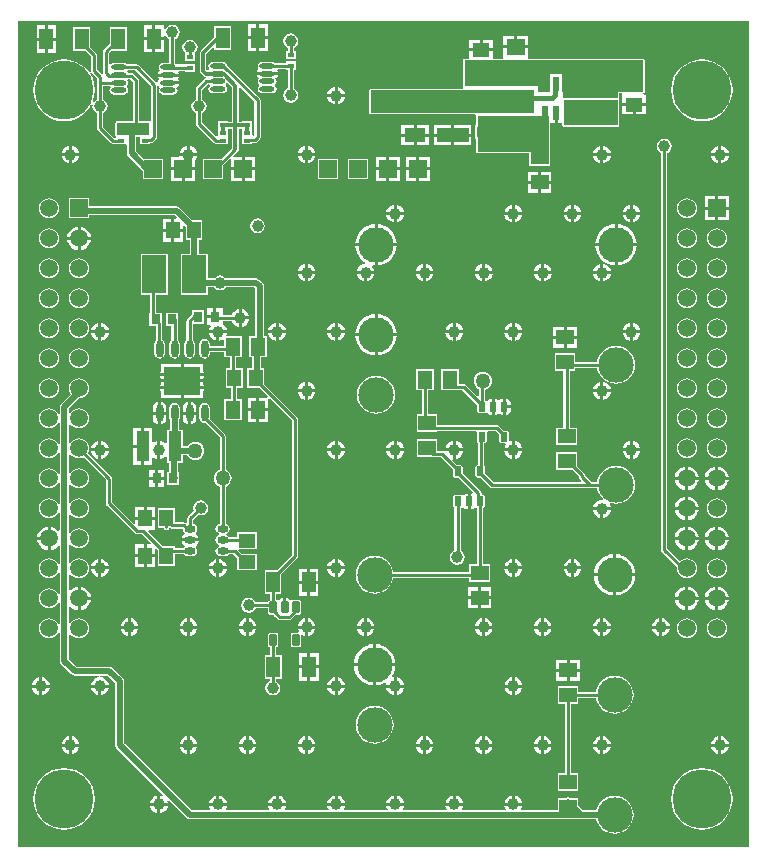
<source format=gbr>
G04 Layer_Physical_Order=4*
G04 Layer_Color=16711680*
%FSLAX26Y26*%
%MOIN*%
%TF.FileFunction,Copper,L4,Bot,Signal*%
%TF.Part,Single*%
G01*
G75*
%TA.AperFunction,Conductor*%
%ADD11C,0.019685*%
%ADD12C,0.010000*%
%TA.AperFunction,ComponentPad*%
%ADD13R,0.060000X0.060000*%
%ADD14C,0.059055*%
%ADD15R,0.059055X0.059055*%
%ADD16C,0.118110*%
%TA.AperFunction,ViaPad*%
%ADD17C,0.196850*%
%ADD18C,0.039370*%
%ADD19C,0.050000*%
%TA.AperFunction,SMDPad,CuDef*%
%ADD29R,0.059055X0.049213*%
%ADD30O,0.023622X0.057087*%
%ADD31R,0.122047X0.094488*%
%ADD32R,0.023622X0.015748*%
%ADD33R,0.102362X0.043307*%
%ADD34R,0.057087X0.045276*%
%ADD35R,0.061024X0.053150*%
%ADD36R,0.021654X0.017716*%
%ADD37R,0.021654X0.051181*%
%ADD38R,0.045276X0.057087*%
%ADD39R,0.045276X0.070866*%
G04:AMPARAMS|DCode=40|XSize=23.622mil|YSize=39.37mil|CornerRadius=2.008mil|HoleSize=0mil|Usage=FLASHONLY|Rotation=180.000|XOffset=0mil|YOffset=0mil|HoleType=Round|Shape=RoundedRectangle|*
%AMROUNDEDRECTD40*
21,1,0.023622,0.035354,0,0,180.0*
21,1,0.019606,0.039370,0,0,180.0*
1,1,0.004016,-0.009803,0.017677*
1,1,0.004016,0.009803,0.017677*
1,1,0.004016,0.009803,-0.017677*
1,1,0.004016,-0.009803,-0.017677*
%
%ADD40ROUNDEDRECTD40*%
%ADD41O,0.051181X0.017716*%
%ADD42R,0.066929X0.037402*%
%ADD43R,0.106299X0.045276*%
%ADD44R,0.070866X0.045276*%
%ADD45O,0.037402X0.023622*%
%ADD46R,0.031496X0.035433*%
%ADD47R,0.043307X0.102362*%
%ADD48R,0.078740X0.125984*%
%ADD49R,0.049213X0.059055*%
G04:AMPARAMS|DCode=50|XSize=21.654mil|YSize=31.496mil|CornerRadius=1.949mil|HoleSize=0mil|Usage=FLASHONLY|Rotation=0.000|XOffset=0mil|YOffset=0mil|HoleType=Round|Shape=RoundedRectangle|*
%AMROUNDEDRECTD50*
21,1,0.021654,0.027599,0,0,0.0*
21,1,0.017756,0.031496,0,0,0.0*
1,1,0.003898,0.008878,-0.013799*
1,1,0.003898,-0.008878,-0.013799*
1,1,0.003898,-0.008878,0.013799*
1,1,0.003898,0.008878,0.013799*
%
%ADD50ROUNDEDRECTD50*%
%TA.AperFunction,Conductor*%
%ADD51C,0.015748*%
%ADD52C,0.027559*%
%ADD53C,0.011811*%
G36*
X2283465Y2594519D02*
Y-161386D01*
X-152480Y-161386D01*
Y2594519D01*
X2283465Y2594519D01*
D02*
G37*
%LPC*%
G36*
X265552Y805003D02*
X237914D01*
Y771459D01*
X265552D01*
Y805003D01*
D02*
G37*
G36*
X468308Y1319935D02*
X461749Y1318630D01*
X456188Y1314914D01*
X452472Y1309354D01*
X451168Y1302794D01*
Y1269330D01*
X452472Y1262770D01*
X456188Y1257210D01*
X461749Y1253494D01*
X468308Y1252189D01*
X470578Y1252641D01*
X518466Y1204752D01*
Y1097611D01*
X513533Y1095567D01*
X507266Y1090759D01*
X502457Y1084492D01*
X499434Y1077194D01*
X498403Y1069362D01*
X499434Y1061531D01*
X502457Y1054233D01*
X507266Y1047966D01*
X513533Y1043157D01*
X518466Y1041114D01*
Y917055D01*
X515061Y916378D01*
X509500Y912662D01*
X505785Y907101D01*
X504480Y900542D01*
X505785Y893983D01*
X509500Y888422D01*
X515061Y884706D01*
X516652Y884390D01*
Y879292D01*
X515061Y878976D01*
X509500Y875260D01*
X505785Y869699D01*
X504480Y863140D01*
X505785Y856581D01*
X509500Y851020D01*
X515061Y847304D01*
X516647Y846989D01*
Y841891D01*
X515061Y841576D01*
X509500Y837860D01*
X505785Y832299D01*
X504480Y825740D01*
X505785Y819181D01*
X509500Y813620D01*
X515061Y809904D01*
X521620Y808600D01*
X535400D01*
X541959Y809904D01*
X547520Y813620D01*
X548806Y815544D01*
X564917D01*
X577401Y803061D01*
Y762204D01*
X644487D01*
Y817480D01*
X591820D01*
X581230Y828070D01*
X583301Y833070D01*
X644487D01*
Y888346D01*
X577401D01*
Y873336D01*
X548806D01*
X547520Y875260D01*
X541959Y878976D01*
X540368Y879292D01*
Y884390D01*
X541959Y884706D01*
X547520Y888422D01*
X551235Y893983D01*
X552540Y900542D01*
X551235Y907101D01*
X547520Y912662D01*
X541959Y916378D01*
X538858Y916995D01*
Y1041114D01*
X543791Y1043157D01*
X550058Y1047966D01*
X554867Y1054233D01*
X557890Y1061531D01*
X558921Y1069362D01*
X557890Y1077194D01*
X554867Y1084492D01*
X550058Y1090759D01*
X543791Y1095567D01*
X538858Y1097611D01*
Y1208976D01*
X538082Y1212878D01*
X535872Y1216185D01*
X484997Y1267060D01*
X485448Y1269330D01*
Y1302794D01*
X484144Y1309354D01*
X480428Y1314914D01*
X474867Y1318630D01*
X468308Y1319935D01*
D02*
G37*
G36*
X1840000Y815897D02*
Y752000D01*
X1903897D01*
X1903056Y760537D01*
X1899107Y773554D01*
X1892695Y785551D01*
X1884066Y796066D01*
X1873551Y804695D01*
X1861554Y811107D01*
X1848537Y815056D01*
X1840000Y815897D01*
D02*
G37*
G36*
X303189Y805003D02*
X275552D01*
Y771459D01*
X303189D01*
Y805003D01*
D02*
G37*
G36*
X508245Y799118D02*
X505495Y798756D01*
X498274Y795765D01*
X492073Y791006D01*
X487315Y784805D01*
X484324Y777584D01*
X483962Y774835D01*
X508245D01*
Y799118D01*
D02*
G37*
G36*
X124544D02*
Y774835D01*
X148827D01*
X148465Y777584D01*
X145474Y784805D01*
X140716Y791006D01*
X134515Y795765D01*
X127293Y798756D01*
X124544Y799118D01*
D02*
G37*
G36*
X114544D02*
X111795Y798756D01*
X104573Y795765D01*
X98372Y791006D01*
X93614Y784805D01*
X90623Y777584D01*
X90261Y774835D01*
X114544D01*
Y799118D01*
D02*
G37*
G36*
X1492497Y764835D02*
X1468214D01*
X1468576Y762085D01*
X1471567Y754864D01*
X1476325Y748663D01*
X1482526Y743905D01*
X1489747Y740914D01*
X1492497Y740552D01*
Y764835D01*
D02*
G37*
G36*
X936229D02*
X911946D01*
Y740552D01*
X914695Y740914D01*
X921916Y743905D01*
X928117Y748663D01*
X932875Y754864D01*
X935867Y762085D01*
X936229Y764835D01*
D02*
G37*
G36*
X901946D02*
X877663D01*
X878025Y762085D01*
X881016Y754864D01*
X885774Y748663D01*
X891975Y743905D01*
X899196Y740914D01*
X901946Y740552D01*
Y764835D01*
D02*
G37*
G36*
X1526780D02*
X1502497D01*
Y740552D01*
X1505246Y740914D01*
X1512467Y743905D01*
X1518668Y748663D01*
X1523427Y754864D01*
X1526418Y762085D01*
X1526780Y764835D01*
D02*
G37*
G36*
X1830000Y815897D02*
X1821463Y815056D01*
X1808446Y811107D01*
X1796449Y804695D01*
X1785934Y796066D01*
X1777305Y785551D01*
X1770893Y773554D01*
X1766944Y760537D01*
X1766103Y752000D01*
X1830000D01*
Y815897D01*
D02*
G37*
G36*
X1723630Y764835D02*
X1699347D01*
Y740552D01*
X1702097Y740914D01*
X1709318Y743905D01*
X1715519Y748663D01*
X1720277Y754864D01*
X1723268Y762085D01*
X1723630Y764835D01*
D02*
G37*
G36*
X1689347D02*
X1665064D01*
X1665426Y762085D01*
X1668417Y754864D01*
X1673176Y748663D01*
X1679377Y743905D01*
X1686598Y740914D01*
X1689347Y740552D01*
Y764835D01*
D02*
G37*
G36*
X518245Y799118D02*
Y774835D01*
X542528D01*
X542166Y777584D01*
X539175Y784805D01*
X534416Y791006D01*
X528215Y795765D01*
X520994Y798756D01*
X518245Y799118D01*
D02*
G37*
G36*
X2170984Y863504D02*
X2136774D01*
X2137474Y858185D01*
X2141457Y848570D01*
X2147793Y840313D01*
X2156050Y833977D01*
X2165665Y829994D01*
X2170984Y829294D01*
Y863504D01*
D02*
G37*
G36*
X2070984D02*
X2036774D01*
X2037474Y858185D01*
X2041457Y848570D01*
X2047793Y840313D01*
X2056050Y833977D01*
X2065665Y829994D01*
X2070984Y829294D01*
Y863504D01*
D02*
G37*
G36*
X-55000D02*
X-89210D01*
X-88510Y858185D01*
X-84527Y848570D01*
X-78191Y840313D01*
X-69934Y833977D01*
X-60319Y829994D01*
X-55000Y829294D01*
Y863504D01*
D02*
G37*
G36*
X2115194D02*
X2080984D01*
Y829294D01*
X2086303Y829994D01*
X2095918Y833977D01*
X2104175Y840313D01*
X2110511Y848570D01*
X2114494Y858185D01*
X2115194Y863504D01*
D02*
G37*
G36*
X2070984Y907714D02*
X2065665Y907014D01*
X2056050Y903031D01*
X2047793Y896695D01*
X2041457Y888438D01*
X2037474Y878823D01*
X2036774Y873504D01*
X2070984D01*
Y907714D01*
D02*
G37*
G36*
X-55000D02*
X-60319Y907014D01*
X-69934Y903031D01*
X-78191Y896695D01*
X-84527Y888438D01*
X-88510Y878823D01*
X-89210Y873504D01*
X-55000D01*
Y907714D01*
D02*
G37*
G36*
X2215194Y863504D02*
X2180984D01*
Y829294D01*
X2186303Y829994D01*
X2195918Y833977D01*
X2204175Y840313D01*
X2210511Y848570D01*
X2214494Y858185D01*
X2215194Y863504D01*
D02*
G37*
G36*
X1492497Y799118D02*
X1489747Y798756D01*
X1482526Y795765D01*
X1476325Y791006D01*
X1471567Y784805D01*
X1468576Y777584D01*
X1468214Y774835D01*
X1492497D01*
Y799118D01*
D02*
G37*
G36*
X911946D02*
Y774835D01*
X936229D01*
X935867Y777584D01*
X932875Y784805D01*
X928117Y791006D01*
X921916Y795765D01*
X914695Y798756D01*
X911946Y799118D01*
D02*
G37*
G36*
X901946D02*
X899196Y798756D01*
X891975Y795765D01*
X885774Y791006D01*
X881016Y784805D01*
X878025Y777584D01*
X877663Y774835D01*
X901946D01*
Y799118D01*
D02*
G37*
G36*
X1502497D02*
Y774835D01*
X1526780D01*
X1526418Y777584D01*
X1523427Y784805D01*
X1518668Y791006D01*
X1512467Y795765D01*
X1505246Y798756D01*
X1502497Y799118D01*
D02*
G37*
G36*
X265552Y848546D02*
X237914D01*
Y815003D01*
X265552D01*
Y848546D01*
D02*
G37*
G36*
X1699347Y799118D02*
Y774835D01*
X1723630D01*
X1723268Y777584D01*
X1720277Y784805D01*
X1715519Y791006D01*
X1709318Y795765D01*
X1702097Y798756D01*
X1699347Y799118D01*
D02*
G37*
G36*
X1689347D02*
X1686598Y798756D01*
X1679377Y795765D01*
X1673176Y791006D01*
X1668417Y784805D01*
X1665426Y777584D01*
X1665064Y774835D01*
X1689347D01*
Y799118D01*
D02*
G37*
G36*
X542528Y764835D02*
X518245D01*
Y740552D01*
X520994Y740914D01*
X528215Y743905D01*
X534416Y748663D01*
X539175Y754864D01*
X542166Y762085D01*
X542528Y764835D01*
D02*
G37*
G36*
X1380000Y665662D02*
X1345473D01*
Y636056D01*
X1380000D01*
Y665662D01*
D02*
G37*
G36*
X2215194Y663504D02*
X2180984D01*
Y629294D01*
X2186303Y629994D01*
X2195918Y633977D01*
X2204175Y640313D01*
X2210511Y648570D01*
X2214494Y658185D01*
X2215194Y663504D01*
D02*
G37*
G36*
X2115194D02*
X2080984D01*
Y629294D01*
X2086303Y629994D01*
X2095918Y633977D01*
X2104175Y640313D01*
X2110511Y648570D01*
X2114494Y658185D01*
X2115194Y663504D01*
D02*
G37*
G36*
X1424527Y665662D02*
X1390000D01*
Y636056D01*
X1424527D01*
Y665662D01*
D02*
G37*
G36*
X55000Y707714D02*
Y673504D01*
X89210D01*
X88510Y678823D01*
X84527Y688438D01*
X78191Y696695D01*
X69934Y703031D01*
X60319Y707014D01*
X55000Y707714D01*
D02*
G37*
G36*
X2170984Y707714D02*
X2165665Y707014D01*
X2156050Y703031D01*
X2147793Y696695D01*
X2141457Y688438D01*
X2137474Y678823D01*
X2136774Y673504D01*
X2170984D01*
Y707714D01*
D02*
G37*
G36*
X2070984D02*
X2065665Y707014D01*
X2056050Y703031D01*
X2047793Y696695D01*
X2041457Y688438D01*
X2037474Y678823D01*
X2036774Y673504D01*
X2070984D01*
Y707714D01*
D02*
G37*
G36*
X1984623Y602267D02*
X1981873Y601905D01*
X1974652Y598914D01*
X1968451Y594156D01*
X1963693Y587955D01*
X1960702Y580734D01*
X1960340Y577984D01*
X1984623D01*
Y602267D01*
D02*
G37*
G36*
X1797772D02*
Y577984D01*
X1822055D01*
X1821693Y580734D01*
X1818702Y587955D01*
X1813944Y594156D01*
X1807743Y598914D01*
X1800522Y601905D01*
X1797772Y602267D01*
D02*
G37*
G36*
X1787772D02*
X1785023Y601905D01*
X1777802Y598914D01*
X1771601Y594156D01*
X1766843Y587955D01*
X1763851Y580734D01*
X1763489Y577984D01*
X1787772D01*
Y602267D01*
D02*
G37*
G36*
X1994623D02*
Y577984D01*
X2018906D01*
X2018544Y580734D01*
X2015553Y587955D01*
X2010794Y594156D01*
X2004593Y598914D01*
X1997372Y601905D01*
X1994623Y602267D01*
D02*
G37*
G36*
X89210Y663504D02*
X55000D01*
Y629294D01*
X60319Y629994D01*
X69934Y633977D01*
X78191Y640313D01*
X84527Y648570D01*
X88510Y658185D01*
X89210Y663504D01*
D02*
G37*
G36*
X2170984D02*
X2136774D01*
X2137474Y658185D01*
X2141457Y648570D01*
X2147793Y640313D01*
X2156050Y633977D01*
X2165665Y629994D01*
X2170984Y629294D01*
Y663504D01*
D02*
G37*
G36*
X2070984D02*
X2036774D01*
X2037474Y658185D01*
X2041457Y648570D01*
X2047793Y640313D01*
X2056050Y633977D01*
X2065665Y629994D01*
X2070984Y629294D01*
Y663504D01*
D02*
G37*
G36*
X2080984Y707714D02*
Y673504D01*
X2115194D01*
X2114494Y678823D01*
X2110511Y688438D01*
X2104175Y696695D01*
X2095918Y703031D01*
X2086303Y707014D01*
X2080984Y707714D01*
D02*
G37*
G36*
X2000985Y2200168D02*
X1991353Y2198253D01*
X1983188Y2192797D01*
X1977732Y2184631D01*
X1975816Y2175000D01*
X1977732Y2165368D01*
X1983188Y2157203D01*
X1990789Y2152124D01*
Y830000D01*
X1991565Y826098D01*
X1993775Y822790D01*
X2042909Y773656D01*
X2042231Y768504D01*
X2043381Y759768D01*
X2046753Y751627D01*
X2052117Y744637D01*
X2059107Y739273D01*
X2067248Y735901D01*
X2075984Y734751D01*
X2084720Y735901D01*
X2092861Y739273D01*
X2099851Y744637D01*
X2105215Y751627D01*
X2108587Y759768D01*
X2109737Y768504D01*
X2108587Y777240D01*
X2105215Y785381D01*
X2099851Y792371D01*
X2092861Y797735D01*
X2084720Y801107D01*
X2075984Y802257D01*
X2067248Y801107D01*
X2059107Y797735D01*
X2052635Y792769D01*
X2011180Y834223D01*
Y2152124D01*
X2018782Y2157203D01*
X2024237Y2165368D01*
X2026153Y2175000D01*
X2024237Y2184631D01*
X2018782Y2192797D01*
X2010616Y2198253D01*
X2000985Y2200168D01*
D02*
G37*
G36*
X847694Y767433D02*
X820056D01*
Y727000D01*
X847694D01*
Y767433D01*
D02*
G37*
G36*
X810056D02*
X782418D01*
Y727000D01*
X810056D01*
Y767433D01*
D02*
G37*
G36*
X2175984Y802257D02*
X2167248Y801107D01*
X2159107Y797735D01*
X2152117Y792371D01*
X2146753Y785381D01*
X2143381Y777240D01*
X2142231Y768504D01*
X2143381Y759768D01*
X2146753Y751627D01*
X2152117Y744637D01*
X2159107Y739273D01*
X2167248Y735901D01*
X2175984Y734751D01*
X2184720Y735901D01*
X2192861Y739273D01*
X2199851Y744637D01*
X2205215Y751627D01*
X2208587Y759768D01*
X2209737Y768504D01*
X2208587Y777240D01*
X2205215Y785381D01*
X2199851Y792371D01*
X2192861Y797735D01*
X2184720Y801107D01*
X2175984Y802257D01*
D02*
G37*
G36*
X508245Y764835D02*
X483962D01*
X484324Y762085D01*
X487315Y754864D01*
X492073Y748663D01*
X498274Y743905D01*
X505495Y740914D01*
X508245Y740552D01*
Y764835D01*
D02*
G37*
G36*
X148827D02*
X124544D01*
Y740552D01*
X127293Y740914D01*
X134515Y743905D01*
X140716Y748663D01*
X145474Y754864D01*
X148465Y762085D01*
X148827Y764835D01*
D02*
G37*
G36*
X114544D02*
X90261D01*
X90623Y762085D01*
X93614Y754864D01*
X98372Y748663D01*
X104573Y743905D01*
X111795Y740914D01*
X114544Y740552D01*
Y764835D01*
D02*
G37*
G36*
X1424527Y705268D02*
X1390000D01*
Y675662D01*
X1424527D01*
Y705268D01*
D02*
G37*
G36*
X1380000D02*
X1345473D01*
Y675662D01*
X1380000D01*
Y705268D01*
D02*
G37*
G36*
X2180984Y707714D02*
Y673504D01*
X2215194D01*
X2214494Y678823D01*
X2210511Y688438D01*
X2204175Y696695D01*
X2195918Y703031D01*
X2186303Y707014D01*
X2180984Y707714D01*
D02*
G37*
G36*
X810056Y717000D02*
X782418D01*
Y676567D01*
X810056D01*
Y717000D01*
D02*
G37*
G36*
X1903897Y742000D02*
X1840000D01*
Y678103D01*
X1848537Y678944D01*
X1861554Y682893D01*
X1873551Y689305D01*
X1884066Y697934D01*
X1892695Y708449D01*
X1899107Y720446D01*
X1903056Y733463D01*
X1903897Y742000D01*
D02*
G37*
G36*
X1830000D02*
X1766103D01*
X1766944Y733463D01*
X1770893Y720446D01*
X1777305Y708449D01*
X1785934Y697934D01*
X1796449Y689305D01*
X1808446Y682893D01*
X1821463Y678944D01*
X1830000Y678103D01*
Y742000D01*
D02*
G37*
G36*
X847694Y717000D02*
X820056D01*
Y676567D01*
X847694D01*
Y717000D01*
D02*
G37*
G36*
X1920481Y1158536D02*
X1896198D01*
Y1134253D01*
X1898947Y1134615D01*
X1906168Y1137606D01*
X1912369Y1142364D01*
X1917127Y1148565D01*
X1920119Y1155786D01*
X1920481Y1158536D01*
D02*
G37*
G36*
X1886198D02*
X1861915D01*
X1862277Y1155786D01*
X1865268Y1148565D01*
X1870026Y1142364D01*
X1876227Y1137606D01*
X1883448Y1134615D01*
X1886198Y1134253D01*
Y1158536D01*
D02*
G37*
G36*
X1526780D02*
X1502497D01*
Y1134253D01*
X1505246Y1134615D01*
X1512467Y1137606D01*
X1518668Y1142364D01*
X1523427Y1148565D01*
X1526418Y1155786D01*
X1526780Y1158536D01*
D02*
G37*
G36*
X2075984Y1202257D02*
X2067248Y1201107D01*
X2059107Y1197735D01*
X2052117Y1192371D01*
X2046753Y1185381D01*
X2043381Y1177240D01*
X2042231Y1168504D01*
X2043381Y1159768D01*
X2046753Y1151627D01*
X2052117Y1144637D01*
X2059107Y1139273D01*
X2067248Y1135901D01*
X2075984Y1134751D01*
X2084720Y1135901D01*
X2092861Y1139273D01*
X2099851Y1144637D01*
X2105215Y1151627D01*
X2108587Y1159768D01*
X2109737Y1168504D01*
X2108587Y1177240D01*
X2105215Y1185381D01*
X2099851Y1192371D01*
X2092861Y1197735D01*
X2084720Y1201107D01*
X2075984Y1202257D01*
D02*
G37*
G36*
X124544Y1192819D02*
Y1168536D01*
X148827D01*
X148465Y1171285D01*
X145474Y1178506D01*
X140716Y1184707D01*
X134515Y1189465D01*
X127293Y1192457D01*
X124544Y1192819D01*
D02*
G37*
G36*
X114544D02*
X111795Y1192457D01*
X104573Y1189465D01*
X98372Y1184707D01*
X93614Y1178506D01*
X90623Y1171285D01*
X90261Y1168536D01*
X114544D01*
Y1192819D01*
D02*
G37*
G36*
X2175984Y1202257D02*
X2167248Y1201107D01*
X2159107Y1197735D01*
X2152117Y1192371D01*
X2146753Y1185381D01*
X2143381Y1177240D01*
X2142231Y1168504D01*
X2143381Y1159768D01*
X2146753Y1151627D01*
X2152117Y1144637D01*
X2159107Y1139273D01*
X2167248Y1135901D01*
X2175984Y1134751D01*
X2184720Y1135901D01*
X2192861Y1139273D01*
X2199851Y1144637D01*
X2205215Y1151627D01*
X2208587Y1159768D01*
X2209737Y1168504D01*
X2208587Y1177240D01*
X2205215Y1185381D01*
X2199851Y1192371D01*
X2192861Y1197735D01*
X2184720Y1201107D01*
X2175984Y1202257D01*
D02*
G37*
G36*
X936229Y1158536D02*
X911946D01*
Y1134253D01*
X914695Y1134615D01*
X921916Y1137606D01*
X928117Y1142364D01*
X932875Y1148565D01*
X935867Y1155786D01*
X936229Y1158536D01*
D02*
G37*
G36*
X901946D02*
X877663D01*
X878025Y1155786D01*
X881016Y1148565D01*
X885774Y1142364D01*
X891975Y1137606D01*
X899196Y1134615D01*
X901946Y1134253D01*
Y1158536D01*
D02*
G37*
G36*
X294488Y1236181D02*
X267834D01*
Y1175000D01*
Y1113818D01*
X294488D01*
Y1136626D01*
X299488Y1139091D01*
X301424Y1137606D01*
X308645Y1134615D01*
X311394Y1134253D01*
Y1163536D01*
Y1192819D01*
X308645Y1192457D01*
X301424Y1189465D01*
X299488Y1187980D01*
X294488Y1190446D01*
Y1236181D01*
D02*
G37*
G36*
X1098796Y1158536D02*
X1074513D01*
X1074875Y1155786D01*
X1077866Y1148565D01*
X1082624Y1142364D01*
X1088825Y1137606D01*
X1096047Y1134615D01*
X1098796Y1134253D01*
Y1158536D01*
D02*
G37*
G36*
X1492497D02*
X1468214D01*
X1468576Y1155786D01*
X1471567Y1148565D01*
X1476325Y1142364D01*
X1482526Y1137606D01*
X1489747Y1134615D01*
X1492497Y1134253D01*
Y1158536D01*
D02*
G37*
G36*
X1329929D02*
X1305646D01*
Y1134253D01*
X1308396Y1134615D01*
X1315617Y1137606D01*
X1321818Y1142364D01*
X1326576Y1148565D01*
X1329567Y1155786D01*
X1329929Y1158536D01*
D02*
G37*
G36*
X1133079D02*
X1108796D01*
Y1134253D01*
X1111545Y1134615D01*
X1118767Y1137606D01*
X1124968Y1142364D01*
X1129726Y1148565D01*
X1132717Y1155786D01*
X1133079Y1158536D01*
D02*
G37*
G36*
X901946Y1192819D02*
X899196Y1192457D01*
X891975Y1189465D01*
X885774Y1184707D01*
X881016Y1178506D01*
X878025Y1171285D01*
X877663Y1168536D01*
X901946D01*
Y1192819D01*
D02*
G37*
G36*
X257834Y1236181D02*
X231181D01*
Y1180000D01*
X257834D01*
Y1236181D01*
D02*
G37*
G36*
X1896198Y1192819D02*
Y1168536D01*
X1920481D01*
X1920119Y1171285D01*
X1917127Y1178506D01*
X1912369Y1184707D01*
X1906168Y1189465D01*
X1898947Y1192457D01*
X1896198Y1192819D01*
D02*
G37*
G36*
X1886198D02*
X1883448Y1192457D01*
X1876227Y1189465D01*
X1870026Y1184707D01*
X1865268Y1178506D01*
X1862277Y1171285D01*
X1861915Y1168536D01*
X1886198D01*
Y1192819D01*
D02*
G37*
G36*
X368308Y1319935D02*
X361749Y1318630D01*
X356188Y1314914D01*
X352472Y1309354D01*
X351168Y1302794D01*
Y1269330D01*
X352472Y1262770D01*
X353588Y1261101D01*
Y1231181D01*
X342481D01*
Y1186516D01*
X337891Y1184827D01*
X337481Y1184773D01*
X331365Y1189465D01*
X324144Y1192457D01*
X321394Y1192819D01*
Y1163536D01*
Y1134253D01*
X324144Y1134615D01*
X331365Y1137606D01*
X337481Y1142299D01*
X337891Y1142244D01*
X342481Y1140556D01*
Y1118818D01*
X351206D01*
Y1091221D01*
X342796D01*
Y1045788D01*
X384292D01*
Y1091221D01*
X381473D01*
Y1118818D01*
X395788D01*
Y1144867D01*
X411155D01*
X415960Y1138603D01*
X422227Y1133795D01*
X429525Y1130772D01*
X437357Y1129741D01*
X445188Y1130772D01*
X452486Y1133795D01*
X458753Y1138603D01*
X463562Y1144870D01*
X466584Y1152168D01*
X467615Y1160000D01*
X466584Y1167831D01*
X463562Y1175129D01*
X458753Y1181396D01*
X452486Y1186205D01*
X445188Y1189228D01*
X437357Y1190259D01*
X429525Y1189228D01*
X422227Y1186205D01*
X415960Y1181396D01*
X411155Y1175133D01*
X395788D01*
Y1231181D01*
X383854D01*
Y1262338D01*
X384144Y1262770D01*
X385448Y1269330D01*
Y1302794D01*
X384144Y1309354D01*
X380428Y1314914D01*
X374867Y1318630D01*
X368308Y1319935D01*
D02*
G37*
G36*
X313308Y1281062D02*
X296070D01*
Y1269330D01*
X297762Y1260820D01*
X302583Y1253605D01*
X309798Y1248784D01*
X313308Y1248086D01*
Y1281062D01*
D02*
G37*
G36*
X2175984Y1302257D02*
X2167248Y1301107D01*
X2159107Y1297735D01*
X2152117Y1292371D01*
X2146753Y1285381D01*
X2143381Y1277240D01*
X2142231Y1268504D01*
X2143381Y1259768D01*
X2146753Y1251627D01*
X2152117Y1244637D01*
X2159107Y1239273D01*
X2167248Y1235901D01*
X2175984Y1234751D01*
X2184720Y1235901D01*
X2192861Y1239273D01*
X2199851Y1244637D01*
X2205215Y1251627D01*
X2208587Y1259768D01*
X2209737Y1268504D01*
X2208587Y1277240D01*
X2205215Y1285381D01*
X2199851Y1292371D01*
X2192861Y1297735D01*
X2184720Y1301107D01*
X2175984Y1302257D01*
D02*
G37*
G36*
X2075984D02*
X2067248Y1301107D01*
X2059107Y1297735D01*
X2052117Y1292371D01*
X2046753Y1285381D01*
X2043381Y1277240D01*
X2042231Y1268504D01*
X2043381Y1259768D01*
X2046753Y1251627D01*
X2052117Y1244637D01*
X2059107Y1239273D01*
X2067248Y1235901D01*
X2075984Y1234751D01*
X2084720Y1235901D01*
X2092861Y1239273D01*
X2099851Y1244637D01*
X2105215Y1251627D01*
X2108587Y1259768D01*
X2109737Y1268504D01*
X2108587Y1277240D01*
X2105215Y1285381D01*
X2099851Y1292371D01*
X2092861Y1297735D01*
X2084720Y1301107D01*
X2075984Y1302257D01*
D02*
G37*
G36*
X1108796Y1192819D02*
Y1168536D01*
X1133079D01*
X1132717Y1171285D01*
X1129726Y1178506D01*
X1124968Y1184707D01*
X1118767Y1189465D01*
X1111545Y1192457D01*
X1108796Y1192819D01*
D02*
G37*
G36*
X1098796D02*
X1096047Y1192457D01*
X1088825Y1189465D01*
X1082624Y1184707D01*
X1077866Y1178506D01*
X1074875Y1171285D01*
X1074513Y1168536D01*
X1098796D01*
Y1192819D01*
D02*
G37*
G36*
X911946D02*
Y1168536D01*
X936229D01*
X935867Y1171285D01*
X932875Y1178506D01*
X928117Y1184707D01*
X921916Y1189465D01*
X914695Y1192457D01*
X911946Y1192819D01*
D02*
G37*
G36*
X1295646D02*
X1292897Y1192457D01*
X1285676Y1189465D01*
X1279475Y1184707D01*
X1274717Y1178506D01*
X1271725Y1171285D01*
X1271363Y1168536D01*
X1295646D01*
Y1192819D01*
D02*
G37*
G36*
X1502497D02*
Y1168536D01*
X1526780D01*
X1526418Y1171285D01*
X1523427Y1178506D01*
X1518668Y1184707D01*
X1512467Y1189465D01*
X1505246Y1192457D01*
X1502497Y1192819D01*
D02*
G37*
G36*
X1233268Y1431527D02*
X1174056D01*
Y1362473D01*
X1193466D01*
Y1282944D01*
X1175473D01*
Y1223732D01*
X1244527D01*
Y1225230D01*
X1372899D01*
X1376635Y1220603D01*
Y1193005D01*
X1377175Y1190293D01*
X1378710Y1187995D01*
X1379804Y1187264D01*
Y1113080D01*
X1378524D01*
X1375813Y1112541D01*
X1373514Y1111005D01*
X1371978Y1108707D01*
X1371439Y1105995D01*
Y1078397D01*
X1371978Y1075686D01*
X1373514Y1073387D01*
X1375813Y1071851D01*
X1378524Y1071312D01*
X1388946D01*
X1420467Y1039790D01*
X1423775Y1037580D01*
X1427677Y1036804D01*
X1777707D01*
X1777919Y1034651D01*
X1781521Y1022777D01*
X1787371Y1011834D01*
X1795242Y1002242D01*
X1796545Y1001173D01*
X1794477Y996402D01*
X1792772Y996626D01*
X1785023Y995606D01*
X1777802Y992615D01*
X1771601Y987857D01*
X1766843Y981656D01*
X1763851Y974435D01*
X1763489Y971685D01*
X1822055D01*
X1821693Y974435D01*
X1818702Y981656D01*
X1817949Y982638D01*
X1820938Y986956D01*
X1827651Y984919D01*
X1840000Y983703D01*
X1852349Y984919D01*
X1864223Y988521D01*
X1875166Y994371D01*
X1884758Y1002242D01*
X1892629Y1011834D01*
X1898479Y1022777D01*
X1902081Y1034651D01*
X1903297Y1047000D01*
X1902081Y1059349D01*
X1898479Y1071223D01*
X1892629Y1082166D01*
X1884758Y1091758D01*
X1875166Y1099629D01*
X1864223Y1105479D01*
X1852349Y1109081D01*
X1840000Y1110297D01*
X1827651Y1109081D01*
X1815777Y1105479D01*
X1804834Y1099629D01*
X1795242Y1091758D01*
X1787371Y1082166D01*
X1781521Y1071223D01*
X1777919Y1059349D01*
X1777707Y1057196D01*
X1757885D01*
X1736791Y1078291D01*
Y1078988D01*
X1736015Y1082890D01*
X1733804Y1086198D01*
X1709527Y1110475D01*
Y1155268D01*
X1640473D01*
Y1096056D01*
X1695108D01*
X1716399Y1074765D01*
Y1074067D01*
X1717175Y1070165D01*
X1719385Y1066858D01*
X1724428Y1061815D01*
X1722514Y1057196D01*
X1431900D01*
X1403365Y1085731D01*
Y1105995D01*
X1402825Y1108707D01*
X1401290Y1111005D01*
X1400196Y1111736D01*
Y1185920D01*
X1401476D01*
X1404187Y1186459D01*
X1406486Y1187995D01*
X1408022Y1190293D01*
X1408561Y1193005D01*
Y1220603D01*
X1412297Y1225230D01*
X1439478D01*
X1451439Y1213269D01*
Y1193005D01*
X1451978Y1190293D01*
X1453514Y1187995D01*
X1455813Y1186459D01*
X1458524Y1185920D01*
X1470953D01*
X1473419Y1180920D01*
X1471567Y1178506D01*
X1468576Y1171285D01*
X1468214Y1168536D01*
X1492497D01*
Y1192819D01*
X1489747Y1192457D01*
X1488229Y1191828D01*
X1487310Y1192050D01*
X1483365Y1195225D01*
Y1220603D01*
X1482825Y1223314D01*
X1481290Y1225613D01*
X1478991Y1227149D01*
X1476280Y1227688D01*
X1465858D01*
X1450911Y1242636D01*
X1447603Y1244846D01*
X1443701Y1245622D01*
X1244527D01*
Y1282944D01*
X1213858D01*
Y1362473D01*
X1233268D01*
Y1431527D01*
D02*
G37*
G36*
X1305646Y1192819D02*
Y1168536D01*
X1329929D01*
X1329567Y1171285D01*
X1326576Y1178506D01*
X1321818Y1184707D01*
X1315617Y1189465D01*
X1308396Y1192457D01*
X1305646Y1192819D01*
D02*
G37*
G36*
X148827Y1158536D02*
X124544D01*
Y1134253D01*
X127293Y1134615D01*
X134515Y1137606D01*
X140716Y1142364D01*
X145474Y1148565D01*
X148465Y1155786D01*
X148827Y1158536D01*
D02*
G37*
G36*
X265551Y973544D02*
X237914D01*
Y940001D01*
X265551D01*
Y973544D01*
D02*
G37*
G36*
X1822055Y961685D02*
X1797772D01*
Y937402D01*
X1800522Y937764D01*
X1807743Y940755D01*
X1813944Y945514D01*
X1818702Y951715D01*
X1821693Y958936D01*
X1822055Y961685D01*
D02*
G37*
G36*
X1787772D02*
X1763489D01*
X1763851Y958936D01*
X1766843Y951715D01*
X1771601Y945514D01*
X1777802Y940755D01*
X1785023Y937764D01*
X1787772Y937402D01*
Y961685D01*
D02*
G37*
G36*
X303189Y973544D02*
X275551D01*
Y940001D01*
X303189D01*
Y973544D01*
D02*
G37*
G36*
X1345000Y1017784D02*
X1341122D01*
X1336460Y1016857D01*
X1332507Y1014216D01*
X1331299Y1012407D01*
X1327339Y1010929D01*
X1325143Y1011508D01*
X1324187Y1012147D01*
X1321476Y1012686D01*
X1303720D01*
X1301009Y1012147D01*
X1298710Y1010611D01*
X1297175Y1008312D01*
X1296635Y1005601D01*
Y978003D01*
X1297175Y975292D01*
X1298710Y972993D01*
X1301009Y971457D01*
X1301595Y971341D01*
Y828301D01*
X1301353Y828253D01*
X1293188Y822797D01*
X1287732Y814631D01*
X1285816Y805000D01*
X1287732Y795368D01*
X1293188Y787203D01*
X1301353Y781747D01*
X1310985Y779831D01*
X1320616Y781747D01*
X1328782Y787203D01*
X1334237Y795368D01*
X1336153Y805000D01*
X1334237Y814631D01*
X1328782Y822797D01*
X1321987Y827337D01*
Y971020D01*
X1324187Y971457D01*
X1325143Y972096D01*
X1327339Y972674D01*
X1331299Y971197D01*
X1332507Y969388D01*
X1336460Y966747D01*
X1341122Y965820D01*
X1345000D01*
Y991802D01*
Y1017784D01*
D02*
G37*
G36*
X2080984Y1007714D02*
Y973504D01*
X2115194D01*
X2114494Y978823D01*
X2110511Y988438D01*
X2104175Y996695D01*
X2095918Y1003031D01*
X2086303Y1007014D01*
X2080984Y1007714D01*
D02*
G37*
G36*
X2070984Y1007714D02*
X2065665Y1007014D01*
X2056050Y1003031D01*
X2047793Y996695D01*
X2041457Y988438D01*
X2037474Y978823D01*
X2036774Y973504D01*
X2070984D01*
Y1007714D01*
D02*
G37*
G36*
X2180984Y907714D02*
Y873504D01*
X2215194D01*
X2214494Y878823D01*
X2210511Y888438D01*
X2204175Y896695D01*
X2195918Y903031D01*
X2186303Y907014D01*
X2180984Y907714D01*
D02*
G37*
G36*
X2080984D02*
Y873504D01*
X2115194D01*
X2114494Y878823D01*
X2110511Y888438D01*
X2104175Y896695D01*
X2095918Y903031D01*
X2086303Y907014D01*
X2080984Y907714D01*
D02*
G37*
G36*
X2170984Y907714D02*
X2165665Y907014D01*
X2156050Y903031D01*
X2147793Y896695D01*
X2141457Y888438D01*
X2137474Y878823D01*
X2136774Y873504D01*
X2170984D01*
Y907714D01*
D02*
G37*
G36*
X455985Y995168D02*
X446353Y993253D01*
X438188Y987797D01*
X432732Y979631D01*
X430816Y970000D01*
X432599Y961034D01*
X414076Y942510D01*
X411865Y939202D01*
X411089Y935301D01*
Y920609D01*
X406089Y918538D01*
X405961Y918667D01*
X402653Y920877D01*
X398751Y921653D01*
X369055D01*
Y968544D01*
X313780D01*
Y901457D01*
X331942D01*
X331958Y901374D01*
X334168Y898066D01*
X337476Y895856D01*
X341378Y895080D01*
X345280Y895856D01*
X348588Y898066D01*
X350798Y901374D01*
X350814Y901457D01*
X358070D01*
X359055Y901261D01*
X394528D01*
X396452Y899337D01*
X397517Y893983D01*
X401232Y888422D01*
X402091Y887848D01*
X402081Y881841D01*
X397627Y878865D01*
X392807Y871650D01*
X392108Y868140D01*
X420241D01*
X448375D01*
X447677Y871650D01*
X442857Y878865D01*
X438403Y881841D01*
X438393Y887848D01*
X439252Y888422D01*
X442967Y893983D01*
X444272Y900542D01*
X442967Y907101D01*
X439252Y912662D01*
X433691Y916378D01*
X431481Y916817D01*
Y931077D01*
X447019Y946615D01*
X455985Y944831D01*
X465616Y946747D01*
X473781Y952203D01*
X479237Y960368D01*
X481153Y970000D01*
X479237Y979631D01*
X473781Y987797D01*
X465616Y993253D01*
X455985Y995168D01*
D02*
G37*
G36*
X2175984Y1002257D02*
X2167248Y1001107D01*
X2159107Y997735D01*
X2152117Y992371D01*
X2146753Y985381D01*
X2143381Y977240D01*
X2142231Y968504D01*
X2143381Y959768D01*
X2146753Y951627D01*
X2152117Y944637D01*
X2159107Y939273D01*
X2167248Y935901D01*
X2175984Y934751D01*
X2184720Y935901D01*
X2192861Y939273D01*
X2199851Y944637D01*
X2205215Y951627D01*
X2208587Y959768D01*
X2209737Y968504D01*
X2208587Y977240D01*
X2205215Y985381D01*
X2199851Y992371D01*
X2192861Y997735D01*
X2184720Y1001107D01*
X2175984Y1002257D01*
D02*
G37*
G36*
X2115194Y963504D02*
X2080984D01*
Y929294D01*
X2086303Y929994D01*
X2095918Y933977D01*
X2104175Y940313D01*
X2110511Y948570D01*
X2114494Y958185D01*
X2115194Y963504D01*
D02*
G37*
G36*
X2070984D02*
X2036774D01*
X2037474Y958185D01*
X2041457Y948570D01*
X2047793Y940313D01*
X2056050Y933977D01*
X2065665Y929994D01*
X2070984Y929294D01*
Y963504D01*
D02*
G37*
G36*
X1244527Y1200268D02*
X1175473D01*
Y1141056D01*
X1228621D01*
X1229606Y1140860D01*
X1254436D01*
X1296635Y1098661D01*
Y1078397D01*
X1297175Y1075686D01*
X1298710Y1073387D01*
X1301009Y1071851D01*
X1303720Y1071312D01*
X1314142D01*
X1363488Y1021965D01*
X1361025Y1017357D01*
X1358878Y1017784D01*
X1355000D01*
Y991802D01*
Y965820D01*
X1358878D01*
X1363540Y966747D01*
X1367493Y969388D01*
X1368701Y971197D01*
X1372661Y972674D01*
X1374857Y972096D01*
X1375813Y971457D01*
X1377206Y971180D01*
Y782944D01*
X1350473D01*
Y757196D01*
X1097293D01*
X1097081Y759349D01*
X1093479Y771223D01*
X1087629Y782166D01*
X1079758Y791758D01*
X1070166Y799629D01*
X1059223Y805479D01*
X1047349Y809081D01*
X1035000Y810297D01*
X1022651Y809081D01*
X1010777Y805479D01*
X999834Y799629D01*
X990242Y791758D01*
X982371Y782166D01*
X976521Y771223D01*
X972919Y759349D01*
X971703Y747000D01*
X972919Y734651D01*
X976521Y722777D01*
X982371Y711834D01*
X990242Y702242D01*
X999834Y694371D01*
X1010777Y688521D01*
X1022651Y684919D01*
X1035000Y683703D01*
X1047349Y684919D01*
X1059223Y688521D01*
X1070166Y694371D01*
X1079758Y702242D01*
X1087629Y711834D01*
X1093479Y722777D01*
X1097081Y734651D01*
X1097293Y736804D01*
X1350473D01*
Y723732D01*
X1419527D01*
Y782944D01*
X1397598D01*
Y971180D01*
X1398991Y971457D01*
X1401290Y972993D01*
X1402825Y975292D01*
X1403365Y978003D01*
Y1005601D01*
X1402825Y1008312D01*
X1401290Y1010611D01*
X1398991Y1012147D01*
X1396280Y1012686D01*
X1391771D01*
Y1018297D01*
X1390995Y1022199D01*
X1388785Y1025507D01*
X1328561Y1085731D01*
Y1105995D01*
X1328022Y1108707D01*
X1326486Y1111005D01*
X1324187Y1112541D01*
X1321476Y1113080D01*
X1311054D01*
X1294816Y1129319D01*
X1295646Y1131003D01*
Y1158536D01*
X1268114D01*
X1266430Y1157705D01*
X1265869Y1158265D01*
X1262561Y1160476D01*
X1258660Y1161252D01*
X1244527D01*
Y1200268D01*
D02*
G37*
G36*
X2180984Y1107714D02*
Y1073504D01*
X2215194D01*
X2214494Y1078823D01*
X2210511Y1088438D01*
X2204175Y1096695D01*
X2195918Y1103031D01*
X2186303Y1107014D01*
X2180984Y1107714D01*
D02*
G37*
G36*
X2080984D02*
Y1073504D01*
X2115194D01*
X2114494Y1078823D01*
X2110511Y1088438D01*
X2104175Y1096695D01*
X2095918Y1103031D01*
X2086303Y1107014D01*
X2080984Y1107714D01*
D02*
G37*
G36*
X2170984Y1107714D02*
X2165665Y1107014D01*
X2156050Y1103031D01*
X2147793Y1096695D01*
X2141457Y1088438D01*
X2137474Y1078823D01*
X2136774Y1073504D01*
X2170984D01*
Y1107714D01*
D02*
G37*
G36*
X303426Y1096221D02*
X282678D01*
Y1073505D01*
X303426D01*
Y1096221D01*
D02*
G37*
G36*
X114544Y1158536D02*
X90261D01*
X90623Y1155786D01*
X93614Y1148565D01*
X98372Y1142364D01*
X104573Y1137606D01*
X111795Y1134615D01*
X114544Y1134253D01*
Y1158536D01*
D02*
G37*
G36*
X257834Y1170000D02*
X231181D01*
Y1113818D01*
X257834D01*
Y1170000D01*
D02*
G37*
G36*
X334174Y1096221D02*
X313426D01*
Y1073505D01*
X334174D01*
Y1096221D01*
D02*
G37*
G36*
X2115194Y1063504D02*
X2080984D01*
Y1029294D01*
X2086303Y1029994D01*
X2095918Y1033977D01*
X2104175Y1040313D01*
X2110511Y1048570D01*
X2114494Y1058185D01*
X2115194Y1063504D01*
D02*
G37*
G36*
X2170984D02*
X2136774D01*
X2137474Y1058185D01*
X2141457Y1048570D01*
X2147793Y1040313D01*
X2156050Y1033977D01*
X2165665Y1029994D01*
X2170984Y1029294D01*
Y1063504D01*
D02*
G37*
G36*
X2070984D02*
X2036774D01*
X2037474Y1058185D01*
X2041457Y1048570D01*
X2047793Y1040313D01*
X2056050Y1033977D01*
X2065665Y1029994D01*
X2070984Y1029294D01*
Y1063504D01*
D02*
G37*
G36*
X2215194D02*
X2180984D01*
Y1029294D01*
X2186303Y1029994D01*
X2195918Y1033977D01*
X2204175Y1040313D01*
X2210511Y1048570D01*
X2214494Y1058185D01*
X2215194Y1063504D01*
D02*
G37*
G36*
X2070984Y1107714D02*
X2065665Y1107014D01*
X2056050Y1103031D01*
X2047793Y1096695D01*
X2041457Y1088438D01*
X2037474Y1078823D01*
X2036774Y1073504D01*
X2070984D01*
Y1107714D01*
D02*
G37*
G36*
X334174Y1063505D02*
X313426D01*
Y1040788D01*
X334174D01*
Y1063505D01*
D02*
G37*
G36*
X303426D02*
X282678D01*
Y1040788D01*
X303426D01*
Y1063505D01*
D02*
G37*
G36*
X1600922Y602267D02*
Y577984D01*
X1625205D01*
X1624843Y580734D01*
X1621852Y587955D01*
X1617094Y594156D01*
X1610893Y598914D01*
X1603671Y601905D01*
X1600922Y602267D01*
D02*
G37*
G36*
X419820Y208567D02*
Y184284D01*
X444103D01*
X443741Y187033D01*
X440749Y194254D01*
X435991Y200455D01*
X429790Y205213D01*
X422569Y208205D01*
X419820Y208567D01*
D02*
G37*
G36*
X409820D02*
X407070Y208205D01*
X399849Y205213D01*
X393648Y200455D01*
X388890Y194254D01*
X385899Y187033D01*
X385537Y184284D01*
X409820D01*
Y208567D01*
D02*
G37*
G36*
X26119D02*
Y184284D01*
X50402D01*
X50040Y187033D01*
X47049Y194254D01*
X42290Y200455D01*
X36089Y205213D01*
X28868Y208205D01*
X26119Y208567D01*
D02*
G37*
G36*
X606670D02*
X603921Y208205D01*
X596699Y205213D01*
X590498Y200455D01*
X585740Y194254D01*
X582749Y187033D01*
X582387Y184284D01*
X606670D01*
Y208567D01*
D02*
G37*
G36*
X813520D02*
Y184284D01*
X837803D01*
X837441Y187033D01*
X834450Y194254D01*
X829692Y200455D01*
X823491Y205213D01*
X816270Y208205D01*
X813520Y208567D01*
D02*
G37*
G36*
X803520D02*
X800771Y208205D01*
X793550Y205213D01*
X787349Y200455D01*
X782591Y194254D01*
X779599Y187033D01*
X779237Y184284D01*
X803520D01*
Y208567D01*
D02*
G37*
G36*
X616670D02*
Y184284D01*
X640953D01*
X640591Y187033D01*
X637600Y194254D01*
X632842Y200455D01*
X626641Y205213D01*
X619419Y208205D01*
X616670Y208567D01*
D02*
G37*
G36*
X1822055Y174284D02*
X1797772D01*
Y150001D01*
X1800522Y150363D01*
X1807743Y153354D01*
X1813944Y158112D01*
X1818702Y164313D01*
X1821693Y171534D01*
X1822055Y174284D01*
D02*
G37*
G36*
X1787772D02*
X1763489D01*
X1763851Y171534D01*
X1766843Y164313D01*
X1771601Y158112D01*
X1777802Y153354D01*
X1785023Y150363D01*
X1787772Y150001D01*
Y174284D01*
D02*
G37*
G36*
X1625205D02*
X1600922D01*
Y150001D01*
X1603671Y150363D01*
X1610893Y153354D01*
X1617094Y158112D01*
X1621852Y164313D01*
X1624843Y171534D01*
X1625205Y174284D01*
D02*
G37*
G36*
X2181473D02*
X2157190D01*
X2157552Y171534D01*
X2160543Y164313D01*
X2165302Y158112D01*
X2171503Y153354D01*
X2178724Y150363D01*
X2181473Y150001D01*
Y174284D01*
D02*
G37*
G36*
X16119Y208567D02*
X13369Y208205D01*
X6148Y205213D01*
X-53Y200455D01*
X-4811Y194254D01*
X-7802Y187033D01*
X-8164Y184284D01*
X16119D01*
Y208567D01*
D02*
G37*
G36*
X1035000Y310297D02*
X1022651Y309081D01*
X1010777Y305479D01*
X999834Y299629D01*
X990242Y291758D01*
X982371Y282166D01*
X976521Y271223D01*
X972919Y259349D01*
X971703Y247000D01*
X972919Y234651D01*
X976521Y222777D01*
X982371Y211834D01*
X990242Y202242D01*
X999834Y194371D01*
X1010777Y188521D01*
X1022651Y184919D01*
X1035000Y183703D01*
X1047349Y184919D01*
X1059223Y188521D01*
X1070166Y194371D01*
X1079758Y202242D01*
X1087629Y211834D01*
X1093479Y222777D01*
X1097081Y234651D01*
X1098297Y247000D01*
X1097081Y259349D01*
X1093479Y271223D01*
X1087629Y282166D01*
X1079758Y291758D01*
X1070166Y299629D01*
X1059223Y305479D01*
X1047349Y309081D01*
X1035000Y310297D01*
D02*
G37*
G36*
X2215756Y174284D02*
X2191473D01*
Y150001D01*
X2194223Y150363D01*
X2201444Y153354D01*
X2207645Y158112D01*
X2212403Y164313D01*
X2215394Y171534D01*
X2215756Y174284D01*
D02*
G37*
G36*
X1197221Y208567D02*
X1194472Y208205D01*
X1187251Y205213D01*
X1181050Y200455D01*
X1176291Y194254D01*
X1173300Y187033D01*
X1172938Y184284D01*
X1197221D01*
Y208567D01*
D02*
G37*
G36*
X707401Y554688D02*
X687795D01*
X685061Y554144D01*
X682742Y552596D01*
X681194Y550277D01*
X680650Y547543D01*
Y512189D01*
X681194Y509455D01*
X682742Y507137D01*
X685061Y505588D01*
X687402Y505122D01*
Y480433D01*
X670308D01*
Y399567D01*
X685789D01*
Y392875D01*
X678188Y387797D01*
X672732Y379631D01*
X670816Y370000D01*
X672732Y360368D01*
X678188Y352203D01*
X686353Y346747D01*
X695985Y344831D01*
X705616Y346747D01*
X713782Y352203D01*
X719237Y360368D01*
X721153Y370000D01*
X719237Y379631D01*
X713782Y387797D01*
X706181Y392875D01*
Y399567D01*
X725584D01*
Y480433D01*
X707794D01*
Y505122D01*
X710135Y505588D01*
X712453Y507137D01*
X714002Y509455D01*
X714546Y512189D01*
Y547543D01*
X714002Y550277D01*
X712453Y552596D01*
X710135Y554144D01*
X707401Y554688D01*
D02*
G37*
G36*
X2191473Y208567D02*
Y184284D01*
X2215756D01*
X2215394Y187033D01*
X2212403Y194254D01*
X2207645Y200455D01*
X2201444Y205213D01*
X2194223Y208205D01*
X2191473Y208567D01*
D02*
G37*
G36*
X2181473D02*
X2178724Y208205D01*
X2171503Y205213D01*
X2165302Y200455D01*
X2160543Y194254D01*
X2157552Y187033D01*
X2157190Y184284D01*
X2181473D01*
Y208567D01*
D02*
G37*
G36*
X-82306Y371134D02*
X-106589D01*
X-106227Y368385D01*
X-103236Y361163D01*
X-98478Y354962D01*
X-92277Y350204D01*
X-85056Y347213D01*
X-82306Y346851D01*
Y371134D01*
D02*
G37*
G36*
X148827D02*
X124544D01*
Y346851D01*
X127293Y347213D01*
X134515Y350204D01*
X140716Y354962D01*
X145474Y361163D01*
X148465Y368385D01*
X148827Y371134D01*
D02*
G37*
G36*
X114544D02*
X90261D01*
X90623Y368385D01*
X93614Y361163D01*
X98372Y354962D01*
X104573Y350204D01*
X111795Y347213D01*
X114544Y346851D01*
Y371134D01*
D02*
G37*
G36*
X-48023D02*
X-72306D01*
Y346851D01*
X-69557Y347213D01*
X-62336Y350204D01*
X-56135Y354962D01*
X-51377Y361163D01*
X-48385Y368385D01*
X-48023Y371134D01*
D02*
G37*
G36*
X1404072Y208567D02*
Y184284D01*
X1428355D01*
X1427993Y187033D01*
X1425001Y194254D01*
X1420243Y200455D01*
X1414042Y205213D01*
X1406821Y208205D01*
X1404072Y208567D01*
D02*
G37*
G36*
X1394072D02*
X1391322Y208205D01*
X1384101Y205213D01*
X1377900Y200455D01*
X1373142Y194254D01*
X1370151Y187033D01*
X1369789Y184284D01*
X1394072D01*
Y208567D01*
D02*
G37*
G36*
X1207221D02*
Y184284D01*
X1231504D01*
X1231142Y187033D01*
X1228151Y194254D01*
X1223393Y200455D01*
X1217192Y205213D01*
X1209971Y208205D01*
X1207221Y208567D01*
D02*
G37*
G36*
X1590922D02*
X1588173Y208205D01*
X1580951Y205213D01*
X1574750Y200455D01*
X1569992Y194254D01*
X1567001Y187033D01*
X1566639Y184284D01*
X1590922D01*
Y208567D01*
D02*
G37*
G36*
X1797772D02*
Y184284D01*
X1822055D01*
X1821693Y187033D01*
X1818702Y194254D01*
X1813944Y200455D01*
X1807743Y205213D01*
X1800522Y208205D01*
X1797772Y208567D01*
D02*
G37*
G36*
X1787772D02*
X1785023Y208205D01*
X1777802Y205213D01*
X1771601Y200455D01*
X1766843Y194254D01*
X1763851Y187033D01*
X1763489Y184284D01*
X1787772D01*
Y208567D01*
D02*
G37*
G36*
X1600922D02*
Y184284D01*
X1625205D01*
X1624843Y187033D01*
X1621852Y194254D01*
X1617094Y200455D01*
X1610893Y205213D01*
X1603671Y208205D01*
X1600922Y208567D01*
D02*
G37*
G36*
X1590922Y174284D02*
X1566639D01*
X1567001Y171534D01*
X1569992Y164313D01*
X1574750Y158112D01*
X1580951Y153354D01*
X1588173Y150363D01*
X1590922Y150001D01*
Y174284D01*
D02*
G37*
G36*
X901946Y11716D02*
X899196Y11354D01*
X891975Y8363D01*
X885774Y3605D01*
X881016Y-2596D01*
X878025Y-9817D01*
X877663Y-12567D01*
X901946D01*
Y11716D01*
D02*
G37*
G36*
X715095D02*
Y-12567D01*
X739378D01*
X739016Y-9817D01*
X736025Y-2596D01*
X731267Y3605D01*
X725066Y8363D01*
X717845Y11354D01*
X715095Y11716D01*
D02*
G37*
G36*
X705095D02*
X702346Y11354D01*
X695125Y8363D01*
X688924Y3605D01*
X684165Y-2596D01*
X681174Y-9817D01*
X680812Y-12567D01*
X705095D01*
Y11716D01*
D02*
G37*
G36*
X911946D02*
Y-12567D01*
X936229D01*
X935867Y-9817D01*
X932875Y-2596D01*
X928117Y3605D01*
X921916Y8363D01*
X914695Y11354D01*
X911946Y11716D01*
D02*
G37*
G36*
X1295646D02*
X1292897Y11354D01*
X1285676Y8363D01*
X1279475Y3605D01*
X1274717Y-2596D01*
X1271725Y-9817D01*
X1271363Y-12567D01*
X1295646D01*
Y11716D01*
D02*
G37*
G36*
X1108796D02*
Y-12567D01*
X1133079D01*
X1132717Y-9817D01*
X1129726Y-2596D01*
X1124968Y3605D01*
X1118767Y8363D01*
X1111545Y11354D01*
X1108796Y11716D01*
D02*
G37*
G36*
X1098796D02*
X1096047Y11354D01*
X1088825Y8363D01*
X1082624Y3605D01*
X1077866Y-2596D01*
X1074875Y-9817D01*
X1074513Y-12567D01*
X1098796D01*
Y11716D01*
D02*
G37*
G36*
X311394Y-22567D02*
X287111D01*
X287473Y-25316D01*
X290465Y-32537D01*
X295223Y-38738D01*
X301424Y-43497D01*
X308645Y-46488D01*
X311394Y-46850D01*
Y-22567D01*
D02*
G37*
G36*
X2125984Y102858D02*
X2105918Y100881D01*
X2086622Y95028D01*
X2068839Y85523D01*
X2053253Y72731D01*
X2040461Y57145D01*
X2030956Y39362D01*
X2025103Y20067D01*
X2023127Y0D01*
X2025103Y-20067D01*
X2030956Y-39362D01*
X2040461Y-57145D01*
X2053253Y-72731D01*
X2068839Y-85523D01*
X2086622Y-95028D01*
X2105918Y-100881D01*
X2125984Y-102858D01*
X2146050Y-100881D01*
X2165346Y-95028D01*
X2183129Y-85523D01*
X2198715Y-72731D01*
X2211507Y-57145D01*
X2221012Y-39362D01*
X2226865Y-20067D01*
X2228841Y0D01*
X2226865Y20067D01*
X2221012Y39362D01*
X2211507Y57145D01*
X2198715Y72731D01*
X2183129Y85523D01*
X2165346Y95028D01*
X2146050Y100881D01*
X2125984Y102858D01*
D02*
G37*
G36*
X0D02*
X-20067Y100881D01*
X-39362Y95028D01*
X-57145Y85523D01*
X-72731Y72731D01*
X-85523Y57145D01*
X-95028Y39362D01*
X-100881Y20067D01*
X-102858Y0D01*
X-100881Y-20067D01*
X-95028Y-39362D01*
X-85523Y-57145D01*
X-72731Y-72731D01*
X-57145Y-85523D01*
X-39362Y-95028D01*
X-20067Y-100881D01*
X0Y-102858D01*
X20067Y-100881D01*
X39362Y-95028D01*
X57145Y-85523D01*
X72731Y-72731D01*
X85523Y-57145D01*
X95028Y-39362D01*
X100881Y-20067D01*
X102858Y0D01*
X100881Y20067D01*
X95028Y39362D01*
X85523Y57145D01*
X72731Y72731D01*
X57145Y85523D01*
X39362Y95028D01*
X20067Y100881D01*
X0Y102858D01*
D02*
G37*
G36*
X345677Y-22567D02*
X321394D01*
Y-46850D01*
X324144Y-46488D01*
X331365Y-43497D01*
X337566Y-38738D01*
X342324Y-32537D01*
X345315Y-25316D01*
X345677Y-22567D01*
D02*
G37*
G36*
X518245Y11716D02*
Y-12567D01*
X542528D01*
X542166Y-9817D01*
X539175Y-2596D01*
X534416Y3605D01*
X528215Y8363D01*
X520994Y11354D01*
X518245Y11716D01*
D02*
G37*
G36*
X508245D02*
X505495Y11354D01*
X498274Y8363D01*
X492073Y3605D01*
X487315Y-2596D01*
X484324Y-9817D01*
X483962Y-12567D01*
X508245D01*
Y11716D01*
D02*
G37*
G36*
X311394D02*
X308645Y11354D01*
X301424Y8363D01*
X295223Y3605D01*
X290465Y-2596D01*
X287473Y-9817D01*
X287111Y-12567D01*
X311394D01*
Y11716D01*
D02*
G37*
G36*
X1305646D02*
Y-12567D01*
X1329929D01*
X1329567Y-9817D01*
X1326576Y-2596D01*
X1321818Y3605D01*
X1315617Y8363D01*
X1308396Y11354D01*
X1305646Y11716D01*
D02*
G37*
G36*
X837803Y174284D02*
X813520D01*
Y150001D01*
X816270Y150363D01*
X823491Y153354D01*
X829692Y158112D01*
X834450Y164313D01*
X837441Y171534D01*
X837803Y174284D01*
D02*
G37*
G36*
X803520D02*
X779237D01*
X779599Y171534D01*
X782591Y164313D01*
X787349Y158112D01*
X793550Y153354D01*
X800771Y150363D01*
X803520Y150001D01*
Y174284D01*
D02*
G37*
G36*
X640953D02*
X616670D01*
Y150001D01*
X619419Y150363D01*
X626641Y153354D01*
X632842Y158112D01*
X637600Y164313D01*
X640591Y171534D01*
X640953Y174284D01*
D02*
G37*
G36*
X1197221D02*
X1172938D01*
X1173300Y171534D01*
X1176291Y164313D01*
X1181050Y158112D01*
X1187251Y153354D01*
X1194472Y150363D01*
X1197221Y150001D01*
Y174284D01*
D02*
G37*
G36*
X1428355D02*
X1404072D01*
Y150001D01*
X1406821Y150363D01*
X1414042Y153354D01*
X1420243Y158112D01*
X1425001Y164313D01*
X1427993Y171534D01*
X1428355Y174284D01*
D02*
G37*
G36*
X1394072D02*
X1369789D01*
X1370151Y171534D01*
X1373142Y164313D01*
X1377900Y158112D01*
X1384101Y153354D01*
X1391322Y150363D01*
X1394072Y150001D01*
Y174284D01*
D02*
G37*
G36*
X1231504D02*
X1207221D01*
Y150001D01*
X1209971Y150363D01*
X1217192Y153354D01*
X1223393Y158112D01*
X1228151Y164313D01*
X1231142Y171534D01*
X1231504Y174284D01*
D02*
G37*
G36*
X16119D02*
X-8164D01*
X-7802Y171534D01*
X-4811Y164313D01*
X-53Y158112D01*
X6148Y153354D01*
X13369Y150363D01*
X16119Y150001D01*
Y174284D01*
D02*
G37*
G36*
X1502497Y11716D02*
Y-12567D01*
X1526780D01*
X1526418Y-9817D01*
X1523427Y-2596D01*
X1518668Y3605D01*
X1512467Y8363D01*
X1505246Y11354D01*
X1502497Y11716D01*
D02*
G37*
G36*
X1492497D02*
X1489747Y11354D01*
X1482526Y8363D01*
X1476325Y3605D01*
X1471567Y-2596D01*
X1468576Y-9817D01*
X1468214Y-12567D01*
X1492497D01*
Y11716D01*
D02*
G37*
G36*
X50402Y174284D02*
X26119D01*
Y150001D01*
X28868Y150363D01*
X36089Y153354D01*
X42290Y158112D01*
X47049Y164313D01*
X50040Y171534D01*
X50402Y174284D01*
D02*
G37*
G36*
X606670D02*
X582387D01*
X582749Y171534D01*
X585740Y164313D01*
X590498Y158112D01*
X596699Y153354D01*
X603921Y150363D01*
X606670Y150001D01*
Y174284D01*
D02*
G37*
G36*
X444103D02*
X419820D01*
Y150001D01*
X422569Y150363D01*
X429790Y153354D01*
X435991Y158112D01*
X440749Y164313D01*
X443741Y171534D01*
X444103Y174284D01*
D02*
G37*
G36*
X409820D02*
X385537D01*
X385899Y171534D01*
X388890Y164313D01*
X393648Y158112D01*
X399849Y153354D01*
X407070Y150363D01*
X409820Y150001D01*
Y174284D01*
D02*
G37*
G36*
X1428355Y567984D02*
X1404072D01*
Y543701D01*
X1406821Y544063D01*
X1414042Y547055D01*
X1420243Y551813D01*
X1425001Y558014D01*
X1427993Y565235D01*
X1428355Y567984D01*
D02*
G37*
G36*
X1394072D02*
X1369789D01*
X1370151Y565235D01*
X1373142Y558014D01*
X1377900Y551813D01*
X1384101Y547055D01*
X1391322Y544063D01*
X1394072Y543701D01*
Y567984D01*
D02*
G37*
G36*
X1034654D02*
X1010371D01*
Y543701D01*
X1013120Y544063D01*
X1020341Y547055D01*
X1026542Y551813D01*
X1031301Y558014D01*
X1034292Y565235D01*
X1034654Y567984D01*
D02*
G37*
G36*
X1590922D02*
X1566639D01*
X1567001Y565235D01*
X1569992Y558014D01*
X1574750Y551813D01*
X1580951Y547055D01*
X1588173Y544063D01*
X1590922Y543701D01*
Y567984D01*
D02*
G37*
G36*
X1822055D02*
X1797772D01*
Y543701D01*
X1800522Y544063D01*
X1807743Y547055D01*
X1813944Y551813D01*
X1818702Y558014D01*
X1821693Y565235D01*
X1822055Y567984D01*
D02*
G37*
G36*
X1787772D02*
X1763489D01*
X1763851Y565235D01*
X1766843Y558014D01*
X1771601Y551813D01*
X1777802Y547055D01*
X1785023Y544063D01*
X1787772Y543701D01*
Y567984D01*
D02*
G37*
G36*
X1625205D02*
X1600922D01*
Y543701D01*
X1603671Y544063D01*
X1610893Y547055D01*
X1617094Y551813D01*
X1621852Y558014D01*
X1624843Y565235D01*
X1625205Y567984D01*
D02*
G37*
G36*
X606670D02*
X582387D01*
X582749Y565235D01*
X585740Y558014D01*
X590498Y551813D01*
X596699Y547055D01*
X603921Y544063D01*
X606670Y543701D01*
Y567984D01*
D02*
G37*
G36*
X444103D02*
X419820D01*
Y543701D01*
X422569Y544063D01*
X429790Y547055D01*
X435991Y551813D01*
X440749Y558014D01*
X443741Y565235D01*
X444103Y567984D01*
D02*
G37*
G36*
X409820D02*
X385537D01*
X385899Y565235D01*
X388890Y558014D01*
X393648Y551813D01*
X399849Y547055D01*
X407070Y544063D01*
X409820Y543701D01*
Y567984D01*
D02*
G37*
G36*
X640953D02*
X616670D01*
Y543701D01*
X619419Y544063D01*
X626641Y547055D01*
X632842Y551813D01*
X637600Y558014D01*
X640591Y565235D01*
X640953Y567984D01*
D02*
G37*
G36*
X1000371D02*
X976088D01*
X976450Y565235D01*
X979441Y558014D01*
X984199Y551813D01*
X990400Y547055D01*
X997621Y544063D01*
X1000371Y543701D01*
Y567984D01*
D02*
G37*
G36*
X837803D02*
X813520D01*
Y543701D01*
X816270Y544063D01*
X823491Y547055D01*
X829692Y551813D01*
X834450Y558014D01*
X837441Y565235D01*
X837803Y567984D01*
D02*
G37*
G36*
X803520D02*
X779237D01*
X779599Y565235D01*
X781897Y559688D01*
X779820Y555558D01*
X778840Y554688D01*
X762599D01*
X759865Y554144D01*
X757547Y552596D01*
X755998Y550277D01*
X755454Y547543D01*
Y512189D01*
X755998Y509455D01*
X757547Y507137D01*
X759865Y505588D01*
X762599Y505044D01*
X782205D01*
X784939Y505588D01*
X787258Y507137D01*
X788806Y509455D01*
X789350Y512189D01*
Y543975D01*
X791592Y545619D01*
X794350Y546723D01*
X800771Y544063D01*
X803520Y543701D01*
Y567984D01*
D02*
G37*
G36*
X1984623D02*
X1960340D01*
X1960702Y565235D01*
X1963693Y558014D01*
X1968451Y551813D01*
X1974652Y547055D01*
X1981873Y544063D01*
X1984623Y543701D01*
Y567984D01*
D02*
G37*
G36*
X1000371Y602267D02*
X997621Y601905D01*
X990400Y598914D01*
X984199Y594156D01*
X979441Y587955D01*
X976450Y580734D01*
X976088Y577984D01*
X1000371D01*
Y602267D01*
D02*
G37*
G36*
X813520D02*
Y577984D01*
X837803D01*
X837441Y580734D01*
X834450Y587955D01*
X829692Y594156D01*
X823491Y598914D01*
X816270Y601905D01*
X813520Y602267D01*
D02*
G37*
G36*
X803520D02*
X800771Y601905D01*
X793550Y598914D01*
X787349Y594156D01*
X782591Y587955D01*
X779599Y580734D01*
X779237Y577984D01*
X803520D01*
Y602267D01*
D02*
G37*
G36*
X1010371D02*
Y577984D01*
X1034654D01*
X1034292Y580734D01*
X1031301Y587955D01*
X1026542Y594156D01*
X1020341Y598914D01*
X1013120Y601905D01*
X1010371Y602267D01*
D02*
G37*
G36*
X1590922D02*
X1588173Y601905D01*
X1580951Y598914D01*
X1574750Y594156D01*
X1569992Y587955D01*
X1567001Y580734D01*
X1566639Y577984D01*
X1590922D01*
Y602267D01*
D02*
G37*
G36*
X1404072D02*
Y577984D01*
X1428355D01*
X1427993Y580734D01*
X1425001Y587955D01*
X1420243Y594156D01*
X1414042Y598914D01*
X1406821Y601905D01*
X1404072Y602267D01*
D02*
G37*
G36*
X1394072D02*
X1391322Y601905D01*
X1384101Y598914D01*
X1377900Y594156D01*
X1373142Y587955D01*
X1370151Y580734D01*
X1369789Y577984D01*
X1394072D01*
Y602267D01*
D02*
G37*
G36*
X222969D02*
Y577984D01*
X247252D01*
X246890Y580734D01*
X243899Y587955D01*
X239141Y594156D01*
X232940Y598914D01*
X225719Y601905D01*
X222969Y602267D01*
D02*
G37*
G36*
X212969D02*
X210220Y601905D01*
X202999Y598914D01*
X196798Y594156D01*
X192039Y587955D01*
X189048Y580734D01*
X188686Y577984D01*
X212969D01*
Y602267D01*
D02*
G37*
G36*
X2018906Y567984D02*
X1994623D01*
Y543701D01*
X1997372Y544063D01*
X2004593Y547055D01*
X2010794Y551813D01*
X2015553Y558014D01*
X2018544Y565235D01*
X2018906Y567984D01*
D02*
G37*
G36*
X409820Y602267D02*
X407070Y601905D01*
X399849Y598914D01*
X393648Y594156D01*
X388890Y587955D01*
X385899Y580734D01*
X385537Y577984D01*
X409820D01*
Y602267D01*
D02*
G37*
G36*
X616670D02*
Y577984D01*
X640953D01*
X640591Y580734D01*
X637600Y587955D01*
X632842Y594156D01*
X626641Y598914D01*
X619419Y601905D01*
X616670Y602267D01*
D02*
G37*
G36*
X606670D02*
X603921Y601905D01*
X596699Y598914D01*
X590498Y594156D01*
X585740Y587955D01*
X582749Y580734D01*
X582387Y577984D01*
X606670D01*
Y602267D01*
D02*
G37*
G36*
X419820D02*
Y577984D01*
X444103D01*
X443741Y580734D01*
X440749Y587955D01*
X435991Y594156D01*
X429790Y598914D01*
X422569Y601905D01*
X419820Y602267D01*
D02*
G37*
G36*
X247252Y567984D02*
X222969D01*
Y543701D01*
X225719Y544063D01*
X232940Y547055D01*
X239141Y551813D01*
X243899Y558014D01*
X246890Y565235D01*
X247252Y567984D01*
D02*
G37*
G36*
X-72306Y405417D02*
Y381134D01*
X-48023D01*
X-48385Y383883D01*
X-51377Y391105D01*
X-56135Y397306D01*
X-62336Y402064D01*
X-69557Y405055D01*
X-72306Y405417D01*
D02*
G37*
G36*
X-82306D02*
X-85056Y405055D01*
X-92277Y402064D01*
X-98478Y397306D01*
X-103236Y391105D01*
X-106227Y383883D01*
X-106589Y381134D01*
X-82306D01*
Y405417D01*
D02*
G37*
G36*
X1030000Y442000D02*
X966103D01*
X966944Y433463D01*
X970893Y420446D01*
X977305Y408449D01*
X985934Y397934D01*
X996449Y389305D01*
X1008446Y382893D01*
X1021463Y378944D01*
X1030000Y378103D01*
Y442000D01*
D02*
G37*
G36*
X901946Y405417D02*
X899196Y405055D01*
X891975Y402064D01*
X885774Y397306D01*
X881016Y391105D01*
X878025Y383883D01*
X877663Y381134D01*
X901946D01*
Y405417D01*
D02*
G37*
G36*
X1108796D02*
Y381134D01*
X1133079D01*
X1132717Y383883D01*
X1129726Y391105D01*
X1124968Y397306D01*
X1118767Y402064D01*
X1111545Y405055D01*
X1108796Y405417D01*
D02*
G37*
G36*
X1103897Y442000D02*
X1040000D01*
Y378103D01*
X1048537Y378944D01*
X1061554Y382893D01*
X1071185Y388041D01*
X1075120Y384474D01*
X1074875Y383883D01*
X1074513Y381134D01*
X1098796D01*
Y405417D01*
X1096418Y405104D01*
X1094537Y406794D01*
X1093127Y409258D01*
X1099107Y420446D01*
X1103056Y433463D01*
X1103897Y442000D01*
D02*
G37*
G36*
X911946Y405417D02*
Y381134D01*
X936229D01*
X935867Y383883D01*
X932875Y391105D01*
X928117Y397306D01*
X921916Y402064D01*
X914695Y405055D01*
X911946Y405417D01*
D02*
G37*
G36*
X1098796Y371134D02*
X1074513D01*
X1074875Y368385D01*
X1077866Y361163D01*
X1082624Y354962D01*
X1088825Y350204D01*
X1096047Y347213D01*
X1098796Y346851D01*
Y371134D01*
D02*
G37*
G36*
X936229D02*
X911946D01*
Y346851D01*
X914695Y347213D01*
X921916Y350204D01*
X928117Y354962D01*
X932875Y361163D01*
X935867Y368385D01*
X936229Y371134D01*
D02*
G37*
G36*
X901946D02*
X877663D01*
X878025Y368385D01*
X881016Y361163D01*
X885774Y354962D01*
X891975Y350204D01*
X899196Y347213D01*
X901946Y346851D01*
Y371134D01*
D02*
G37*
G36*
X1133079D02*
X1108796D01*
Y346851D01*
X1111545Y347213D01*
X1118767Y350204D01*
X1124968Y354962D01*
X1129726Y361163D01*
X1132717Y368385D01*
X1133079Y371134D01*
D02*
G37*
G36*
X1835000Y410297D02*
X1822651Y409081D01*
X1810777Y405479D01*
X1799834Y399629D01*
X1790242Y391758D01*
X1782371Y382166D01*
X1776521Y371223D01*
X1772919Y359349D01*
X1772707Y357196D01*
X1714527D01*
Y375268D01*
X1645473D01*
Y316056D01*
X1669804D01*
Y85944D01*
X1645473D01*
Y26732D01*
X1714528D01*
Y85944D01*
X1690196D01*
Y316056D01*
X1714527D01*
Y336804D01*
X1772707D01*
X1772919Y334651D01*
X1776521Y322777D01*
X1782371Y311834D01*
X1790242Y302242D01*
X1799834Y294371D01*
X1810777Y288521D01*
X1822651Y284919D01*
X1835000Y283703D01*
X1847349Y284919D01*
X1859223Y288521D01*
X1870166Y294371D01*
X1879758Y302242D01*
X1887629Y311834D01*
X1893479Y322777D01*
X1897081Y334651D01*
X1898297Y347000D01*
X1897081Y359349D01*
X1893479Y371223D01*
X1887629Y382166D01*
X1879758Y391758D01*
X1870166Y399629D01*
X1859223Y405479D01*
X1847349Y409081D01*
X1835000Y410297D01*
D02*
G37*
G36*
X1526780Y371134D02*
X1502497D01*
Y346851D01*
X1505246Y347213D01*
X1512467Y350204D01*
X1518668Y354962D01*
X1523427Y361163D01*
X1526418Y368385D01*
X1526780Y371134D01*
D02*
G37*
G36*
X1492497D02*
X1468214D01*
X1468576Y368385D01*
X1471567Y361163D01*
X1476325Y354962D01*
X1482526Y350204D01*
X1489747Y347213D01*
X1492497Y346851D01*
Y371134D01*
D02*
G37*
G36*
Y405417D02*
X1489747Y405055D01*
X1482526Y402064D01*
X1476325Y397306D01*
X1471567Y391105D01*
X1468576Y383883D01*
X1468214Y381134D01*
X1492497D01*
Y405417D01*
D02*
G37*
G36*
X1030000Y515897D02*
X1021463Y515056D01*
X1008446Y511107D01*
X996449Y504695D01*
X985934Y496066D01*
X977305Y485551D01*
X970893Y473554D01*
X966944Y460537D01*
X966103Y452000D01*
X1030000D01*
Y515897D01*
D02*
G37*
G36*
X848694Y485433D02*
X821056D01*
Y445000D01*
X848694D01*
Y485433D01*
D02*
G37*
G36*
X811056D02*
X783418D01*
Y445000D01*
X811056D01*
Y485433D01*
D02*
G37*
G36*
X1040000Y515897D02*
Y452000D01*
X1103897D01*
X1103056Y460537D01*
X1099107Y473554D01*
X1092695Y485551D01*
X1084066Y496066D01*
X1073551Y504695D01*
X1061554Y511107D01*
X1048537Y515056D01*
X1040000Y515897D01*
D02*
G37*
G36*
X212969Y567984D02*
X188686D01*
X189048Y565235D01*
X192039Y558014D01*
X196798Y551813D01*
X202999Y547055D01*
X210220Y544063D01*
X212969Y543701D01*
Y567984D01*
D02*
G37*
G36*
X2175984Y602257D02*
X2167248Y601107D01*
X2159107Y597735D01*
X2152117Y592371D01*
X2146753Y585381D01*
X2143381Y577240D01*
X2142231Y568504D01*
X2143381Y559768D01*
X2146753Y551627D01*
X2152117Y544637D01*
X2159107Y539273D01*
X2167248Y535901D01*
X2175984Y534751D01*
X2184720Y535901D01*
X2192861Y539273D01*
X2199851Y544637D01*
X2205215Y551627D01*
X2208587Y559768D01*
X2209737Y568504D01*
X2208587Y577240D01*
X2205215Y585381D01*
X2199851Y592371D01*
X2192861Y597735D01*
X2184720Y601107D01*
X2175984Y602257D01*
D02*
G37*
G36*
X2075984D02*
X2067248Y601107D01*
X2059107Y597735D01*
X2052117Y592371D01*
X2046753Y585381D01*
X2043381Y577240D01*
X2042231Y568504D01*
X2043381Y559768D01*
X2046753Y551627D01*
X2052117Y544637D01*
X2059107Y539273D01*
X2067248Y535901D01*
X2075984Y534751D01*
X2084720Y535901D01*
X2092861Y539273D01*
X2099851Y544637D01*
X2105215Y551627D01*
X2108587Y559768D01*
X2109737Y568504D01*
X2108587Y577240D01*
X2105215Y585381D01*
X2099851Y592371D01*
X2092861Y597735D01*
X2084720Y601107D01*
X2075984Y602257D01*
D02*
G37*
G36*
X1719527Y423338D02*
X1685000D01*
Y393732D01*
X1719527D01*
Y423338D01*
D02*
G37*
G36*
X1675000D02*
X1640473D01*
Y393732D01*
X1675000D01*
Y423338D01*
D02*
G37*
G36*
X1502497Y405417D02*
Y381134D01*
X1526780D01*
X1526418Y383883D01*
X1523427Y391105D01*
X1518668Y397306D01*
X1512467Y402064D01*
X1505246Y405055D01*
X1502497Y405417D01*
D02*
G37*
G36*
X811056Y435000D02*
X783418D01*
Y394567D01*
X811056D01*
Y435000D01*
D02*
G37*
G36*
X1719527Y462944D02*
X1685000D01*
Y433338D01*
X1719527D01*
Y462944D01*
D02*
G37*
G36*
X1675000D02*
X1640473D01*
Y433338D01*
X1675000D01*
Y462944D01*
D02*
G37*
G36*
X848694Y435000D02*
X821056D01*
Y394567D01*
X848694D01*
Y435000D01*
D02*
G37*
G36*
X1580000Y2050662D02*
X1545473D01*
Y2021056D01*
X1580000D01*
Y2050662D01*
D02*
G37*
G36*
X2215512Y2008032D02*
X2180984D01*
Y1973504D01*
X2215512D01*
Y2008032D01*
D02*
G37*
G36*
X2170984D02*
X2136456D01*
Y1973504D01*
X2170984D01*
Y2008032D01*
D02*
G37*
G36*
X1624527Y2050662D02*
X1590000D01*
Y2021056D01*
X1624527D01*
Y2050662D01*
D02*
G37*
G36*
X592441Y2095000D02*
X557442D01*
Y2060000D01*
X592441D01*
Y2095000D01*
D02*
G37*
G36*
X437442D02*
X402441D01*
Y2060000D01*
X437442D01*
Y2095000D01*
D02*
G37*
G36*
X392441D02*
X357442D01*
Y2060000D01*
X392441D01*
Y2095000D01*
D02*
G37*
G36*
X1502497Y1980220D02*
Y1955937D01*
X1526780D01*
X1526418Y1958687D01*
X1523427Y1965908D01*
X1518668Y1972109D01*
X1512467Y1976867D01*
X1505246Y1979858D01*
X1502497Y1980220D01*
D02*
G37*
G36*
X1492497D02*
X1489747Y1979858D01*
X1482526Y1976867D01*
X1476325Y1972109D01*
X1471567Y1965908D01*
X1468576Y1958687D01*
X1468214Y1955937D01*
X1492497D01*
Y1980220D01*
D02*
G37*
G36*
X1108796D02*
Y1955937D01*
X1133079D01*
X1132717Y1958687D01*
X1129726Y1965908D01*
X1124968Y1972109D01*
X1118767Y1976867D01*
X1111545Y1979858D01*
X1108796Y1980220D01*
D02*
G37*
G36*
X1689347D02*
X1686598Y1979858D01*
X1679377Y1976867D01*
X1673176Y1972109D01*
X1668417Y1965908D01*
X1665426Y1958687D01*
X1665064Y1955937D01*
X1689347D01*
Y1980220D01*
D02*
G37*
G36*
X1896198D02*
Y1955937D01*
X1920481D01*
X1920119Y1958687D01*
X1917127Y1965908D01*
X1912369Y1972109D01*
X1906168Y1976867D01*
X1898947Y1979858D01*
X1896198Y1980220D01*
D02*
G37*
G36*
X1886198D02*
X1883448Y1979858D01*
X1876227Y1976867D01*
X1870026Y1972109D01*
X1865268Y1965908D01*
X1862277Y1958687D01*
X1861915Y1955937D01*
X1886198D01*
Y1980220D01*
D02*
G37*
G36*
X1699347D02*
Y1955937D01*
X1723630D01*
X1723268Y1958687D01*
X1720277Y1965908D01*
X1715519Y1972109D01*
X1709318Y1976867D01*
X1702097Y1979858D01*
X1699347Y1980220D01*
D02*
G37*
G36*
X1073976Y2140000D02*
X1038976D01*
Y2105000D01*
X1073976D01*
Y2140000D01*
D02*
G37*
G36*
X1012913Y2133937D02*
X945039D01*
Y2066063D01*
X1012913D01*
Y2133937D01*
D02*
G37*
G36*
X912913D02*
X845039D01*
Y2066063D01*
X912913D01*
Y2133937D01*
D02*
G37*
G36*
X1173976Y2140000D02*
X1138976D01*
Y2105000D01*
X1173976D01*
Y2140000D01*
D02*
G37*
G36*
X444103Y2142788D02*
X383305D01*
X380860Y2140000D01*
X357442D01*
Y2105000D01*
X397441D01*
X437442D01*
Y2128507D01*
X440749Y2132817D01*
X443741Y2140038D01*
X444103Y2142788D01*
D02*
G37*
G36*
X1218976Y2140000D02*
X1183976D01*
Y2105000D01*
X1218976D01*
Y2140000D01*
D02*
G37*
G36*
X1118976D02*
X1083976D01*
Y2105000D01*
X1118976D01*
Y2140000D01*
D02*
G37*
G36*
Y2095000D02*
X1083976D01*
Y2060000D01*
X1118976D01*
Y2095000D01*
D02*
G37*
G36*
X1073976D02*
X1038976D01*
Y2060000D01*
X1073976D01*
Y2095000D01*
D02*
G37*
G36*
X637442Y2095000D02*
X602441D01*
Y2060000D01*
X637442D01*
Y2095000D01*
D02*
G37*
G36*
X1173976Y2095000D02*
X1138976D01*
Y2060000D01*
X1173976D01*
Y2095000D01*
D02*
G37*
G36*
X1624527Y2090268D02*
X1590000D01*
Y2060662D01*
X1624527D01*
Y2090268D01*
D02*
G37*
G36*
X1580000D02*
X1545473D01*
Y2060662D01*
X1580000D01*
Y2090268D01*
D02*
G37*
G36*
X1218976Y2095000D02*
X1183976D01*
Y2060000D01*
X1218976D01*
Y2095000D01*
D02*
G37*
G36*
X1098796Y1980220D02*
X1096047Y1979858D01*
X1088825Y1976867D01*
X1082624Y1972109D01*
X1077866Y1965908D01*
X1074875Y1958687D01*
X1074513Y1955937D01*
X1098796D01*
Y1980220D01*
D02*
G37*
G36*
X1845000Y1915897D02*
Y1852000D01*
X1908897D01*
X1908056Y1860537D01*
X1904107Y1873554D01*
X1897695Y1885551D01*
X1889066Y1896066D01*
X1878551Y1904695D01*
X1866554Y1911107D01*
X1853537Y1915056D01*
X1845000Y1915897D01*
D02*
G37*
G36*
X1835000D02*
X1826463Y1915056D01*
X1813446Y1911107D01*
X1801449Y1904695D01*
X1790934Y1896066D01*
X1782305Y1885551D01*
X1775893Y1873554D01*
X1771944Y1860537D01*
X1771103Y1852000D01*
X1835000D01*
Y1915897D01*
D02*
G37*
G36*
X1045000D02*
Y1852000D01*
X1108897D01*
X1108056Y1860537D01*
X1104107Y1873554D01*
X1097695Y1885551D01*
X1089066Y1896066D01*
X1078551Y1904695D01*
X1066554Y1911107D01*
X1053537Y1915056D01*
X1045000Y1915897D01*
D02*
G37*
G36*
X357874Y1890630D02*
X330236D01*
Y1857087D01*
X357874D01*
Y1890630D01*
D02*
G37*
G36*
X55000Y1907714D02*
Y1873504D01*
X89210D01*
X88510Y1878823D01*
X84527Y1888438D01*
X78191Y1896695D01*
X69934Y1903031D01*
X60319Y1907014D01*
X55000Y1907714D01*
D02*
G37*
G36*
X45000Y1907714D02*
X39681Y1907014D01*
X30066Y1903031D01*
X21809Y1896695D01*
X15473Y1888438D01*
X11490Y1878823D01*
X10790Y1873504D01*
X45000D01*
Y1907714D01*
D02*
G37*
G36*
X395512Y1890630D02*
X367874D01*
Y1857087D01*
X395512D01*
Y1890630D01*
D02*
G37*
G36*
X89210Y1863504D02*
X55000D01*
Y1829294D01*
X60319Y1829994D01*
X69934Y1833977D01*
X78191Y1840313D01*
X84527Y1848570D01*
X88510Y1858185D01*
X89210Y1863504D01*
D02*
G37*
G36*
X45000D02*
X10790D01*
X11490Y1858185D01*
X15473Y1848570D01*
X21809Y1840313D01*
X30066Y1833977D01*
X39681Y1829994D01*
X45000Y1829294D01*
Y1863504D01*
D02*
G37*
G36*
X1908897Y1842000D02*
X1845000D01*
Y1778103D01*
X1853537Y1778944D01*
X1866554Y1782893D01*
X1878551Y1789305D01*
X1889066Y1797934D01*
X1897695Y1808449D01*
X1904107Y1820446D01*
X1908056Y1833463D01*
X1908897Y1842000D01*
D02*
G37*
G36*
X-50000Y1902257D02*
X-58736Y1901107D01*
X-66877Y1897735D01*
X-73867Y1892371D01*
X-79231Y1885381D01*
X-82603Y1877240D01*
X-83753Y1868504D01*
X-82603Y1859768D01*
X-79231Y1851627D01*
X-73867Y1844637D01*
X-66877Y1839273D01*
X-58736Y1835901D01*
X-50000Y1834751D01*
X-41264Y1835901D01*
X-33123Y1839273D01*
X-26133Y1844637D01*
X-20769Y1851627D01*
X-17397Y1859768D01*
X-16247Y1868504D01*
X-17397Y1877240D01*
X-20769Y1885381D01*
X-26133Y1892371D01*
X-33123Y1897735D01*
X-41264Y1901107D01*
X-50000Y1902257D01*
D02*
G37*
G36*
X1035000Y1915897D02*
X1026463Y1915056D01*
X1013446Y1911107D01*
X1001449Y1904695D01*
X990934Y1896066D01*
X982305Y1885551D01*
X975893Y1873554D01*
X971944Y1860537D01*
X971103Y1852000D01*
X1035000D01*
Y1915897D01*
D02*
G37*
G36*
X2175984Y1902257D02*
X2167248Y1901107D01*
X2159107Y1897735D01*
X2152117Y1892371D01*
X2146753Y1885381D01*
X2143381Y1877240D01*
X2142231Y1868504D01*
X2143381Y1859768D01*
X2146753Y1851627D01*
X2152117Y1844637D01*
X2159107Y1839273D01*
X2167248Y1835901D01*
X2175984Y1834751D01*
X2184720Y1835901D01*
X2192861Y1839273D01*
X2199851Y1844637D01*
X2205215Y1851627D01*
X2208587Y1859768D01*
X2209737Y1868504D01*
X2208587Y1877240D01*
X2205215Y1885381D01*
X2199851Y1892371D01*
X2192861Y1897735D01*
X2184720Y1901107D01*
X2175984Y1902257D01*
D02*
G37*
G36*
X2075984D02*
X2067248Y1901107D01*
X2059107Y1897735D01*
X2052117Y1892371D01*
X2046753Y1885381D01*
X2043381Y1877240D01*
X2042231Y1868504D01*
X2043381Y1859768D01*
X2046753Y1851627D01*
X2052117Y1844637D01*
X2059107Y1839273D01*
X2067248Y1835901D01*
X2075984Y1834751D01*
X2084720Y1835901D01*
X2092861Y1839273D01*
X2099851Y1844637D01*
X2105215Y1851627D01*
X2108587Y1859768D01*
X2109737Y1868504D01*
X2108587Y1877240D01*
X2105215Y1885381D01*
X2099851Y1892371D01*
X2092861Y1897735D01*
X2084720Y1901107D01*
X2075984Y1902257D01*
D02*
G37*
G36*
X1920481Y1945937D02*
X1896198D01*
Y1921654D01*
X1898947Y1922016D01*
X1906168Y1925007D01*
X1912369Y1929766D01*
X1917127Y1935967D01*
X1920119Y1943188D01*
X1920481Y1945937D01*
D02*
G37*
G36*
X1886198D02*
X1861915D01*
X1862277Y1943188D01*
X1865268Y1935967D01*
X1870026Y1929766D01*
X1876227Y1925007D01*
X1883448Y1922016D01*
X1886198Y1921654D01*
Y1945937D01*
D02*
G37*
G36*
X1723630D02*
X1699347D01*
Y1921654D01*
X1702097Y1922016D01*
X1709318Y1925007D01*
X1715519Y1929766D01*
X1720277Y1935967D01*
X1723268Y1943188D01*
X1723630Y1945937D01*
D02*
G37*
G36*
X2170984Y1963504D02*
X2136456D01*
Y1928976D01*
X2170984D01*
Y1963504D01*
D02*
G37*
G36*
X2075984Y2002257D02*
X2067248Y2001107D01*
X2059107Y1997735D01*
X2052117Y1992371D01*
X2046753Y1985381D01*
X2043381Y1977240D01*
X2042231Y1968504D01*
X2043381Y1959768D01*
X2046753Y1951627D01*
X2052117Y1944637D01*
X2059107Y1939273D01*
X2067248Y1935901D01*
X2075984Y1934751D01*
X2084720Y1935901D01*
X2092861Y1939273D01*
X2099851Y1944637D01*
X2105215Y1951627D01*
X2108587Y1959768D01*
X2109737Y1968504D01*
X2108587Y1977240D01*
X2105215Y1985381D01*
X2099851Y1992371D01*
X2092861Y1997735D01*
X2084720Y2001107D01*
X2075984Y2002257D01*
D02*
G37*
G36*
X-50000D02*
X-58736Y2001107D01*
X-66877Y1997735D01*
X-73867Y1992371D01*
X-79231Y1985381D01*
X-82603Y1977240D01*
X-83753Y1968504D01*
X-82603Y1959768D01*
X-79231Y1951627D01*
X-73867Y1944637D01*
X-66877Y1939273D01*
X-58736Y1935901D01*
X-50000Y1934751D01*
X-41264Y1935901D01*
X-33123Y1939273D01*
X-26133Y1944637D01*
X-20769Y1951627D01*
X-17397Y1959768D01*
X-16247Y1968504D01*
X-17397Y1977240D01*
X-20769Y1985381D01*
X-26133Y1992371D01*
X-33123Y1997735D01*
X-41264Y2001107D01*
X-50000Y2002257D01*
D02*
G37*
G36*
X2215512Y1963504D02*
X2180984D01*
Y1928976D01*
X2215512D01*
Y1963504D01*
D02*
G37*
G36*
X1098796Y1945937D02*
X1074513D01*
X1074875Y1943188D01*
X1077866Y1935967D01*
X1082624Y1929766D01*
X1088825Y1925007D01*
X1096047Y1922016D01*
X1098796Y1921654D01*
Y1945937D01*
D02*
G37*
G36*
X357874Y1934173D02*
X330236D01*
Y1900630D01*
X357874D01*
Y1934173D01*
D02*
G37*
G36*
X645000Y1935169D02*
X635368Y1933253D01*
X627203Y1927797D01*
X621747Y1919632D01*
X619831Y1910000D01*
X621747Y1900368D01*
X627203Y1892203D01*
X635368Y1886747D01*
X645000Y1884831D01*
X654632Y1886747D01*
X662797Y1892203D01*
X668253Y1900368D01*
X670169Y1910000D01*
X668253Y1919632D01*
X662797Y1927797D01*
X654632Y1933253D01*
X645000Y1935169D01*
D02*
G37*
G36*
X1133079Y1945937D02*
X1108796D01*
Y1921654D01*
X1111545Y1922016D01*
X1118767Y1925007D01*
X1124968Y1929766D01*
X1129726Y1935967D01*
X1132717Y1943188D01*
X1133079Y1945937D01*
D02*
G37*
G36*
X1689347D02*
X1665064D01*
X1665426Y1943188D01*
X1668417Y1935967D01*
X1673176Y1929766D01*
X1679377Y1925007D01*
X1686598Y1922016D01*
X1689347Y1921654D01*
Y1945937D01*
D02*
G37*
G36*
X1526780D02*
X1502497D01*
Y1921654D01*
X1505246Y1922016D01*
X1512467Y1925007D01*
X1518668Y1929766D01*
X1523427Y1935967D01*
X1526418Y1943188D01*
X1526780Y1945937D01*
D02*
G37*
G36*
X1492497D02*
X1468214D01*
X1468576Y1943188D01*
X1471567Y1935967D01*
X1476325Y1929766D01*
X1482526Y1925007D01*
X1489747Y1922016D01*
X1492497Y1921654D01*
Y1945937D01*
D02*
G37*
G36*
X755985Y2551668D02*
X746353Y2549753D01*
X738188Y2544297D01*
X732732Y2536131D01*
X730816Y2526500D01*
X732732Y2516868D01*
X738188Y2508703D01*
X746296Y2503285D01*
Y2493574D01*
X741173D01*
Y2465858D01*
X772827D01*
Y2493574D01*
X766688D01*
Y2503963D01*
X773782Y2508703D01*
X779237Y2516868D01*
X781153Y2526500D01*
X779237Y2536131D01*
X773782Y2544297D01*
X765616Y2549753D01*
X755985Y2551668D01*
D02*
G37*
G36*
X420000Y2530513D02*
X410368Y2528597D01*
X402203Y2523141D01*
X396747Y2514976D01*
X394831Y2505345D01*
X396747Y2495713D01*
X402203Y2487548D01*
X404173Y2486231D01*
Y2458858D01*
X435827D01*
Y2486231D01*
X437797Y2487548D01*
X443253Y2495713D01*
X445169Y2505345D01*
X443253Y2514976D01*
X437797Y2523141D01*
X429632Y2528597D01*
X420000Y2530513D01*
D02*
G37*
G36*
X772827Y2458142D02*
X741173D01*
Y2454031D01*
X703423D01*
X699817Y2456440D01*
X694410Y2457516D01*
X660946D01*
X655538Y2456440D01*
X650955Y2453377D01*
X647892Y2448793D01*
X646816Y2443386D01*
X647892Y2437979D01*
X650767Y2433675D01*
X647350Y2431392D01*
X643182Y2425154D01*
X642712Y2422796D01*
X677679D01*
X712643D01*
X712174Y2425154D01*
X709846Y2428639D01*
X712518Y2433639D01*
X741173D01*
Y2430426D01*
X746296D01*
Y2368215D01*
X738188Y2362797D01*
X732732Y2354631D01*
X730816Y2345000D01*
X732732Y2335368D01*
X738188Y2327203D01*
X746353Y2321747D01*
X755985Y2319831D01*
X765616Y2321747D01*
X773782Y2327203D01*
X779237Y2335368D01*
X781153Y2345000D01*
X779237Y2354631D01*
X773782Y2362797D01*
X766688Y2367536D01*
Y2430426D01*
X772827D01*
Y2458142D01*
D02*
G37*
G36*
X1545512Y2501370D02*
X1505000D01*
X1464488D01*
Y2472412D01*
X1464488Y2469795D01*
X1460475Y2467412D01*
X1428543D01*
Y2492431D01*
X1390000D01*
X1351457D01*
Y2467412D01*
X1335000D01*
X1331173Y2465827D01*
X1329588Y2462000D01*
Y2375000D01*
X1330660Y2372412D01*
X1328402Y2367412D01*
X1023426Y2367412D01*
X1019599Y2365827D01*
X1018014Y2362000D01*
X1018014Y2288000D01*
X1019600Y2284173D01*
X1023427Y2282588D01*
X1371491Y2282588D01*
X1374832Y2277588D01*
X1374588Y2277000D01*
Y2245583D01*
X1371535D01*
Y2198181D01*
X1374588D01*
Y2157000D01*
X1376173Y2153173D01*
X1380000Y2151588D01*
X1550473D01*
Y2108732D01*
X1619527D01*
Y2154864D01*
X1620412Y2157000D01*
X1620412Y2252166D01*
X1635000D01*
Y2287756D01*
X1645000D01*
Y2252166D01*
X1660588D01*
Y2245000D01*
X1662173Y2241173D01*
X1666000Y2239588D01*
X1846000Y2239588D01*
X1849827Y2241173D01*
X1851412Y2245000D01*
X1851412Y2331000D01*
X1850169Y2334000D01*
X1851412Y2337000D01*
Y2351588D01*
X1859969D01*
X1861457Y2347204D01*
X1861457Y2346588D01*
Y2319566D01*
X1938543D01*
Y2347204D01*
X1932482D01*
X1931487Y2352204D01*
X1933827Y2353173D01*
X1933827Y2353173D01*
X1935412Y2357000D01*
X1935412Y2367000D01*
Y2462000D01*
X1933827Y2465827D01*
X1930000Y2467412D01*
X1549525D01*
X1545512Y2469795D01*
X1545512Y2472412D01*
Y2501370D01*
D02*
G37*
G36*
X294056Y2528500D02*
X266418D01*
Y2488067D01*
X294056D01*
Y2528500D01*
D02*
G37*
G36*
X-26416Y2527999D02*
X-54054D01*
Y2487567D01*
X-26416D01*
Y2527999D01*
D02*
G37*
G36*
X-64054D02*
X-91692D01*
Y2487567D01*
X-64054D01*
Y2527999D01*
D02*
G37*
G36*
X936229Y2339638D02*
X911946D01*
Y2315355D01*
X914695Y2315717D01*
X921916Y2318708D01*
X928117Y2323466D01*
X932875Y2329667D01*
X935867Y2336889D01*
X936229Y2339638D01*
D02*
G37*
G36*
X901946D02*
X877663D01*
X878025Y2336889D01*
X881016Y2329667D01*
X885774Y2323466D01*
X891975Y2318708D01*
X899196Y2315717D01*
X901946Y2315355D01*
Y2339638D01*
D02*
G37*
G36*
X1938543Y2309566D02*
X1905000D01*
Y2281928D01*
X1938543D01*
Y2309566D01*
D02*
G37*
G36*
X901946Y2373921D02*
X899196Y2373559D01*
X891975Y2370568D01*
X885774Y2365810D01*
X881016Y2359609D01*
X878025Y2352387D01*
X877663Y2349638D01*
X901946D01*
Y2373921D01*
D02*
G37*
G36*
X208583Y2573933D02*
X153308D01*
Y2518986D01*
X132790Y2498468D01*
X130580Y2495161D01*
X129804Y2491259D01*
Y2420000D01*
X130238Y2417818D01*
X125630Y2415355D01*
X110196Y2430789D01*
Y2479260D01*
X109420Y2483162D01*
X107210Y2486470D01*
X86694Y2506986D01*
Y2573433D01*
X31418D01*
Y2492567D01*
X72275D01*
X89804Y2475037D01*
Y2426566D01*
X90580Y2422664D01*
X92790Y2419356D01*
X109804Y2402343D01*
Y2331152D01*
X102203Y2326073D01*
X100426Y2323413D01*
X95857Y2325575D01*
X100881Y2342138D01*
X102858Y2362204D01*
X100881Y2382271D01*
X95028Y2401566D01*
X85523Y2419349D01*
X72731Y2434936D01*
X57145Y2447727D01*
X39362Y2457232D01*
X20067Y2463086D01*
X0Y2465062D01*
X-20067Y2463086D01*
X-39362Y2457232D01*
X-57145Y2447727D01*
X-72731Y2434936D01*
X-85523Y2419349D01*
X-95028Y2401566D01*
X-100881Y2382271D01*
X-102858Y2362204D01*
X-100881Y2342138D01*
X-95028Y2322843D01*
X-85523Y2305060D01*
X-72731Y2289473D01*
X-57145Y2276682D01*
X-39362Y2267177D01*
X-20067Y2261323D01*
X0Y2259347D01*
X20067Y2261323D01*
X39362Y2267177D01*
X57145Y2276682D01*
X72731Y2289473D01*
X85523Y2305060D01*
X91210Y2315700D01*
X95969Y2313997D01*
X94831Y2308276D01*
X96747Y2298644D01*
X102203Y2290479D01*
X109804Y2285400D01*
Y2236221D01*
X110580Y2232319D01*
X112790Y2229011D01*
X154601Y2187200D01*
X157909Y2184990D01*
X161811Y2184214D01*
X171851D01*
Y2181536D01*
X205473D01*
Y2181536D01*
X209867Y2180072D01*
Y2153173D01*
X209867Y2153173D01*
X211019Y2147382D01*
X214299Y2142472D01*
X263505Y2093266D01*
Y2066063D01*
X331379D01*
Y2133937D01*
X265638D01*
X240133Y2159441D01*
Y2206588D01*
X254527D01*
Y2181536D01*
X288149D01*
Y2187088D01*
X289370D01*
X293272Y2187864D01*
X296580Y2190074D01*
X307210Y2200704D01*
X309420Y2204012D01*
X310196Y2207914D01*
Y2375314D01*
X315196Y2376831D01*
X317350Y2373608D01*
X320767Y2371325D01*
X317892Y2367021D01*
X316816Y2361614D01*
X317892Y2356207D01*
X320954Y2351623D01*
X325538Y2348560D01*
X330946Y2347484D01*
X364410D01*
X369817Y2348560D01*
X374401Y2351623D01*
X377464Y2356207D01*
X378540Y2361614D01*
X377464Y2367021D01*
X374589Y2371325D01*
X378006Y2373608D01*
X382174Y2379846D01*
X382644Y2382204D01*
X347679D01*
Y2392204D01*
X382643D01*
X382174Y2394562D01*
X378541Y2400000D01*
X382174Y2405438D01*
X382644Y2407796D01*
X347679D01*
X312713D01*
X313182Y2405438D01*
X316815Y2400000D01*
X313182Y2394562D01*
X312161Y2389430D01*
X308643Y2388300D01*
X306823Y2388226D01*
X249454Y2445596D01*
X246146Y2447806D01*
X242244Y2448582D01*
X208741D01*
X204464Y2451440D01*
X199056Y2452516D01*
X165592D01*
X160185Y2451440D01*
X155601Y2448377D01*
X155196Y2447772D01*
X150196Y2449289D01*
Y2487035D01*
X156228Y2493067D01*
X208583D01*
Y2573933D01*
D02*
G37*
G36*
X712644Y2412796D02*
X677679D01*
X642713D01*
X643182Y2410438D01*
X647350Y2404200D01*
X650768Y2401916D01*
X647892Y2397611D01*
X646816Y2392204D01*
X647892Y2386797D01*
X650955Y2382213D01*
X651409Y2381909D01*
Y2376909D01*
X650955Y2376605D01*
X647892Y2372021D01*
X646816Y2366614D01*
X647892Y2361207D01*
X650955Y2356623D01*
X655538Y2353560D01*
X660946Y2352484D01*
X694410D01*
X699817Y2353560D01*
X704402Y2356623D01*
X707464Y2361207D01*
X708540Y2366614D01*
X707464Y2372021D01*
X704402Y2376605D01*
X703947Y2376909D01*
Y2381909D01*
X704402Y2382213D01*
X707464Y2386797D01*
X708540Y2392204D01*
X707464Y2397611D01*
X704588Y2401916D01*
X708006Y2404200D01*
X712174Y2410438D01*
X712644Y2412796D01*
D02*
G37*
G36*
X911946Y2373921D02*
Y2349638D01*
X936229D01*
X935867Y2352387D01*
X932875Y2359609D01*
X928117Y2365810D01*
X921916Y2370568D01*
X914695Y2373559D01*
X911946Y2373921D01*
D02*
G37*
G36*
X-26416Y2578433D02*
X-54054D01*
Y2537999D01*
X-26416D01*
Y2578433D01*
D02*
G37*
G36*
X-64054D02*
X-91692D01*
Y2537999D01*
X-64054D01*
Y2578433D01*
D02*
G37*
G36*
X1545512Y2542945D02*
X1510000D01*
Y2511370D01*
X1545512D01*
Y2542945D01*
D02*
G37*
G36*
X294056Y2578933D02*
X266418D01*
Y2538500D01*
X294056D01*
Y2578933D01*
D02*
G37*
G36*
X360985Y2580168D02*
X351353Y2578253D01*
X343188Y2572797D01*
X337732Y2564631D01*
X336693Y2559412D01*
X331693Y2559904D01*
Y2578933D01*
X304056D01*
Y2538500D01*
X331693D01*
Y2550096D01*
X336693Y2550588D01*
X337732Y2545368D01*
X343188Y2537203D01*
X350002Y2532650D01*
Y2452516D01*
X330946D01*
X325538Y2451440D01*
X320954Y2448377D01*
X317892Y2443793D01*
X316816Y2438386D01*
X317892Y2432979D01*
X320767Y2428675D01*
X317350Y2426392D01*
X313182Y2420154D01*
X312712Y2417796D01*
X347679D01*
X382643D01*
X382174Y2420154D01*
X380514Y2422639D01*
X383187Y2427639D01*
X404173D01*
Y2423426D01*
X435827D01*
Y2451142D01*
X404173D01*
Y2448031D01*
X374633D01*
X374401Y2448377D01*
X370393Y2451055D01*
Y2531703D01*
X370616Y2531747D01*
X378781Y2537203D01*
X384237Y2545368D01*
X386153Y2555000D01*
X384237Y2564631D01*
X378781Y2572797D01*
X370616Y2578253D01*
X360985Y2580168D01*
D02*
G37*
G36*
X679134Y2582273D02*
X651496D01*
Y2541840D01*
X679134D01*
Y2582273D01*
D02*
G37*
G36*
X641496D02*
X613858D01*
Y2541840D01*
X641496D01*
Y2582273D01*
D02*
G37*
G36*
X679134Y2531840D02*
X651496D01*
Y2491407D01*
X679134D01*
Y2531840D01*
D02*
G37*
G36*
X641496D02*
X613858D01*
Y2491407D01*
X641496D01*
Y2531840D01*
D02*
G37*
G36*
X331693Y2528500D02*
X304056D01*
Y2488067D01*
X331693D01*
Y2528500D01*
D02*
G37*
G36*
X556024Y2577273D02*
X500748D01*
Y2539527D01*
X455408Y2494187D01*
X452998Y2490580D01*
X452151Y2486325D01*
X452151Y2486324D01*
Y2427631D01*
X452151Y2427630D01*
X452998Y2423375D01*
X455408Y2419767D01*
X465242Y2409934D01*
X465242Y2409934D01*
X468850Y2407523D01*
X471747Y2406947D01*
X471747Y2401849D01*
X470615Y2401624D01*
X467307Y2399414D01*
X442790Y2374897D01*
X440580Y2371589D01*
X439804Y2367687D01*
Y2332876D01*
X432203Y2327797D01*
X426747Y2319632D01*
X424831Y2310000D01*
X426747Y2300368D01*
X432203Y2292203D01*
X439804Y2287124D01*
Y2250631D01*
X440580Y2246729D01*
X442790Y2243421D01*
X499011Y2187200D01*
X502319Y2184990D01*
X506221Y2184214D01*
X511851D01*
Y2181536D01*
X545473D01*
Y2207126D01*
Y2234471D01*
X560417D01*
Y2169836D01*
X524518Y2133937D01*
X463505D01*
Y2066063D01*
X531379D01*
Y2111960D01*
X552823Y2133403D01*
X557442Y2131490D01*
Y2105000D01*
X592441D01*
Y2140000D01*
X565952D01*
X564039Y2144619D01*
X575655Y2156236D01*
X575791Y2156263D01*
X579399Y2158673D01*
X581809Y2162281D01*
X582655Y2166536D01*
Y2234471D01*
X594527D01*
Y2207126D01*
Y2181536D01*
X628149D01*
Y2187088D01*
X637284D01*
X641186Y2187864D01*
X644494Y2190074D01*
X652210Y2197790D01*
X654420Y2201098D01*
X655196Y2205000D01*
Y2328522D01*
X654420Y2332424D01*
X652210Y2335731D01*
X542846Y2445095D01*
X542110Y2448793D01*
X539048Y2453377D01*
X534463Y2456440D01*
X529056Y2457516D01*
X495592D01*
X490185Y2456440D01*
X485601Y2453377D01*
X482538Y2448793D01*
X481462Y2443386D01*
X482538Y2437979D01*
X485253Y2433915D01*
X484656Y2431551D01*
X483305Y2428915D01*
X477710D01*
X474390Y2432236D01*
Y2481719D01*
X496128Y2503457D01*
X500748Y2501544D01*
Y2496407D01*
X556024D01*
Y2577273D01*
D02*
G37*
G36*
X1500000Y2542945D02*
X1464488D01*
Y2511370D01*
X1500000D01*
Y2542945D01*
D02*
G37*
G36*
X1428543Y2530070D02*
X1395000D01*
Y2502431D01*
X1428543D01*
Y2530070D01*
D02*
G37*
G36*
X1385000D02*
X1351457D01*
Y2502431D01*
X1385000D01*
Y2530070D01*
D02*
G37*
G36*
X1895000Y2309566D02*
X1861457D01*
Y2281928D01*
X1895000D01*
Y2309566D01*
D02*
G37*
G36*
X16119Y2177071D02*
X13369Y2176709D01*
X6148Y2173717D01*
X-53Y2168959D01*
X-4811Y2162758D01*
X-7802Y2155537D01*
X-8164Y2152788D01*
X16119D01*
Y2177071D01*
D02*
G37*
G36*
X2215756Y2142788D02*
X2191473D01*
Y2118505D01*
X2194223Y2118867D01*
X2201444Y2121858D01*
X2207645Y2126616D01*
X2212403Y2132817D01*
X2215394Y2140038D01*
X2215756Y2142788D01*
D02*
G37*
G36*
X2181473D02*
X2157190D01*
X2157552Y2140038D01*
X2160543Y2132817D01*
X2165302Y2126616D01*
X2171503Y2121858D01*
X2178724Y2118867D01*
X2181473Y2118505D01*
Y2142788D01*
D02*
G37*
G36*
X26119Y2177071D02*
Y2152788D01*
X50402D01*
X50040Y2155537D01*
X47049Y2162758D01*
X42290Y2168959D01*
X36089Y2173717D01*
X28868Y2176709D01*
X26119Y2177071D01*
D02*
G37*
G36*
X803520D02*
X800771Y2176709D01*
X793550Y2173717D01*
X787349Y2168959D01*
X782591Y2162758D01*
X779599Y2155537D01*
X779237Y2152788D01*
X803520D01*
Y2177071D01*
D02*
G37*
G36*
X419820D02*
Y2152788D01*
X444103D01*
X443741Y2155537D01*
X440749Y2162758D01*
X435991Y2168959D01*
X429790Y2173717D01*
X422569Y2176709D01*
X419820Y2177071D01*
D02*
G37*
G36*
X409820D02*
X407070Y2176709D01*
X399849Y2173717D01*
X393648Y2168959D01*
X388890Y2162758D01*
X385899Y2155537D01*
X385537Y2152788D01*
X409820D01*
Y2177071D01*
D02*
G37*
G36*
X50402Y2142788D02*
X26119D01*
Y2118505D01*
X28868Y2118867D01*
X36089Y2121858D01*
X42290Y2126616D01*
X47049Y2132817D01*
X50040Y2140038D01*
X50402Y2142788D01*
D02*
G37*
G36*
X16119D02*
X-8164D01*
X-7802Y2140038D01*
X-4811Y2132817D01*
X-53Y2126616D01*
X6148Y2121858D01*
X13369Y2118867D01*
X16119Y2118505D01*
Y2142788D01*
D02*
G37*
G36*
X637442Y2140000D02*
X602441D01*
Y2105000D01*
X637442D01*
Y2140000D01*
D02*
G37*
G36*
X803520Y2142788D02*
X779237D01*
X779599Y2140038D01*
X782591Y2132817D01*
X787349Y2126616D01*
X793550Y2121858D01*
X800771Y2118867D01*
X803520Y2118505D01*
Y2142788D01*
D02*
G37*
G36*
X1822055D02*
X1797772D01*
Y2118505D01*
X1800522Y2118867D01*
X1807743Y2121858D01*
X1813944Y2126616D01*
X1818702Y2132817D01*
X1821693Y2140038D01*
X1822055Y2142788D01*
D02*
G37*
G36*
X1787772D02*
X1763489D01*
X1763851Y2140038D01*
X1766843Y2132817D01*
X1771601Y2126616D01*
X1777802Y2121858D01*
X1785023Y2118867D01*
X1787772Y2118505D01*
Y2142788D01*
D02*
G37*
G36*
X837803D02*
X813520D01*
Y2118505D01*
X816270Y2118867D01*
X823491Y2121858D01*
X829692Y2126616D01*
X834450Y2132817D01*
X837441Y2140038D01*
X837803Y2142788D01*
D02*
G37*
G36*
X1165000Y2245582D02*
X1124567D01*
Y2217944D01*
X1165000D01*
Y2245582D01*
D02*
G37*
G36*
X1358150Y2207944D02*
X1300000D01*
Y2180306D01*
X1358150D01*
Y2207944D01*
D02*
G37*
G36*
X1290000D02*
X1231850D01*
Y2180306D01*
X1290000D01*
Y2207944D01*
D02*
G37*
G36*
X1215433Y2245582D02*
X1175000D01*
Y2217944D01*
X1215433D01*
Y2245582D01*
D02*
G37*
G36*
X2125985Y2465062D02*
X2105918Y2463086D01*
X2086623Y2457232D01*
X2068840Y2447727D01*
X2053253Y2434936D01*
X2040462Y2419349D01*
X2030957Y2401566D01*
X2025103Y2382271D01*
X2023127Y2362204D01*
X2025103Y2342138D01*
X2030957Y2322843D01*
X2040462Y2305060D01*
X2053253Y2289473D01*
X2068840Y2276682D01*
X2086623Y2267177D01*
X2105918Y2261323D01*
X2125985Y2259347D01*
X2146051Y2261323D01*
X2165347Y2267177D01*
X2183129Y2276682D01*
X2198716Y2289473D01*
X2211508Y2305060D01*
X2221012Y2322843D01*
X2226866Y2342138D01*
X2228842Y2362204D01*
X2226866Y2382271D01*
X2221012Y2401566D01*
X2211508Y2419349D01*
X2198716Y2434936D01*
X2183129Y2447727D01*
X2165347Y2457232D01*
X2146051Y2463086D01*
X2125985Y2465062D01*
D02*
G37*
G36*
X1358150Y2245582D02*
X1300000D01*
Y2217944D01*
X1358150D01*
Y2245582D01*
D02*
G37*
G36*
X1290000D02*
X1231850D01*
Y2217944D01*
X1290000D01*
Y2245582D01*
D02*
G37*
G36*
X1797772Y2177071D02*
Y2152788D01*
X1822055D01*
X1821693Y2155537D01*
X1818702Y2162758D01*
X1813944Y2168959D01*
X1807743Y2173717D01*
X1800522Y2176709D01*
X1797772Y2177071D01*
D02*
G37*
G36*
X1787772D02*
X1785023Y2176709D01*
X1777802Y2173717D01*
X1771601Y2168959D01*
X1766843Y2162758D01*
X1763851Y2155537D01*
X1763489Y2152788D01*
X1787772D01*
Y2177071D01*
D02*
G37*
G36*
X813520D02*
Y2152788D01*
X837803D01*
X837441Y2155537D01*
X834450Y2162758D01*
X829692Y2168959D01*
X823491Y2173717D01*
X816270Y2176709D01*
X813520Y2177071D01*
D02*
G37*
G36*
X2181473D02*
X2178724Y2176709D01*
X2171503Y2173717D01*
X2165302Y2168959D01*
X2160543Y2162758D01*
X2157552Y2155537D01*
X2157190Y2152788D01*
X2181473D01*
Y2177071D01*
D02*
G37*
G36*
X1215433Y2207944D02*
X1175000D01*
Y2180306D01*
X1215433D01*
Y2207944D01*
D02*
G37*
G36*
X1165000D02*
X1124567D01*
Y2180306D01*
X1165000D01*
Y2207944D01*
D02*
G37*
G36*
X2191473Y2177071D02*
Y2152788D01*
X2215756D01*
X2215394Y2155537D01*
X2212403Y2162758D01*
X2207645Y2168959D01*
X2201444Y2173717D01*
X2194223Y2176709D01*
X2191473Y2177071D01*
D02*
G37*
G36*
X1835000Y1842000D02*
X1771103D01*
X1771944Y1833463D01*
X1775893Y1820446D01*
X1782305Y1808449D01*
X1790934Y1797934D01*
X1801449Y1789305D01*
X1813446Y1782893D01*
X1826463Y1778944D01*
X1835000Y1778103D01*
Y1842000D01*
D02*
G37*
G36*
X381182Y1621062D02*
X339686D01*
Y1575630D01*
X358112D01*
Y1530768D01*
X356188Y1529482D01*
X352472Y1523922D01*
X351168Y1517362D01*
Y1483898D01*
X352472Y1477338D01*
X356188Y1471778D01*
X361749Y1468062D01*
X368308Y1466757D01*
X374867Y1468062D01*
X380428Y1471778D01*
X384144Y1477338D01*
X385448Y1483898D01*
Y1517362D01*
X384144Y1523922D01*
X380428Y1529482D01*
X378504Y1530768D01*
Y1575630D01*
X381182D01*
Y1621062D01*
D02*
G37*
G36*
X345316Y1816338D02*
X256576D01*
Y1680354D01*
X287246D01*
Y1621062D01*
X284568D01*
Y1575630D01*
X305868D01*
Y1529004D01*
X302472Y1523922D01*
X301168Y1517362D01*
Y1483898D01*
X302472Y1477338D01*
X306188Y1471778D01*
X311749Y1468062D01*
X318308Y1466757D01*
X324867Y1468062D01*
X330428Y1471778D01*
X334144Y1477338D01*
X335448Y1483898D01*
Y1517362D01*
X334144Y1523922D01*
X330428Y1529482D01*
X326260Y1532267D01*
Y1585630D01*
X326064Y1586614D01*
Y1621062D01*
X307638D01*
Y1680354D01*
X345316D01*
Y1816338D01*
D02*
G37*
G36*
X1840000Y1510297D02*
X1827651Y1509081D01*
X1815777Y1505479D01*
X1804834Y1499629D01*
X1795242Y1491758D01*
X1787371Y1482166D01*
X1781521Y1471223D01*
X1777919Y1459349D01*
X1777707Y1457196D01*
X1704527D01*
Y1485268D01*
X1635473D01*
Y1426056D01*
X1664804D01*
Y1237944D01*
X1640473D01*
Y1178732D01*
X1709527D01*
Y1237944D01*
X1685196D01*
Y1426056D01*
X1704527D01*
Y1436804D01*
X1777707D01*
X1777919Y1434651D01*
X1781521Y1422777D01*
X1787371Y1411834D01*
X1795242Y1402242D01*
X1804834Y1394371D01*
X1815777Y1388521D01*
X1827651Y1384919D01*
X1840000Y1383703D01*
X1852349Y1384919D01*
X1864223Y1388521D01*
X1875166Y1394371D01*
X1884758Y1402242D01*
X1892629Y1411834D01*
X1898479Y1422777D01*
X1902081Y1434651D01*
X1903297Y1447000D01*
X1902081Y1459349D01*
X1898479Y1471223D01*
X1892629Y1482166D01*
X1884758Y1491758D01*
X1875166Y1499629D01*
X1864223Y1505479D01*
X1852349Y1509081D01*
X1840000Y1510297D01*
D02*
G37*
G36*
X468190Y1629716D02*
X426694D01*
Y1616244D01*
X425664Y1615556D01*
X411098Y1600990D01*
X408888Y1597682D01*
X408112Y1593780D01*
Y1530768D01*
X406188Y1529482D01*
X402472Y1523922D01*
X401168Y1517362D01*
Y1483898D01*
X402472Y1477338D01*
X406188Y1471778D01*
X411749Y1468062D01*
X418308Y1466757D01*
X424867Y1468062D01*
X430428Y1471778D01*
X434144Y1477338D01*
X435448Y1483898D01*
Y1517362D01*
X434144Y1523922D01*
X430428Y1529482D01*
X428504Y1530768D01*
Y1584284D01*
X468190D01*
Y1629716D01*
D02*
G37*
G36*
X1665000Y1533338D02*
X1630473D01*
Y1503732D01*
X1665000D01*
Y1533338D01*
D02*
G37*
G36*
X1108897Y1542000D02*
X1045000D01*
Y1478103D01*
X1053537Y1478944D01*
X1066554Y1482893D01*
X1078551Y1489305D01*
X1089066Y1497934D01*
X1097695Y1508449D01*
X1104107Y1520446D01*
X1108056Y1533463D01*
X1108897Y1542000D01*
D02*
G37*
G36*
X1035000D02*
X971103D01*
X971944Y1533463D01*
X975893Y1520446D01*
X982305Y1508449D01*
X990934Y1497934D01*
X1001449Y1489305D01*
X1013446Y1482893D01*
X1026463Y1478944D01*
X1035000Y1478103D01*
Y1542000D01*
D02*
G37*
G36*
X464332Y1450590D02*
X398308D01*
Y1398346D01*
X464332D01*
Y1404345D01*
X465535Y1407251D01*
X465897Y1410000D01*
X436614D01*
Y1420000D01*
X465897D01*
X465535Y1422749D01*
X464332Y1425655D01*
Y1450590D01*
D02*
G37*
G36*
X388308D02*
X322284D01*
Y1425659D01*
X321079Y1422749D01*
X320717Y1420000D01*
X350000D01*
Y1410000D01*
X320717D01*
X321079Y1407251D01*
X322284Y1404341D01*
Y1398346D01*
X388308D01*
Y1450590D01*
D02*
G37*
G36*
X1797772Y1389669D02*
Y1365386D01*
X1822055D01*
X1821693Y1368135D01*
X1818702Y1375357D01*
X1813944Y1381558D01*
X1807743Y1386316D01*
X1800522Y1389307D01*
X1797772Y1389669D01*
D02*
G37*
G36*
X-50000Y1502257D02*
X-58736Y1501107D01*
X-66877Y1497735D01*
X-73867Y1492371D01*
X-79231Y1485381D01*
X-82603Y1477240D01*
X-83753Y1468504D01*
X-82603Y1459768D01*
X-79231Y1451627D01*
X-73867Y1444637D01*
X-66877Y1439273D01*
X-58736Y1435901D01*
X-50000Y1434751D01*
X-41264Y1435901D01*
X-33123Y1439273D01*
X-26133Y1444637D01*
X-20769Y1451627D01*
X-17397Y1459768D01*
X-16247Y1468504D01*
X-17397Y1477240D01*
X-20769Y1485381D01*
X-26133Y1492371D01*
X-33123Y1497735D01*
X-41264Y1501107D01*
X-50000Y1502257D01*
D02*
G37*
G36*
X2175984D02*
X2167248Y1501107D01*
X2159107Y1497735D01*
X2152117Y1492371D01*
X2146753Y1485381D01*
X2143381Y1477240D01*
X2142231Y1468504D01*
X2143381Y1459768D01*
X2146753Y1451627D01*
X2152117Y1444637D01*
X2159107Y1439273D01*
X2167248Y1435901D01*
X2175984Y1434751D01*
X2184720Y1435901D01*
X2192861Y1439273D01*
X2199851Y1444637D01*
X2205215Y1451627D01*
X2208587Y1459768D01*
X2209737Y1468504D01*
X2208587Y1477240D01*
X2205215Y1485381D01*
X2199851Y1492371D01*
X2192861Y1497735D01*
X2184720Y1501107D01*
X2175984Y1502257D01*
D02*
G37*
G36*
X2075984D02*
X2067248Y1501107D01*
X2059107Y1497735D01*
X2052117Y1492371D01*
X2046753Y1485381D01*
X2043381Y1477240D01*
X2042231Y1468504D01*
X2043381Y1459768D01*
X2046753Y1451627D01*
X2052117Y1444637D01*
X2059107Y1439273D01*
X2067248Y1435901D01*
X2075984Y1434751D01*
X2084720Y1435901D01*
X2092861Y1439273D01*
X2099851Y1444637D01*
X2105215Y1451627D01*
X2108587Y1459768D01*
X2109737Y1468504D01*
X2108587Y1477240D01*
X2105215Y1485381D01*
X2099851Y1492371D01*
X2092861Y1497735D01*
X2084720Y1501107D01*
X2075984Y1502257D01*
D02*
G37*
G36*
X50000D02*
X41264Y1501107D01*
X33123Y1497735D01*
X26133Y1492371D01*
X20769Y1485381D01*
X17397Y1477240D01*
X16247Y1468504D01*
X17397Y1459768D01*
X20769Y1451627D01*
X26133Y1444637D01*
X33123Y1439273D01*
X41264Y1435901D01*
X50000Y1434751D01*
X58736Y1435901D01*
X66877Y1439273D01*
X73867Y1444637D01*
X79231Y1451627D01*
X82603Y1459768D01*
X83753Y1468504D01*
X82603Y1477240D01*
X79231Y1485381D01*
X73867Y1492371D01*
X66877Y1497735D01*
X58736Y1501107D01*
X50000Y1502257D01*
D02*
G37*
G36*
X1295646Y1552236D02*
X1271363D01*
X1271725Y1549487D01*
X1274717Y1542266D01*
X1279475Y1536065D01*
X1285676Y1531307D01*
X1292897Y1528315D01*
X1295646Y1527953D01*
Y1552236D01*
D02*
G37*
G36*
X936229D02*
X911946D01*
Y1527953D01*
X914695Y1528315D01*
X921916Y1531307D01*
X928117Y1536065D01*
X932875Y1542266D01*
X935867Y1549487D01*
X936229Y1552236D01*
D02*
G37*
G36*
X901946D02*
X877663D01*
X878025Y1549487D01*
X881016Y1542266D01*
X885774Y1536065D01*
X891975Y1531307D01*
X899196Y1528315D01*
X901946Y1527953D01*
Y1552236D01*
D02*
G37*
G36*
X1329929D02*
X1305646D01*
Y1527953D01*
X1308396Y1528315D01*
X1315617Y1531307D01*
X1321818Y1536065D01*
X1326576Y1542266D01*
X1329567Y1549487D01*
X1329929Y1552236D01*
D02*
G37*
G36*
X1886198D02*
X1861915D01*
X1862277Y1549487D01*
X1865268Y1542266D01*
X1870026Y1536065D01*
X1876227Y1531307D01*
X1883448Y1528315D01*
X1886198Y1527953D01*
Y1552236D01*
D02*
G37*
G36*
X1526780D02*
X1502497D01*
Y1527953D01*
X1505246Y1528315D01*
X1512467Y1531307D01*
X1518668Y1536065D01*
X1523427Y1542266D01*
X1526418Y1549487D01*
X1526780Y1552236D01*
D02*
G37*
G36*
X1492497D02*
X1468214D01*
X1468576Y1549487D01*
X1471567Y1542266D01*
X1476325Y1536065D01*
X1482526Y1531307D01*
X1489747Y1528315D01*
X1492497Y1527953D01*
Y1552236D01*
D02*
G37*
G36*
X114544D02*
X90261D01*
X90623Y1549487D01*
X93614Y1542266D01*
X98372Y1536065D01*
X104573Y1531307D01*
X111795Y1528315D01*
X114544Y1527953D01*
Y1552236D01*
D02*
G37*
G36*
X542528D02*
X518245D01*
Y1527953D01*
X520994Y1528315D01*
X528215Y1531307D01*
X529571Y1532347D01*
X534056Y1530136D01*
Y1510826D01*
X485448D01*
Y1517362D01*
X484144Y1523922D01*
X480428Y1529482D01*
X474867Y1533198D01*
X468308Y1534503D01*
X461749Y1533198D01*
X456188Y1529482D01*
X452472Y1523922D01*
X451168Y1517362D01*
Y1483898D01*
X452472Y1477338D01*
X456188Y1471778D01*
X461749Y1468062D01*
X468308Y1466757D01*
X474867Y1468062D01*
X480428Y1471778D01*
X484144Y1477338D01*
X485448Y1483898D01*
Y1490434D01*
X534056D01*
Y1472473D01*
X553466D01*
Y1436889D01*
X539804D01*
Y1369803D01*
X557246D01*
Y1331527D01*
X534056D01*
Y1262473D01*
X593268D01*
Y1331527D01*
X577638D01*
Y1369803D01*
X595080D01*
Y1436889D01*
X573858D01*
Y1472473D01*
X593268D01*
Y1541527D01*
X544281D01*
X540940Y1546528D01*
X542166Y1549487D01*
X542528Y1552236D01*
D02*
G37*
G36*
X1709527Y1533338D02*
X1675000D01*
Y1503732D01*
X1709527D01*
Y1533338D01*
D02*
G37*
G36*
X148827Y1552236D02*
X124544D01*
Y1527953D01*
X127293Y1528315D01*
X134515Y1531307D01*
X140716Y1536065D01*
X145474Y1542266D01*
X148465Y1549487D01*
X148827Y1552236D01*
D02*
G37*
G36*
X739378D02*
X715095D01*
Y1527953D01*
X717845Y1528315D01*
X725066Y1531307D01*
X731267Y1536065D01*
X736025Y1542266D01*
X739016Y1549487D01*
X739378Y1552236D01*
D02*
G37*
G36*
X705095D02*
X680812D01*
X681174Y1549487D01*
X684165Y1542266D01*
X688924Y1536065D01*
X695125Y1531307D01*
X702346Y1528315D01*
X705095Y1527953D01*
Y1552236D01*
D02*
G37*
G36*
X508245D02*
X483962D01*
X484324Y1549487D01*
X487315Y1542266D01*
X492073Y1536065D01*
X498274Y1531307D01*
X505495Y1528315D01*
X508245Y1527953D01*
Y1552236D01*
D02*
G37*
G36*
X1787772Y1389669D02*
X1785023Y1389307D01*
X1777802Y1386316D01*
X1771601Y1381558D01*
X1766843Y1375357D01*
X1763851Y1368135D01*
X1763489Y1365386D01*
X1787772D01*
Y1389669D01*
D02*
G37*
G36*
X313308Y1324038D02*
X309798Y1323340D01*
X302583Y1318519D01*
X297762Y1311304D01*
X296070Y1302794D01*
Y1291062D01*
X313308D01*
Y1324038D01*
D02*
G37*
G36*
X1040000Y1410297D02*
X1027651Y1409081D01*
X1015777Y1405479D01*
X1004834Y1399629D01*
X995242Y1391758D01*
X987371Y1382166D01*
X981521Y1371223D01*
X977919Y1359349D01*
X976703Y1347000D01*
X977919Y1334651D01*
X981521Y1322777D01*
X987371Y1311834D01*
X995242Y1302242D01*
X1004834Y1294371D01*
X1015777Y1288521D01*
X1027651Y1284919D01*
X1040000Y1283703D01*
X1052349Y1284919D01*
X1064223Y1288521D01*
X1075166Y1294371D01*
X1084758Y1302242D01*
X1092629Y1311834D01*
X1098479Y1322777D01*
X1102081Y1334651D01*
X1103297Y1347000D01*
X1102081Y1359349D01*
X1098479Y1371223D01*
X1092629Y1382166D01*
X1084758Y1391758D01*
X1075166Y1399629D01*
X1064223Y1405479D01*
X1052349Y1409081D01*
X1040000Y1410297D01*
D02*
G37*
G36*
X50000Y1402257D02*
X41264Y1401107D01*
X33123Y1397735D01*
X26133Y1392371D01*
X20769Y1385381D01*
X17397Y1377240D01*
X16247Y1368504D01*
X17397Y1359768D01*
X20769Y1351627D01*
X22259Y1349685D01*
X-9716Y1317709D01*
X-12997Y1312800D01*
X-14149Y1307008D01*
X-14149Y1307008D01*
Y1282464D01*
X-19149Y1281469D01*
X-20769Y1285381D01*
X-26133Y1292371D01*
X-33123Y1297735D01*
X-41264Y1301107D01*
X-50000Y1302257D01*
X-58736Y1301107D01*
X-66877Y1297735D01*
X-73867Y1292371D01*
X-79231Y1285381D01*
X-82603Y1277240D01*
X-83753Y1268504D01*
X-82603Y1259768D01*
X-79231Y1251627D01*
X-73867Y1244637D01*
X-66877Y1239273D01*
X-58736Y1235901D01*
X-50000Y1234751D01*
X-41264Y1235901D01*
X-33123Y1239273D01*
X-26133Y1244637D01*
X-20769Y1251627D01*
X-19149Y1255539D01*
X-14149Y1254544D01*
Y1182464D01*
X-19149Y1181469D01*
X-20769Y1185381D01*
X-26133Y1192371D01*
X-33123Y1197735D01*
X-41264Y1201107D01*
X-50000Y1202257D01*
X-58736Y1201107D01*
X-66877Y1197735D01*
X-73867Y1192371D01*
X-79231Y1185381D01*
X-82603Y1177240D01*
X-83753Y1168504D01*
X-82603Y1159768D01*
X-79231Y1151627D01*
X-73867Y1144637D01*
X-66877Y1139273D01*
X-58736Y1135901D01*
X-50000Y1134751D01*
X-41264Y1135901D01*
X-33123Y1139273D01*
X-26133Y1144637D01*
X-20769Y1151627D01*
X-19149Y1155539D01*
X-14149Y1154544D01*
Y1082464D01*
X-19149Y1081469D01*
X-20769Y1085381D01*
X-26133Y1092371D01*
X-33123Y1097735D01*
X-41264Y1101107D01*
X-50000Y1102257D01*
X-58736Y1101107D01*
X-66877Y1097735D01*
X-73867Y1092371D01*
X-79231Y1085381D01*
X-82603Y1077240D01*
X-83753Y1068504D01*
X-82603Y1059768D01*
X-79231Y1051627D01*
X-73867Y1044637D01*
X-66877Y1039273D01*
X-58736Y1035901D01*
X-50000Y1034751D01*
X-41264Y1035901D01*
X-33123Y1039273D01*
X-26133Y1044637D01*
X-20769Y1051627D01*
X-19149Y1055539D01*
X-14149Y1054544D01*
Y982464D01*
X-19149Y981470D01*
X-20769Y985381D01*
X-26133Y992371D01*
X-33123Y997735D01*
X-41264Y1001107D01*
X-50000Y1002257D01*
X-58736Y1001107D01*
X-66877Y997735D01*
X-73867Y992371D01*
X-79231Y985381D01*
X-82603Y977240D01*
X-83753Y968504D01*
X-82603Y959768D01*
X-79231Y951627D01*
X-73867Y944637D01*
X-66877Y939273D01*
X-58736Y935901D01*
X-50000Y934751D01*
X-41264Y935901D01*
X-33123Y939273D01*
X-26133Y944637D01*
X-20769Y951627D01*
X-19149Y955538D01*
X-14149Y954544D01*
Y894926D01*
X-19149Y893229D01*
X-21809Y896695D01*
X-30066Y903031D01*
X-39681Y907014D01*
X-45000Y907714D01*
Y868504D01*
Y829294D01*
X-39681Y829994D01*
X-30066Y833977D01*
X-21809Y840313D01*
X-19149Y843779D01*
X-14149Y842082D01*
Y782464D01*
X-19149Y781470D01*
X-20769Y785381D01*
X-26133Y792371D01*
X-33123Y797735D01*
X-41264Y801107D01*
X-50000Y802257D01*
X-58736Y801107D01*
X-66877Y797735D01*
X-73867Y792371D01*
X-79231Y785381D01*
X-82603Y777240D01*
X-83753Y768504D01*
X-82603Y759768D01*
X-79231Y751627D01*
X-73867Y744637D01*
X-66877Y739273D01*
X-58736Y735901D01*
X-50000Y734751D01*
X-41264Y735901D01*
X-33123Y739273D01*
X-26133Y744637D01*
X-20769Y751627D01*
X-19149Y755538D01*
X-14149Y754544D01*
Y682464D01*
X-19149Y681470D01*
X-20769Y685381D01*
X-26133Y692371D01*
X-33123Y697735D01*
X-41264Y701107D01*
X-50000Y702257D01*
X-58736Y701107D01*
X-66877Y697735D01*
X-73867Y692371D01*
X-79231Y685381D01*
X-82603Y677240D01*
X-83753Y668504D01*
X-82603Y659768D01*
X-79231Y651627D01*
X-73867Y644637D01*
X-66877Y639273D01*
X-58736Y635901D01*
X-50000Y634751D01*
X-41264Y635901D01*
X-33123Y639273D01*
X-26133Y644637D01*
X-20769Y651627D01*
X-19149Y655538D01*
X-14149Y654544D01*
Y582464D01*
X-19149Y581470D01*
X-20769Y585381D01*
X-26133Y592371D01*
X-33123Y597735D01*
X-41264Y601107D01*
X-50000Y602257D01*
X-58736Y601107D01*
X-66877Y597735D01*
X-73867Y592371D01*
X-79231Y585381D01*
X-82603Y577240D01*
X-83753Y568504D01*
X-82603Y559768D01*
X-79231Y551627D01*
X-73867Y544637D01*
X-66877Y539273D01*
X-58736Y535901D01*
X-50000Y534751D01*
X-41264Y535901D01*
X-33123Y539273D01*
X-26133Y544637D01*
X-20769Y551627D01*
X-19149Y555538D01*
X-14149Y554544D01*
Y460000D01*
X-14149Y460000D01*
X-12997Y454209D01*
X-9716Y449299D01*
X24283Y415299D01*
X24284Y415299D01*
X29193Y412019D01*
X34984Y410867D01*
X117632D01*
X117959Y405867D01*
X116323Y405651D01*
X111795Y405055D01*
X104573Y402064D01*
X98372Y397306D01*
X93614Y391105D01*
X90623Y383883D01*
X90261Y381134D01*
X148827D01*
X148465Y383883D01*
X145474Y391105D01*
X140716Y397306D01*
X134515Y402064D01*
X127293Y405055D01*
X122765Y405651D01*
X121129Y405867D01*
X121456Y410867D01*
X144732D01*
X169867Y385732D01*
Y180985D01*
X169867Y180984D01*
X171019Y175193D01*
X174299Y170284D01*
X330413Y14169D01*
X327581Y9930D01*
X324144Y11354D01*
X321394Y11716D01*
Y-12567D01*
X345677D01*
X345315Y-9817D01*
X343892Y-6380D01*
X348130Y-3548D01*
X408284Y-63701D01*
X413193Y-66981D01*
X418984Y-68133D01*
X1723661D01*
X1723662Y-68133D01*
X1723662Y-68133D01*
X1773764D01*
X1776521Y-77223D01*
X1782371Y-88166D01*
X1790242Y-97758D01*
X1799834Y-105629D01*
X1810777Y-111479D01*
X1822651Y-115081D01*
X1835000Y-116297D01*
X1847349Y-115081D01*
X1859223Y-111479D01*
X1870166Y-105629D01*
X1879758Y-97758D01*
X1887629Y-88166D01*
X1893479Y-77223D01*
X1897081Y-65349D01*
X1898297Y-53000D01*
X1897081Y-40651D01*
X1893479Y-28777D01*
X1887629Y-17834D01*
X1879758Y-8242D01*
X1870166Y-371D01*
X1859223Y5479D01*
X1847349Y9081D01*
X1835000Y10297D01*
X1822651Y9081D01*
X1810777Y5479D01*
X1799834Y-371D01*
X1790242Y-8242D01*
X1782371Y-17834D01*
X1776521Y-28777D01*
X1773764Y-37867D01*
X1729930D01*
X1714528Y-22464D01*
Y3268D01*
X1687849D01*
X1685791Y4643D01*
X1680000Y5795D01*
X1674209Y4643D01*
X1672151Y3268D01*
X1645473D01*
Y-37867D01*
X1524990D01*
X1522778Y-33382D01*
X1523427Y-32537D01*
X1526418Y-25316D01*
X1526780Y-22567D01*
X1468214D01*
X1468576Y-25316D01*
X1471567Y-32537D01*
X1472215Y-33382D01*
X1470004Y-37867D01*
X1328139D01*
X1325928Y-33382D01*
X1326576Y-32537D01*
X1329567Y-25316D01*
X1329929Y-22567D01*
X1271363D01*
X1271725Y-25316D01*
X1274717Y-32537D01*
X1275365Y-33382D01*
X1273153Y-37867D01*
X1131289D01*
X1129078Y-33382D01*
X1129726Y-32537D01*
X1132717Y-25316D01*
X1133079Y-22567D01*
X1074513D01*
X1074875Y-25316D01*
X1077866Y-32537D01*
X1078514Y-33382D01*
X1076303Y-37867D01*
X934439D01*
X932227Y-33382D01*
X932875Y-32537D01*
X935867Y-25316D01*
X936229Y-22567D01*
X877663D01*
X878025Y-25316D01*
X881016Y-32537D01*
X881664Y-33382D01*
X879453Y-37867D01*
X737588D01*
X735377Y-33382D01*
X736025Y-32537D01*
X739016Y-25316D01*
X739378Y-22567D01*
X680812D01*
X681174Y-25316D01*
X684165Y-32537D01*
X684814Y-33382D01*
X682602Y-37867D01*
X540738D01*
X538526Y-33382D01*
X539175Y-32537D01*
X542166Y-25316D01*
X542528Y-22567D01*
X483962D01*
X484324Y-25316D01*
X487315Y-32537D01*
X487963Y-33382D01*
X485752Y-37867D01*
X425253D01*
X200133Y187253D01*
Y392000D01*
X198981Y397791D01*
X195701Y402701D01*
X195701Y402701D01*
X161701Y436701D01*
X156791Y439981D01*
X151000Y441133D01*
X151000Y441133D01*
X41253D01*
X16118Y466268D01*
Y549790D01*
X19590Y551162D01*
X21118Y551172D01*
X26133Y544637D01*
X33123Y539273D01*
X41264Y535901D01*
X50000Y534751D01*
X58736Y535901D01*
X66877Y539273D01*
X73867Y544637D01*
X79231Y551627D01*
X82603Y559768D01*
X83753Y568504D01*
X82603Y577240D01*
X79231Y585381D01*
X73867Y592371D01*
X66877Y597735D01*
X58736Y601107D01*
X50000Y602257D01*
X41264Y601107D01*
X33123Y597735D01*
X26133Y592371D01*
X21118Y585836D01*
X19590Y585846D01*
X16118Y587218D01*
Y639951D01*
X20853Y641558D01*
X21809Y640313D01*
X30066Y633977D01*
X39681Y629994D01*
X45000Y629294D01*
Y668504D01*
Y707714D01*
X39681Y707014D01*
X30066Y703031D01*
X21809Y696695D01*
X20853Y695449D01*
X16118Y697057D01*
Y749790D01*
X19590Y751162D01*
X21118Y751172D01*
X26133Y744637D01*
X33123Y739273D01*
X41264Y735901D01*
X50000Y734751D01*
X58736Y735901D01*
X66877Y739273D01*
X73867Y744637D01*
X79231Y751627D01*
X82603Y759768D01*
X83753Y768504D01*
X82603Y777240D01*
X79231Y785381D01*
X73867Y792371D01*
X66877Y797735D01*
X58736Y801107D01*
X50000Y802257D01*
X41264Y801107D01*
X33123Y797735D01*
X26133Y792371D01*
X21118Y785836D01*
X19590Y785846D01*
X16118Y787218D01*
Y849790D01*
X19590Y851162D01*
X21118Y851172D01*
X26133Y844637D01*
X33123Y839273D01*
X41264Y835901D01*
X50000Y834751D01*
X58736Y835901D01*
X66877Y839273D01*
X73867Y844637D01*
X79231Y851627D01*
X82603Y859768D01*
X83753Y868504D01*
X82603Y877240D01*
X79231Y885381D01*
X73867Y892371D01*
X66877Y897735D01*
X58736Y901107D01*
X50000Y902257D01*
X41264Y901107D01*
X33123Y897735D01*
X26133Y892371D01*
X21118Y885836D01*
X19590Y885846D01*
X16118Y887218D01*
Y949790D01*
X19590Y951162D01*
X21118Y951172D01*
X26133Y944637D01*
X33123Y939273D01*
X41264Y935901D01*
X50000Y934751D01*
X58736Y935901D01*
X66877Y939273D01*
X73867Y944637D01*
X79231Y951627D01*
X82603Y959768D01*
X83753Y968504D01*
X82603Y977240D01*
X79231Y985381D01*
X73867Y992371D01*
X66877Y997735D01*
X58736Y1001107D01*
X50000Y1002257D01*
X41264Y1001107D01*
X33123Y997735D01*
X26133Y992371D01*
X21118Y985836D01*
X19590Y985846D01*
X16118Y987218D01*
Y1049790D01*
X19590Y1051161D01*
X21118Y1051172D01*
X26133Y1044637D01*
X33123Y1039273D01*
X41264Y1035901D01*
X50000Y1034751D01*
X58736Y1035901D01*
X66877Y1039273D01*
X73867Y1044637D01*
X79231Y1051627D01*
X82603Y1059768D01*
X83753Y1068504D01*
X82603Y1077240D01*
X79231Y1085381D01*
X73867Y1092371D01*
X66877Y1097735D01*
X58736Y1101107D01*
X50000Y1102257D01*
X41264Y1101107D01*
X33123Y1097735D01*
X26133Y1092371D01*
X21118Y1085836D01*
X19590Y1085847D01*
X16118Y1087218D01*
Y1149790D01*
X19590Y1151161D01*
X21118Y1151172D01*
X26133Y1144637D01*
X33123Y1139273D01*
X41264Y1135901D01*
X50000Y1134751D01*
X58736Y1135901D01*
X65417Y1138668D01*
X140788Y1063297D01*
Y985181D01*
X141564Y981279D01*
X143774Y977971D01*
X235371Y886374D01*
X238679Y884163D01*
X242581Y883387D01*
X259519D01*
X289741Y853165D01*
X287827Y848546D01*
X275552D01*
Y815003D01*
X303189D01*
Y833184D01*
X307809Y835097D01*
X313780Y829126D01*
Y776459D01*
X369055D01*
Y815544D01*
X399947D01*
X401232Y813620D01*
X406793Y809904D01*
X413352Y808600D01*
X427132D01*
X433691Y809904D01*
X439252Y813620D01*
X442967Y819181D01*
X444272Y825740D01*
X442967Y832299D01*
X439252Y837860D01*
X438395Y838432D01*
X438404Y844440D01*
X442857Y847415D01*
X447677Y854630D01*
X448375Y858140D01*
X420241D01*
X392108D01*
X392807Y854630D01*
X397627Y847415D01*
X401494Y844831D01*
X401827Y839780D01*
X398124Y835936D01*
X369055D01*
Y843546D01*
X328199D01*
X279907Y891838D01*
X281820Y896457D01*
X303189D01*
Y930001D01*
X270551D01*
X237914D01*
Y919203D01*
X233294Y917289D01*
X161180Y989404D01*
Y1067520D01*
X160404Y1071422D01*
X158193Y1074730D01*
X79836Y1153087D01*
X82603Y1159768D01*
X83753Y1168504D01*
X82603Y1177240D01*
X79231Y1185381D01*
X73867Y1192371D01*
X66877Y1197735D01*
X58736Y1201107D01*
X50000Y1202257D01*
X41264Y1201107D01*
X33123Y1197735D01*
X26133Y1192371D01*
X21118Y1185836D01*
X19590Y1185847D01*
X16118Y1187218D01*
Y1249790D01*
X19590Y1251161D01*
X21118Y1251172D01*
X26133Y1244637D01*
X33123Y1239273D01*
X41264Y1235901D01*
X50000Y1234751D01*
X58736Y1235901D01*
X66877Y1239273D01*
X73867Y1244637D01*
X79231Y1251627D01*
X82603Y1259768D01*
X83753Y1268504D01*
X82603Y1277240D01*
X79231Y1285381D01*
X73867Y1292371D01*
X66877Y1297735D01*
X58736Y1301107D01*
X50000Y1302257D01*
X41264Y1301107D01*
X33123Y1297735D01*
X26133Y1292371D01*
X21118Y1285836D01*
X19590Y1285847D01*
X16118Y1287218D01*
Y1300740D01*
X50148Y1334770D01*
X58736Y1335901D01*
X66877Y1339273D01*
X73867Y1344637D01*
X79231Y1351627D01*
X82603Y1359768D01*
X83753Y1368504D01*
X82603Y1377240D01*
X79231Y1385381D01*
X73867Y1392371D01*
X66877Y1397735D01*
X58736Y1401107D01*
X50000Y1402257D01*
D02*
G37*
G36*
X413308Y1324038D02*
X409798Y1323340D01*
X402583Y1318519D01*
X397762Y1311304D01*
X396070Y1302794D01*
Y1291062D01*
X413308D01*
Y1324038D01*
D02*
G37*
G36*
X641337Y1336527D02*
X611732D01*
Y1302000D01*
X641337D01*
Y1336527D01*
D02*
G37*
G36*
X423308Y1324038D02*
Y1291062D01*
X440546D01*
Y1302794D01*
X438853Y1311304D01*
X434033Y1318519D01*
X426818Y1323340D01*
X423308Y1324038D01*
D02*
G37*
G36*
X323308D02*
Y1291062D01*
X340546D01*
Y1302794D01*
X338853Y1311304D01*
X334033Y1318519D01*
X326818Y1323340D01*
X323308Y1324038D01*
D02*
G37*
G36*
X440546Y1281062D02*
X423308D01*
Y1248086D01*
X426818Y1248784D01*
X434033Y1253605D01*
X438853Y1260820D01*
X440546Y1269330D01*
Y1281062D01*
D02*
G37*
G36*
X340546D02*
X323308D01*
Y1248086D01*
X326818Y1248784D01*
X334033Y1253605D01*
X338853Y1260820D01*
X340546Y1269330D01*
Y1281062D01*
D02*
G37*
G36*
X413308D02*
X396070D01*
Y1269330D01*
X397762Y1260820D01*
X402583Y1253605D01*
X409798Y1248784D01*
X413308Y1248086D01*
Y1281062D01*
D02*
G37*
G36*
X641337Y1292000D02*
X611732D01*
Y1257473D01*
X641337D01*
Y1292000D01*
D02*
G37*
G36*
X1488463Y1302197D02*
X1472401D01*
Y1281214D01*
X1476280D01*
X1480942Y1282141D01*
X1484895Y1284782D01*
X1487535Y1288735D01*
X1488463Y1293397D01*
Y1302197D01*
D02*
G37*
G36*
X1315944Y1431527D02*
X1256732D01*
Y1362473D01*
X1304959D01*
X1305944Y1362277D01*
X1328020D01*
X1376635Y1313661D01*
Y1293397D01*
X1377175Y1290686D01*
X1378710Y1288387D01*
X1381009Y1286851D01*
X1383720Y1286312D01*
X1401476D01*
X1404187Y1286851D01*
X1405143Y1287490D01*
X1407339Y1288069D01*
X1411299Y1286591D01*
X1412507Y1284782D01*
X1416460Y1282141D01*
X1421122Y1281214D01*
X1425000D01*
Y1307197D01*
Y1333178D01*
X1421122D01*
X1416460Y1332251D01*
X1412507Y1329610D01*
X1411299Y1327801D01*
X1407339Y1326323D01*
X1405143Y1326902D01*
X1404187Y1327541D01*
X1402794Y1327818D01*
Y1363984D01*
X1403816Y1364118D01*
X1411114Y1367141D01*
X1417381Y1371950D01*
X1422190Y1378217D01*
X1425213Y1385514D01*
X1426244Y1393346D01*
X1425213Y1401178D01*
X1422190Y1408475D01*
X1417381Y1414742D01*
X1411114Y1419551D01*
X1403816Y1422574D01*
X1395985Y1423605D01*
X1388153Y1422574D01*
X1380855Y1419551D01*
X1374588Y1414742D01*
X1369780Y1408475D01*
X1366757Y1401178D01*
X1365726Y1393346D01*
X1366757Y1385514D01*
X1369780Y1378217D01*
X1374588Y1371950D01*
X1380855Y1367141D01*
X1382402Y1366500D01*
Y1343265D01*
X1377783Y1341352D01*
X1339452Y1379682D01*
X1336145Y1381892D01*
X1332243Y1382668D01*
X1315944D01*
Y1431527D01*
D02*
G37*
G36*
X680944Y1292000D02*
X651337D01*
Y1257473D01*
X680944D01*
Y1292000D01*
D02*
G37*
G36*
X388308Y1388346D02*
X322284D01*
Y1382351D01*
X321079Y1379441D01*
X320717Y1376692D01*
X350000D01*
Y1366692D01*
X320717D01*
X321079Y1363943D01*
X322284Y1361033D01*
Y1336102D01*
X388308D01*
Y1388346D01*
D02*
G37*
G36*
X2175984Y1402257D02*
X2167248Y1401107D01*
X2159107Y1397735D01*
X2152117Y1392371D01*
X2146753Y1385381D01*
X2143381Y1377240D01*
X2142231Y1368504D01*
X2143381Y1359768D01*
X2146753Y1351627D01*
X2152117Y1344637D01*
X2159107Y1339273D01*
X2167248Y1335901D01*
X2175984Y1334751D01*
X2184720Y1335901D01*
X2192861Y1339273D01*
X2199851Y1344637D01*
X2205215Y1351627D01*
X2208587Y1359768D01*
X2209737Y1368504D01*
X2208587Y1377240D01*
X2205215Y1385381D01*
X2199851Y1392371D01*
X2192861Y1397735D01*
X2184720Y1401107D01*
X2175984Y1402257D01*
D02*
G37*
G36*
X2075984D02*
X2067248Y1401107D01*
X2059107Y1397735D01*
X2052117Y1392371D01*
X2046753Y1385381D01*
X2043381Y1377240D01*
X2042231Y1368504D01*
X2043381Y1359768D01*
X2046753Y1351627D01*
X2052117Y1344637D01*
X2059107Y1339273D01*
X2067248Y1335901D01*
X2075984Y1334751D01*
X2084720Y1335901D01*
X2092861Y1339273D01*
X2099851Y1344637D01*
X2105215Y1351627D01*
X2108587Y1359768D01*
X2109737Y1368504D01*
X2108587Y1377240D01*
X2105215Y1385381D01*
X2099851Y1392371D01*
X2092861Y1397735D01*
X2084720Y1401107D01*
X2075984Y1402257D01*
D02*
G37*
G36*
X464332Y1388346D02*
X398308D01*
Y1336102D01*
X464332D01*
Y1361037D01*
X465535Y1363943D01*
X465897Y1366692D01*
X436614D01*
Y1376692D01*
X465897D01*
X465535Y1379441D01*
X464332Y1382347D01*
Y1388346D01*
D02*
G37*
G36*
X813520Y1389669D02*
Y1365386D01*
X837803D01*
X837441Y1368135D01*
X834450Y1375357D01*
X829692Y1381558D01*
X823491Y1386316D01*
X816270Y1389307D01*
X813520Y1389669D01*
D02*
G37*
G36*
X803520D02*
X800771Y1389307D01*
X793550Y1386316D01*
X787349Y1381558D01*
X782591Y1375357D01*
X779599Y1368135D01*
X779237Y1365386D01*
X803520D01*
Y1389669D01*
D02*
G37*
G36*
X83465Y2001968D02*
X16535D01*
Y1935040D01*
X83465D01*
Y1944867D01*
X369007D01*
X375081Y1938793D01*
X373168Y1934173D01*
X367874D01*
Y1900630D01*
X395512D01*
Y1911829D01*
X400131Y1913743D01*
X406102Y1907772D01*
Y1862087D01*
X418607D01*
Y1816338D01*
X390434D01*
Y1680354D01*
X479174D01*
Y1704867D01*
X500423D01*
X502203Y1702203D01*
X510368Y1696747D01*
X520000Y1694831D01*
X529632Y1696747D01*
X537797Y1702203D01*
X539577Y1704867D01*
X634519D01*
X637307Y1702080D01*
Y1541527D01*
X616732D01*
Y1472473D01*
X627190D01*
Y1436889D01*
X610670D01*
Y1369803D01*
X651527D01*
X679802Y1341527D01*
X677731Y1336528D01*
X677625Y1336527D01*
X677625Y1336528D01*
X677276Y1336527D01*
X651337D01*
Y1302000D01*
X680944D01*
X680944Y1332860D01*
Y1333208D01*
D01*
X680944Y1333314D01*
X681494Y1333542D01*
X685944Y1335385D01*
X760789Y1260541D01*
Y813057D01*
X710165Y762433D01*
X669308D01*
Y681567D01*
X687402D01*
Y662878D01*
X685061Y662412D01*
X682742Y660864D01*
X681194Y658545D01*
X680650Y655811D01*
Y655196D01*
X638860D01*
X633782Y662797D01*
X625616Y668253D01*
X615985Y670168D01*
X606353Y668253D01*
X598188Y662797D01*
X592732Y654631D01*
X590816Y645000D01*
X592732Y635368D01*
X598188Y627203D01*
X606353Y621747D01*
X615985Y619831D01*
X625616Y621747D01*
X633782Y627203D01*
X638860Y634804D01*
X680650D01*
Y620457D01*
X681194Y617723D01*
X682742Y615404D01*
X685061Y613856D01*
X687795Y613312D01*
X700127D01*
X700361Y613078D01*
X700895Y610391D01*
X703105Y607083D01*
X711823Y598365D01*
X715131Y596155D01*
X719033Y595379D01*
X750967D01*
X754869Y596155D01*
X758177Y598365D01*
X772801Y612989D01*
X773016Y613312D01*
X782205D01*
X784939Y613856D01*
X787258Y615404D01*
X788806Y617723D01*
X789350Y620457D01*
Y655811D01*
X788806Y658545D01*
X787258Y660864D01*
X784939Y662412D01*
X782205Y662956D01*
X762599D01*
X759865Y662412D01*
X754054Y663737D01*
X753820Y663929D01*
X753460Y664468D01*
X749488Y667122D01*
X744803Y668054D01*
X740000D01*
Y638134D01*
X730000D01*
Y668054D01*
X725197D01*
X720512Y667122D01*
X716540Y664468D01*
X711468Y663919D01*
X707794Y666415D01*
Y681567D01*
X724584D01*
Y748014D01*
X778194Y801624D01*
X780404Y804932D01*
X781181Y808834D01*
Y1264764D01*
X780404Y1268666D01*
X778194Y1271974D01*
X665946Y1384222D01*
Y1436889D01*
X657456D01*
Y1472473D01*
X675944D01*
Y1541527D01*
X667573D01*
Y1708348D01*
X666421Y1714139D01*
X663141Y1719049D01*
X663141Y1719049D01*
X651489Y1730701D01*
X646579Y1733981D01*
X640788Y1735133D01*
X640788Y1735133D01*
X539577D01*
X537797Y1737797D01*
X529632Y1743253D01*
X520000Y1745169D01*
X510368Y1743253D01*
X502203Y1737797D01*
X500423Y1735133D01*
X479174D01*
Y1816338D01*
X448873D01*
Y1862087D01*
X461378D01*
Y1929173D01*
X427504D01*
X385976Y1970701D01*
X381067Y1973981D01*
X375276Y1975133D01*
X375275Y1975133D01*
X83465D01*
Y2001968D01*
D02*
G37*
G36*
X803520Y1355386D02*
X779237D01*
X779599Y1352637D01*
X782591Y1345415D01*
X787349Y1339214D01*
X793550Y1334456D01*
X800771Y1331465D01*
X803520Y1331103D01*
Y1355386D01*
D02*
G37*
G36*
X1462401Y1333178D02*
X1458524D01*
X1453862Y1332251D01*
X1452396Y1331271D01*
X1448701Y1330019D01*
X1445006Y1331271D01*
X1443540Y1332251D01*
X1438878Y1333178D01*
X1435000D01*
Y1307197D01*
Y1281214D01*
X1438878D01*
X1443540Y1282141D01*
X1445006Y1283121D01*
X1448701Y1284373D01*
X1452396Y1283121D01*
X1453862Y1282141D01*
X1458524Y1281214D01*
X1462401D01*
Y1307197D01*
Y1333178D01*
D02*
G37*
G36*
X1476280D02*
X1472401D01*
Y1312197D01*
X1488463D01*
Y1320995D01*
X1487535Y1325657D01*
X1484895Y1329610D01*
X1480942Y1332251D01*
X1476280Y1333178D01*
D02*
G37*
G36*
X837803Y1355386D02*
X813520D01*
Y1331103D01*
X816270Y1331465D01*
X823491Y1334456D01*
X829692Y1339214D01*
X834450Y1345415D01*
X837441Y1352637D01*
X837803Y1355386D01*
D02*
G37*
G36*
X-50000Y1402257D02*
X-58736Y1401107D01*
X-66877Y1397735D01*
X-73867Y1392371D01*
X-79231Y1385381D01*
X-82603Y1377240D01*
X-83753Y1368504D01*
X-82603Y1359768D01*
X-79231Y1351627D01*
X-73867Y1344637D01*
X-66877Y1339273D01*
X-58736Y1335901D01*
X-50000Y1334751D01*
X-41264Y1335901D01*
X-33123Y1339273D01*
X-26133Y1344637D01*
X-20769Y1351627D01*
X-17397Y1359768D01*
X-16247Y1368504D01*
X-17397Y1377240D01*
X-20769Y1385381D01*
X-26133Y1392371D01*
X-33123Y1397735D01*
X-41264Y1401107D01*
X-50000Y1402257D01*
D02*
G37*
G36*
X1822055Y1355386D02*
X1797772D01*
Y1331103D01*
X1800522Y1331465D01*
X1807743Y1334456D01*
X1813944Y1339214D01*
X1818702Y1345415D01*
X1821693Y1352637D01*
X1822055Y1355386D01*
D02*
G37*
G36*
X1787772D02*
X1763489D01*
X1763851Y1352637D01*
X1766843Y1345415D01*
X1771601Y1339214D01*
X1777802Y1334456D01*
X1785023Y1331465D01*
X1787772Y1331103D01*
Y1355386D01*
D02*
G37*
G36*
X1590922Y1749087D02*
X1566639D01*
X1567001Y1746337D01*
X1569992Y1739116D01*
X1574750Y1732915D01*
X1580951Y1728157D01*
X1588173Y1725166D01*
X1590922Y1724804D01*
Y1749087D01*
D02*
G37*
G36*
X1428355D02*
X1404072D01*
Y1724804D01*
X1406821Y1725166D01*
X1414042Y1728157D01*
X1420243Y1732915D01*
X1425001Y1739116D01*
X1427993Y1746337D01*
X1428355Y1749087D01*
D02*
G37*
G36*
X1394072D02*
X1369789D01*
X1370151Y1746337D01*
X1373142Y1739116D01*
X1377900Y1732915D01*
X1384101Y1728157D01*
X1391322Y1725166D01*
X1394072Y1724804D01*
Y1749087D01*
D02*
G37*
G36*
X1625205D02*
X1600922D01*
Y1724804D01*
X1603671Y1725166D01*
X1610893Y1728157D01*
X1617094Y1732915D01*
X1621852Y1739116D01*
X1624843Y1746337D01*
X1625205Y1749087D01*
D02*
G37*
G36*
X-50000Y1802257D02*
X-58736Y1801107D01*
X-66877Y1797735D01*
X-73867Y1792371D01*
X-79231Y1785381D01*
X-82603Y1777240D01*
X-83753Y1768504D01*
X-82603Y1759768D01*
X-79231Y1751627D01*
X-73867Y1744637D01*
X-66877Y1739273D01*
X-58736Y1735901D01*
X-50000Y1734751D01*
X-41264Y1735901D01*
X-33123Y1739273D01*
X-26133Y1744637D01*
X-20769Y1751627D01*
X-17397Y1759768D01*
X-16247Y1768504D01*
X-17397Y1777240D01*
X-20769Y1785381D01*
X-26133Y1792371D01*
X-33123Y1797735D01*
X-41264Y1801107D01*
X-50000Y1802257D01*
D02*
G37*
G36*
X1822055Y1749087D02*
X1797772D01*
Y1724804D01*
X1800522Y1725166D01*
X1807743Y1728157D01*
X1813944Y1732915D01*
X1818702Y1739116D01*
X1821693Y1746337D01*
X1822055Y1749087D01*
D02*
G37*
G36*
X1787772D02*
X1763489D01*
X1763851Y1746337D01*
X1766843Y1739116D01*
X1771601Y1732915D01*
X1777802Y1728157D01*
X1785023Y1725166D01*
X1787772Y1724804D01*
Y1749087D01*
D02*
G37*
G36*
X1231504D02*
X1207221D01*
Y1724804D01*
X1209971Y1725166D01*
X1217192Y1728157D01*
X1223393Y1732915D01*
X1228151Y1739116D01*
X1231142Y1746337D01*
X1231504Y1749087D01*
D02*
G37*
G36*
X803520D02*
X779237D01*
X779599Y1746337D01*
X782591Y1739116D01*
X787349Y1732915D01*
X793550Y1728157D01*
X800771Y1725166D01*
X803520Y1724804D01*
Y1749087D01*
D02*
G37*
G36*
X2175984Y1702257D02*
X2167248Y1701107D01*
X2159107Y1697735D01*
X2152117Y1692371D01*
X2146753Y1685381D01*
X2143381Y1677240D01*
X2142231Y1668504D01*
X2143381Y1659768D01*
X2146753Y1651627D01*
X2152117Y1644637D01*
X2159107Y1639273D01*
X2167248Y1635901D01*
X2175984Y1634751D01*
X2184720Y1635901D01*
X2192861Y1639273D01*
X2199851Y1644637D01*
X2205215Y1651627D01*
X2208587Y1659768D01*
X2209737Y1668504D01*
X2208587Y1677240D01*
X2205215Y1685381D01*
X2199851Y1692371D01*
X2192861Y1697735D01*
X2184720Y1701107D01*
X2175984Y1702257D01*
D02*
G37*
G36*
X2075984D02*
X2067248Y1701107D01*
X2059107Y1697735D01*
X2052117Y1692371D01*
X2046753Y1685381D01*
X2043381Y1677240D01*
X2042231Y1668504D01*
X2043381Y1659768D01*
X2046753Y1651627D01*
X2052117Y1644637D01*
X2059107Y1639273D01*
X2067248Y1635901D01*
X2075984Y1634751D01*
X2084720Y1635901D01*
X2092861Y1639273D01*
X2099851Y1644637D01*
X2105215Y1651627D01*
X2108587Y1659768D01*
X2109737Y1668504D01*
X2108587Y1677240D01*
X2105215Y1685381D01*
X2099851Y1692371D01*
X2092861Y1697735D01*
X2084720Y1701107D01*
X2075984Y1702257D01*
D02*
G37*
G36*
X837803Y1749087D02*
X813520D01*
Y1724804D01*
X816270Y1725166D01*
X823491Y1728157D01*
X829692Y1732915D01*
X834450Y1739116D01*
X837441Y1746337D01*
X837803Y1749087D01*
D02*
G37*
G36*
X1197221D02*
X1172938D01*
X1173300Y1746337D01*
X1176291Y1739116D01*
X1181050Y1732915D01*
X1187251Y1728157D01*
X1194472Y1725166D01*
X1197221Y1724804D01*
Y1749087D01*
D02*
G37*
G36*
X1034654D02*
X1010371D01*
Y1724804D01*
X1013120Y1725166D01*
X1020341Y1728157D01*
X1026542Y1732915D01*
X1031301Y1739116D01*
X1034292Y1746337D01*
X1034654Y1749087D01*
D02*
G37*
G36*
X1000371D02*
X976088D01*
X976450Y1746337D01*
X979441Y1739116D01*
X984199Y1732915D01*
X990400Y1728157D01*
X997621Y1725166D01*
X1000371Y1724804D01*
Y1749087D01*
D02*
G37*
G36*
X1600922Y1783370D02*
Y1759087D01*
X1625205D01*
X1624843Y1761836D01*
X1621852Y1769057D01*
X1617094Y1775258D01*
X1610893Y1780017D01*
X1603671Y1783008D01*
X1600922Y1783370D01*
D02*
G37*
G36*
X1590922D02*
X1588173Y1783008D01*
X1580951Y1780017D01*
X1574750Y1775258D01*
X1569992Y1769057D01*
X1567001Y1761836D01*
X1566639Y1759087D01*
X1590922D01*
Y1783370D01*
D02*
G37*
G36*
X1404072D02*
Y1759087D01*
X1428355D01*
X1427993Y1761836D01*
X1425001Y1769057D01*
X1420243Y1775258D01*
X1414042Y1780017D01*
X1406821Y1783008D01*
X1404072Y1783370D01*
D02*
G37*
G36*
X1787772D02*
X1785023Y1783008D01*
X1777802Y1780017D01*
X1771601Y1775258D01*
X1766843Y1769057D01*
X1763851Y1761836D01*
X1763489Y1759087D01*
X1787772D01*
Y1783370D01*
D02*
G37*
G36*
X1108897Y1842000D02*
X1045000D01*
Y1778103D01*
X1053537Y1778944D01*
X1066554Y1782893D01*
X1078551Y1789305D01*
X1089066Y1797934D01*
X1097695Y1808449D01*
X1104107Y1820446D01*
X1108056Y1833463D01*
X1108897Y1842000D01*
D02*
G37*
G36*
X1035000D02*
X971103D01*
X971944Y1833463D01*
X975893Y1820446D01*
X982305Y1808449D01*
X990934Y1797934D01*
X1001449Y1789305D01*
X1002575Y1788703D01*
X1001635Y1783536D01*
X997621Y1783008D01*
X990400Y1780017D01*
X984199Y1775258D01*
X979441Y1769057D01*
X976450Y1761836D01*
X976088Y1759087D01*
X1034654D01*
X1034292Y1761836D01*
X1031301Y1769057D01*
X1027660Y1773802D01*
X1030001Y1778596D01*
X1035000Y1778103D01*
Y1842000D01*
D02*
G37*
G36*
X1797772Y1783370D02*
Y1759087D01*
X1822055D01*
X1821693Y1761836D01*
X1818702Y1769057D01*
X1813944Y1775258D01*
X1807743Y1780017D01*
X1800522Y1783008D01*
X1797772Y1783370D01*
D02*
G37*
G36*
X1394072D02*
X1391322Y1783008D01*
X1384101Y1780017D01*
X1377900Y1775258D01*
X1373142Y1769057D01*
X1370151Y1761836D01*
X1369789Y1759087D01*
X1394072D01*
Y1783370D01*
D02*
G37*
G36*
X2175984Y1802257D02*
X2167248Y1801107D01*
X2159107Y1797735D01*
X2152117Y1792371D01*
X2146753Y1785381D01*
X2143381Y1777240D01*
X2142231Y1768504D01*
X2143381Y1759768D01*
X2146753Y1751627D01*
X2152117Y1744637D01*
X2159107Y1739273D01*
X2167248Y1735901D01*
X2175984Y1734751D01*
X2184720Y1735901D01*
X2192861Y1739273D01*
X2199851Y1744637D01*
X2205215Y1751627D01*
X2208587Y1759768D01*
X2209737Y1768504D01*
X2208587Y1777240D01*
X2205215Y1785381D01*
X2199851Y1792371D01*
X2192861Y1797735D01*
X2184720Y1801107D01*
X2175984Y1802257D01*
D02*
G37*
G36*
X2075984D02*
X2067248Y1801107D01*
X2059107Y1797735D01*
X2052117Y1792371D01*
X2046753Y1785381D01*
X2043381Y1777240D01*
X2042231Y1768504D01*
X2043381Y1759768D01*
X2046753Y1751627D01*
X2052117Y1744637D01*
X2059107Y1739273D01*
X2067248Y1735901D01*
X2075984Y1734751D01*
X2084720Y1735901D01*
X2092861Y1739273D01*
X2099851Y1744637D01*
X2105215Y1751627D01*
X2108587Y1759768D01*
X2109737Y1768504D01*
X2108587Y1777240D01*
X2105215Y1785381D01*
X2099851Y1792371D01*
X2092861Y1797735D01*
X2084720Y1801107D01*
X2075984Y1802257D01*
D02*
G37*
G36*
X50000D02*
X41264Y1801107D01*
X33123Y1797735D01*
X26133Y1792371D01*
X20769Y1785381D01*
X17397Y1777240D01*
X16247Y1768504D01*
X17397Y1759768D01*
X20769Y1751627D01*
X26133Y1744637D01*
X33123Y1739273D01*
X41264Y1735901D01*
X50000Y1734751D01*
X58736Y1735901D01*
X66877Y1739273D01*
X73867Y1744637D01*
X79231Y1751627D01*
X82603Y1759768D01*
X83753Y1768504D01*
X82603Y1777240D01*
X79231Y1785381D01*
X73867Y1792371D01*
X66877Y1797735D01*
X58736Y1801107D01*
X50000Y1802257D01*
D02*
G37*
G36*
X803520Y1783370D02*
X800771Y1783008D01*
X793550Y1780017D01*
X787349Y1775258D01*
X782591Y1769057D01*
X779599Y1761836D01*
X779237Y1759087D01*
X803520D01*
Y1783370D01*
D02*
G37*
G36*
X1207221D02*
Y1759087D01*
X1231504D01*
X1231142Y1761836D01*
X1228151Y1769057D01*
X1223393Y1775258D01*
X1217192Y1780017D01*
X1209971Y1783008D01*
X1207221Y1783370D01*
D02*
G37*
G36*
X1197221D02*
X1194472Y1783008D01*
X1187251Y1780017D01*
X1181050Y1775258D01*
X1176291Y1769057D01*
X1173300Y1761836D01*
X1172938Y1759087D01*
X1197221D01*
Y1783370D01*
D02*
G37*
G36*
X813520D02*
Y1759087D01*
X837803D01*
X837441Y1761836D01*
X834450Y1769057D01*
X829692Y1775258D01*
X823491Y1780017D01*
X816270Y1783008D01*
X813520Y1783370D01*
D02*
G37*
G36*
X705095Y1586519D02*
X702346Y1586157D01*
X695125Y1583166D01*
X688924Y1578408D01*
X684165Y1572207D01*
X681174Y1564986D01*
X680812Y1562236D01*
X705095D01*
Y1586519D01*
D02*
G37*
G36*
X715095D02*
Y1562236D01*
X739378D01*
X739016Y1564986D01*
X736025Y1572207D01*
X731267Y1578408D01*
X725066Y1583166D01*
X717845Y1586157D01*
X715095Y1586519D01*
D02*
G37*
G36*
X114544D02*
X111795Y1586157D01*
X104573Y1583166D01*
X98372Y1578408D01*
X93614Y1572207D01*
X90623Y1564986D01*
X90261Y1562236D01*
X114544D01*
Y1586519D01*
D02*
G37*
G36*
X124544D02*
Y1562236D01*
X148827D01*
X148465Y1564986D01*
X145474Y1572207D01*
X140716Y1578408D01*
X134515Y1583166D01*
X127293Y1586157D01*
X124544Y1586519D01*
D02*
G37*
G36*
X901946D02*
X899196Y1586157D01*
X891975Y1583166D01*
X885774Y1578408D01*
X881016Y1572207D01*
X878025Y1564986D01*
X877663Y1562236D01*
X901946D01*
Y1586519D01*
D02*
G37*
G36*
X1305646D02*
Y1562236D01*
X1329929D01*
X1329567Y1564986D01*
X1326576Y1572207D01*
X1321818Y1578408D01*
X1315617Y1583166D01*
X1308396Y1586157D01*
X1305646Y1586519D01*
D02*
G37*
G36*
X1492497D02*
X1489747Y1586157D01*
X1482526Y1583166D01*
X1476325Y1578408D01*
X1471567Y1572207D01*
X1468576Y1564986D01*
X1468214Y1562236D01*
X1492497D01*
Y1586519D01*
D02*
G37*
G36*
X911946D02*
Y1562236D01*
X936229D01*
X935867Y1564986D01*
X932875Y1572207D01*
X928117Y1578408D01*
X921916Y1583166D01*
X914695Y1586157D01*
X911946Y1586519D01*
D02*
G37*
G36*
X1295646D02*
X1292897Y1586157D01*
X1285676Y1583166D01*
X1279475Y1578408D01*
X1274717Y1572207D01*
X1271725Y1564986D01*
X1271363Y1562236D01*
X1295646D01*
Y1586519D01*
D02*
G37*
G36*
X50000Y1602257D02*
X41264Y1601107D01*
X33123Y1597735D01*
X26133Y1592371D01*
X20769Y1585381D01*
X17397Y1577240D01*
X16247Y1568504D01*
X17397Y1559768D01*
X20769Y1551627D01*
X26133Y1544637D01*
X33123Y1539273D01*
X41264Y1535901D01*
X50000Y1534751D01*
X58736Y1535901D01*
X66877Y1539273D01*
X73867Y1544637D01*
X79231Y1551627D01*
X82603Y1559768D01*
X83753Y1568504D01*
X82603Y1577240D01*
X79231Y1585381D01*
X73867Y1592371D01*
X66877Y1597735D01*
X58736Y1601107D01*
X50000Y1602257D01*
D02*
G37*
G36*
X2075984D02*
X2067248Y1601107D01*
X2059107Y1597735D01*
X2052117Y1592371D01*
X2046753Y1585381D01*
X2043381Y1577240D01*
X2042231Y1568504D01*
X2043381Y1559768D01*
X2046753Y1551627D01*
X2052117Y1544637D01*
X2059107Y1539273D01*
X2067248Y1535901D01*
X2075984Y1534751D01*
X2084720Y1535901D01*
X2092861Y1539273D01*
X2099851Y1544637D01*
X2105215Y1551627D01*
X2108587Y1559768D01*
X2109737Y1568504D01*
X2108587Y1577240D01*
X2105215Y1585381D01*
X2099851Y1592371D01*
X2092861Y1597735D01*
X2084720Y1601107D01*
X2075984Y1602257D01*
D02*
G37*
G36*
X1920481Y1552236D02*
X1896198D01*
Y1527953D01*
X1898947Y1528315D01*
X1906168Y1531307D01*
X1912369Y1536065D01*
X1917127Y1542266D01*
X1920119Y1549487D01*
X1920481Y1552236D01*
D02*
G37*
G36*
X-50000Y1602257D02*
X-58736Y1601107D01*
X-66877Y1597735D01*
X-73867Y1592371D01*
X-79231Y1585381D01*
X-82603Y1577240D01*
X-83753Y1568504D01*
X-82603Y1559768D01*
X-79231Y1551627D01*
X-73867Y1544637D01*
X-66877Y1539273D01*
X-58736Y1535901D01*
X-50000Y1534751D01*
X-41264Y1535901D01*
X-33123Y1539273D01*
X-26133Y1544637D01*
X-20769Y1551627D01*
X-17397Y1559768D01*
X-16247Y1568504D01*
X-17397Y1577240D01*
X-20769Y1585381D01*
X-26133Y1592371D01*
X-33123Y1597735D01*
X-41264Y1601107D01*
X-50000Y1602257D01*
D02*
G37*
G36*
X2175984D02*
X2167248Y1601107D01*
X2159107Y1597735D01*
X2152117Y1592371D01*
X2146753Y1585381D01*
X2143381Y1577240D01*
X2142231Y1568504D01*
X2143381Y1559768D01*
X2146753Y1551627D01*
X2152117Y1544637D01*
X2159107Y1539273D01*
X2167248Y1535901D01*
X2175984Y1534751D01*
X2184720Y1535901D01*
X2192861Y1539273D01*
X2199851Y1544637D01*
X2205215Y1551627D01*
X2208587Y1559768D01*
X2209737Y1568504D01*
X2208587Y1577240D01*
X2205215Y1585381D01*
X2199851Y1592371D01*
X2192861Y1597735D01*
X2184720Y1601107D01*
X2175984Y1602257D01*
D02*
G37*
G36*
X1035000Y1615897D02*
X1026463Y1615056D01*
X1013446Y1611107D01*
X1001449Y1604695D01*
X990934Y1596066D01*
X982305Y1585551D01*
X975893Y1573554D01*
X971944Y1560537D01*
X971103Y1552000D01*
X1035000D01*
Y1615897D01*
D02*
G37*
G36*
X1045000D02*
Y1552000D01*
X1108897D01*
X1108056Y1560537D01*
X1104107Y1573554D01*
X1097695Y1585551D01*
X1089066Y1596066D01*
X1078551Y1604695D01*
X1066554Y1611107D01*
X1053537Y1615056D01*
X1045000Y1615897D01*
D02*
G37*
G36*
X1665000Y1572944D02*
X1630473D01*
Y1543338D01*
X1665000D01*
Y1572944D01*
D02*
G37*
G36*
X1709527D02*
X1675000D01*
Y1543338D01*
X1709527D01*
Y1572944D01*
D02*
G37*
G36*
X50000Y1702257D02*
X41264Y1701107D01*
X33123Y1697735D01*
X26133Y1692371D01*
X20769Y1685381D01*
X17397Y1677240D01*
X16247Y1668504D01*
X17397Y1659768D01*
X20769Y1651627D01*
X26133Y1644637D01*
X33123Y1639273D01*
X41264Y1635901D01*
X50000Y1634751D01*
X58736Y1635901D01*
X66877Y1639273D01*
X73867Y1644637D01*
X79231Y1651627D01*
X82603Y1659768D01*
X83753Y1668504D01*
X82603Y1677240D01*
X79231Y1685381D01*
X73867Y1692371D01*
X66877Y1697735D01*
X58736Y1701107D01*
X50000Y1702257D01*
D02*
G37*
G36*
X616723Y1598348D02*
X592440D01*
Y1574065D01*
X595189Y1574427D01*
X602411Y1577418D01*
X608612Y1582176D01*
X613370Y1588377D01*
X616361Y1595599D01*
X616723Y1598348D01*
D02*
G37*
G36*
X497560Y1634716D02*
X476812D01*
Y1612000D01*
X497560D01*
Y1634716D01*
D02*
G37*
G36*
X-50000Y1702257D02*
X-58736Y1701107D01*
X-66877Y1697735D01*
X-73867Y1692371D01*
X-79231Y1685381D01*
X-82603Y1677240D01*
X-83753Y1668504D01*
X-82603Y1659768D01*
X-79231Y1651627D01*
X-73867Y1644637D01*
X-66877Y1639273D01*
X-58736Y1635901D01*
X-50000Y1634751D01*
X-41264Y1635901D01*
X-33123Y1639273D01*
X-26133Y1644637D01*
X-20769Y1651627D01*
X-17397Y1659768D01*
X-16247Y1668504D01*
X-17397Y1677240D01*
X-20769Y1685381D01*
X-26133Y1692371D01*
X-33123Y1697735D01*
X-41264Y1701107D01*
X-50000Y1702257D01*
D02*
G37*
G36*
X528308Y1634716D02*
X507560D01*
Y1607000D01*
X502560D01*
Y1602000D01*
X476812D01*
Y1579284D01*
X486443D01*
X488908Y1574284D01*
X487315Y1572207D01*
X484324Y1564986D01*
X483962Y1562236D01*
X542528D01*
X542166Y1564986D01*
X539175Y1572207D01*
X534416Y1578408D01*
X528308Y1583095D01*
Y1593152D01*
X559532D01*
X561510Y1588377D01*
X566268Y1582176D01*
X572469Y1577418D01*
X579691Y1574427D01*
X582440Y1574065D01*
Y1603348D01*
Y1632631D01*
X579691Y1632269D01*
X572469Y1629278D01*
X566268Y1624520D01*
X561510Y1618319D01*
X559532Y1613544D01*
X528308D01*
Y1634716D01*
D02*
G37*
G36*
X592440Y1632631D02*
Y1608348D01*
X616723D01*
X616361Y1611097D01*
X613370Y1618319D01*
X608612Y1624520D01*
X602411Y1629278D01*
X595189Y1632269D01*
X592440Y1632631D01*
D02*
G37*
G36*
X1502497Y1586519D02*
Y1562236D01*
X1526780D01*
X1526418Y1564986D01*
X1523427Y1572207D01*
X1518668Y1578408D01*
X1512467Y1583166D01*
X1505246Y1586157D01*
X1502497Y1586519D01*
D02*
G37*
G36*
X1886198D02*
X1883448Y1586157D01*
X1876227Y1583166D01*
X1870026Y1578408D01*
X1865268Y1572207D01*
X1862277Y1564986D01*
X1861915Y1562236D01*
X1886198D01*
Y1586519D01*
D02*
G37*
G36*
X1896198D02*
Y1562236D01*
X1920481D01*
X1920119Y1564986D01*
X1917127Y1572207D01*
X1912369Y1578408D01*
X1906168Y1583166D01*
X1898947Y1586157D01*
X1896198Y1586519D01*
D02*
G37*
%LPD*%
G36*
X1565000Y2288000D02*
X1023427Y2288000D01*
X1023426Y2362000D01*
X1565000Y2362000D01*
Y2288000D01*
D02*
G37*
G36*
X1846000Y2331000D02*
X1846000Y2245000D01*
X1666000Y2245000D01*
X1666000Y2331000D01*
X1846000Y2331000D01*
D02*
G37*
G36*
X1615000Y2277000D02*
X1615000Y2157000D01*
X1380000D01*
Y2277000D01*
X1615000Y2277000D01*
D02*
G37*
G36*
X1930000Y2367000D02*
X1930000Y2357000D01*
X1846000D01*
Y2337000D01*
X1661665D01*
Y2356073D01*
X1660739Y2357000D01*
X1660738Y2416062D01*
X1620130Y2416062D01*
X1620130Y2357000D01*
X1580000Y2357000D01*
Y2375000D01*
X1335000D01*
Y2462000D01*
X1930000D01*
Y2367000D01*
D02*
G37*
G36*
X289804Y2376407D02*
Y2262778D01*
X288149Y2258464D01*
X254527D01*
X254527Y2258464D01*
Y2258464D01*
X254527Y2258464D01*
X250196Y2260079D01*
Y2395078D01*
X249420Y2398980D01*
X247210Y2402288D01*
X231579Y2417918D01*
X228272Y2420128D01*
X224370Y2420904D01*
X212381D01*
X210035Y2425496D01*
X212268Y2428190D01*
X238021D01*
X289804Y2376407D01*
D02*
G37*
G36*
X282985Y2212000D02*
X176985D01*
Y2253000D01*
X282985D01*
Y2212000D01*
D02*
G37*
G36*
X229804Y2390855D02*
Y2258412D01*
X205473D01*
Y2258464D01*
X171851D01*
Y2253672D01*
X171573Y2253000D01*
Y2212000D01*
X171851Y2211328D01*
Y2204606D01*
X166034D01*
X130196Y2240444D01*
Y2285400D01*
X137797Y2290479D01*
X143253Y2298644D01*
X145169Y2308276D01*
X143253Y2317908D01*
X137797Y2326073D01*
X130196Y2331152D01*
Y2377008D01*
X154687D01*
X156055Y2373809D01*
Y2371909D01*
X155601Y2371605D01*
X152538Y2367021D01*
X151462Y2361614D01*
X152538Y2356207D01*
X155601Y2351623D01*
X160185Y2348560D01*
X165592Y2347484D01*
X199056D01*
X204464Y2348560D01*
X209048Y2351623D01*
X212110Y2356207D01*
X213186Y2361614D01*
X212110Y2367021D01*
X209048Y2371605D01*
X208593Y2371909D01*
Y2376909D01*
X209048Y2377213D01*
X212110Y2381797D01*
X213186Y2387204D01*
X212110Y2392611D01*
X210172Y2395512D01*
X212398Y2400512D01*
X220146D01*
X229804Y2390855D01*
D02*
G37*
G36*
X634804Y2324299D02*
Y2211888D01*
X633149Y2210267D01*
X628149Y2212369D01*
Y2258464D01*
X594527D01*
Y2256709D01*
X582655D01*
Y2369915D01*
X587275Y2371828D01*
X634804Y2324299D01*
D02*
G37*
G36*
X560417Y2373069D02*
Y2256709D01*
X545473D01*
Y2258464D01*
X511851D01*
Y2210270D01*
X506851Y2208199D01*
X460196Y2254854D01*
Y2287124D01*
X467797Y2292203D01*
X473253Y2300368D01*
X475169Y2310000D01*
X473253Y2319632D01*
X467797Y2327797D01*
X460196Y2332876D01*
Y2363464D01*
X478740Y2382008D01*
X484687D01*
X486055Y2378809D01*
Y2376909D01*
X485601Y2376605D01*
X482538Y2372021D01*
X481462Y2366614D01*
X482538Y2361207D01*
X485601Y2356623D01*
X490185Y2353560D01*
X495592Y2352484D01*
X529056D01*
X534463Y2353560D01*
X539048Y2356623D01*
X542110Y2361207D01*
X543186Y2366614D01*
X542110Y2372021D01*
X539048Y2376605D01*
X538593Y2376909D01*
Y2381909D01*
X539048Y2382213D01*
X541112Y2385302D01*
X546798Y2386687D01*
X560417Y2373069D01*
D02*
G37*
D11*
X225000Y2153173D02*
Y2220000D01*
Y2153173D02*
X278173Y2100000D01*
X375276Y1960000D02*
X433740Y1901535D01*
X58504Y1960000D02*
X375276D01*
X50000Y1968504D02*
X58504Y1960000D01*
X640788Y1720000D02*
X652440Y1708348D01*
X463150Y1720000D02*
X640788D01*
X433740Y1749410D02*
X463150Y1720000D01*
X433740Y1893502D02*
X434804Y1894566D01*
X433740Y1749410D02*
Y1893502D01*
Y1895630D02*
Y1901535D01*
X638308Y1403346D02*
X642323Y1407361D01*
X1680000Y-9338D02*
X1723662Y-53000D01*
X652440Y1505118D02*
Y1708348D01*
X185000Y180984D02*
X418984Y-53000D01*
X185000Y180984D02*
Y392000D01*
X418984Y-53000D02*
X1723662D01*
X1835000D01*
X50000Y1368504D02*
X62480D01*
X642323Y1407361D02*
Y1491457D01*
X647440Y1496574D01*
X985Y1307008D02*
X62480Y1368504D01*
X985Y460000D02*
Y1307008D01*
Y460000D02*
X34984Y426000D01*
X151000D01*
X366339Y1070473D02*
X368308Y1068504D01*
Y1160000D02*
X368721Y1160413D01*
X151000Y426000D02*
X185000Y392000D01*
X366339Y1070473D02*
Y1158031D01*
X368308Y1160000D01*
Y1286062D02*
X368721Y1285649D01*
X368308Y1160000D02*
X437357D01*
X368721Y1160413D02*
Y1285649D01*
D12*
X1596771Y2281929D02*
X1602598Y2287756D01*
X1596771Y2267000D02*
Y2281929D01*
X1585040Y2255268D02*
X1596771Y2267000D01*
X1524606Y2255268D02*
X1585040D01*
X1386064Y2330582D02*
Y2332118D01*
X1792718Y2385432D02*
X1900000D01*
X1683229Y2393150D02*
X1785000D01*
X1671575Y2388071D02*
X1674862Y2384784D01*
X1671575Y2388071D02*
Y2419367D01*
X1664880Y2426062D02*
X1671575Y2419367D01*
X1600204Y2399402D02*
X1602598D01*
X1593551Y2406055D02*
X1600204Y2399402D01*
X1505000Y2426566D02*
X1525511Y2406055D01*
X1260000Y2326054D02*
X1381535D01*
X278173Y2100000D02*
X297442D01*
X497442D02*
X505000D01*
X645000Y2205000D02*
Y2328522D01*
X637284Y2197284D02*
X645000Y2205000D01*
X614212Y2197284D02*
X637284D01*
X530136Y2443386D02*
X645000Y2328522D01*
X505000Y2100000D02*
X571536Y2166536D01*
X755985Y2526500D02*
X756492Y2525992D01*
X450000Y2250631D02*
X506221Y2194410D01*
X450000Y2250631D02*
Y2367687D01*
X149292Y2410708D02*
X224370D01*
X140000Y2420000D02*
X149292Y2410708D01*
X140000Y2420000D02*
Y2491259D01*
X170946Y2522205D01*
X59056Y2520204D02*
X100000Y2479260D01*
Y2426566D02*
Y2479260D01*
Y2426566D02*
X120000Y2406566D01*
Y2236221D02*
Y2406566D01*
Y2387204D02*
X182324D01*
X242244Y2438386D02*
X300000Y2380630D01*
Y2207914D02*
Y2380630D01*
X289370Y2197284D02*
X300000Y2207914D01*
X274212Y2197284D02*
X289370D01*
X120000Y2236221D02*
X161811Y2194410D01*
X224370Y2410708D02*
X240000Y2395078D01*
Y2245590D02*
Y2395078D01*
Y2245590D02*
X271338D01*
X182324Y2438386D02*
X242244D01*
X474517Y2392204D02*
X512324D01*
X450000Y2367687D02*
X474517Y2392204D01*
X512324Y2443386D02*
X530136D01*
X756492Y2480224D02*
Y2525992D01*
X420000Y2505345D02*
X420500D01*
X420000Y2504845D02*
X420500Y2505345D01*
X59056Y2520204D02*
Y2533000D01*
X755985Y2345000D02*
X756492Y2345508D01*
X756551Y2443835D02*
X757000Y2444284D01*
X419449Y2437835D02*
X420000Y2437284D01*
X360197Y2554213D02*
X360985Y2555000D01*
X360197Y2441950D02*
Y2554213D01*
X1785000Y2393150D02*
X1792718Y2385432D01*
X1677402Y2382244D02*
Y2387323D01*
X1683229Y2393150D01*
X1677402Y2287756D02*
X1678308Y2286850D01*
X611338Y2194410D02*
X614212Y2197284D01*
X506221Y2194410D02*
X528662D01*
X170946Y2522205D02*
Y2535000D01*
X225000Y2220000D02*
X271338D01*
X188662D02*
X225000D01*
X188662D02*
Y2245590D01*
X271338Y2220000D02*
Y2245590D01*
X161811Y2194410D02*
X188662D01*
X271338D02*
X274212Y2197284D01*
X188662Y2245590D02*
X230000D01*
X316064Y1502874D02*
Y1585630D01*
X297442Y1744842D02*
X300946Y1748346D01*
X418308Y1500630D02*
Y1593780D01*
X432874Y1608346D01*
X528510Y863140D02*
X608512D01*
X610944Y860708D01*
X605038Y789842D02*
X610944D01*
X528510Y825740D02*
X569140D01*
X756492Y2480224D02*
X757000Y2479716D01*
X678127Y2443835D02*
X756551D01*
X420000Y2472716D02*
Y2504845D01*
X348229Y2437835D02*
X419449D01*
X697598Y638134D02*
Y721348D01*
X765591Y620199D02*
Y631323D01*
X697598Y630260D02*
Y638134D01*
X765591Y631323D02*
X772402Y638134D01*
X710315Y614293D02*
Y617543D01*
X696946Y722000D02*
X697598Y721348D01*
X316064Y1502874D02*
X318308Y1500630D01*
X647440Y1500118D02*
X652440Y1505118D01*
X567442Y1307440D02*
Y1403346D01*
X563662Y1407126D02*
Y1507000D01*
Y1407126D02*
X567442Y1403346D01*
X468308Y1500630D02*
X557292D01*
X563662Y1507000D01*
X1381535Y2326054D02*
X1386064Y2330582D01*
X1170000Y2331054D02*
X1295000D01*
X1410000Y2221882D02*
X1491220D01*
X1524606Y2255268D01*
X1608425Y2418499D02*
X1615988Y2426062D01*
X1664880D01*
X1608425Y2402834D02*
Y2418499D01*
X1604992Y2399402D02*
X1608425Y2402834D01*
X1602598Y2382244D02*
Y2399402D01*
X1525511Y2406055D02*
X1593551D01*
X1602598Y2399402D02*
X1604992D01*
X1675000Y1125662D02*
X1679921D01*
X1683662Y1447000D02*
X1840000D01*
X1675000Y1455662D02*
X1683662Y1447000D01*
X1681338Y347000D02*
X1835000D01*
X1680000Y345662D02*
X1681338Y347000D01*
X1680000Y73338D02*
Y345662D01*
X1387402Y1092196D02*
X1390000Y1094794D01*
X1387402Y1087275D02*
Y1092196D01*
X1427677Y1047000D02*
X1753662D01*
X1840000D01*
X1203662Y1259676D02*
X1227912Y1235426D01*
X1443701D01*
X1467402Y1211725D01*
X1312598Y1087275D02*
Y1097117D01*
X1258660Y1151056D02*
X1312598Y1097117D01*
Y1087275D02*
X1381575Y1018297D01*
Y997629D02*
Y1018297D01*
Y997629D02*
X1387402Y991802D01*
X1286338Y1392079D02*
Y1397000D01*
Y1392079D02*
X1305944Y1372473D01*
X1332243D01*
X1387402Y755740D02*
Y991802D01*
X1378662Y747000D02*
X1387402Y755740D01*
X1035000Y747000D02*
X1378662D01*
X567442Y1307440D02*
X571536Y1303346D01*
X297442Y1604252D02*
X316064Y1585630D01*
X341378Y820278D02*
X346840Y825740D01*
X647440Y1496574D02*
Y1500118D01*
X697598Y440348D02*
Y529866D01*
X502560Y1603348D02*
X587440D01*
X1390000Y2426566D02*
X1505000D01*
X347678Y2438386D02*
X348229Y2437835D01*
X677678Y2443386D02*
X678127Y2443835D01*
X368308Y1500630D02*
Y1598346D01*
X1675000Y1208338D02*
Y1455662D01*
X756492Y2443776D02*
X757000Y2444284D01*
X756492Y2345508D02*
Y2443776D01*
X356633Y2438386D02*
X360197Y2441950D01*
X347678Y2438386D02*
X356633D01*
X420242Y900542D02*
X421285Y901585D01*
X697598Y440348D02*
X697946Y440000D01*
X696946Y722000D02*
Y734795D01*
X647440Y1388309D02*
X770985Y1264764D01*
X696946Y734795D02*
X770985Y808834D01*
X647440Y1388309D02*
Y1403346D01*
X569140Y825740D02*
X605038Y789842D01*
X1390000Y1094794D02*
Y1204206D01*
X1392598Y1206804D01*
X1387402Y1087275D02*
X1427677Y1047000D01*
X346840Y825740D02*
X420242D01*
X297442Y1604252D02*
Y1744842D01*
X1332243Y1372473D02*
X1392598Y1312117D01*
X1203662Y1259676D02*
Y1397000D01*
X1467402Y1206804D02*
Y1211725D01*
X1229606Y1151056D02*
X1258660D01*
X1210000Y1170662D02*
X1229606Y1151056D01*
X1311791Y990995D02*
X1312598Y991802D01*
X1311791Y805807D02*
Y990995D01*
X1679921Y1125662D02*
X1726595Y1078988D01*
Y1074067D02*
Y1078988D01*
Y1074067D02*
X1753662Y1047000D01*
X2062480Y768504D02*
X2075984D01*
X2000985Y830000D02*
X2062480Y768504D01*
X2000985Y830000D02*
Y2175000D01*
X695985Y370000D02*
Y438039D01*
X697946Y440000D01*
X690787Y645000D02*
X697598Y638189D01*
Y638134D02*
Y638189D01*
X421285Y935301D02*
X455985Y970000D01*
X421285Y901585D02*
Y935301D01*
X353307Y917205D02*
X359055Y911457D01*
X398751D01*
X341378D02*
X347126Y917205D01*
X50000Y1168504D02*
X150984Y1067520D01*
Y985181D02*
X242581Y893583D01*
X150984Y985181D02*
Y1067520D01*
X242581Y893583D02*
X263742D01*
X334489Y822837D01*
Y816931D02*
Y822837D01*
X347126Y917205D02*
X353307D01*
X615985Y645000D02*
X690787D01*
X770985Y808834D02*
Y1264764D01*
X719033Y605575D02*
X750967D01*
X710315Y614293D02*
X719033Y605575D01*
X750967D02*
X765591Y620199D01*
X697598Y630260D02*
X710315Y617543D01*
X398751Y911457D02*
X409666Y900542D01*
X420242D01*
X468308Y1269330D02*
X528662Y1208976D01*
X1392598Y1307196D02*
Y1312117D01*
Y1389959D01*
X468308Y1269330D02*
Y1286062D01*
X528662Y913017D02*
Y1208976D01*
X341378Y905276D02*
Y911457D01*
X1310985Y805000D02*
X1311791Y805807D01*
X1040985Y2331054D02*
X1170000D01*
D13*
X597442Y2100000D02*
D03*
X497442D02*
D03*
X397442D02*
D03*
X297442D02*
D03*
X1178976D02*
D03*
X1078976D02*
D03*
X978976D02*
D03*
X878976D02*
D03*
D14*
X2075984Y568504D02*
D03*
X2175984D02*
D03*
X2075984Y668504D02*
D03*
X2175984D02*
D03*
X2075984Y768504D02*
D03*
X2175984D02*
D03*
X2075984Y868504D02*
D03*
X2175984D02*
D03*
X2075984Y968504D02*
D03*
X2175984D02*
D03*
X2075984Y1068504D02*
D03*
X2175984D02*
D03*
X2075984Y1168504D02*
D03*
X2175984D02*
D03*
X2075984Y1268504D02*
D03*
X2175984D02*
D03*
X2075984Y1368504D02*
D03*
X2175984D02*
D03*
X2075984Y1468504D02*
D03*
X2175984D02*
D03*
X2075984Y1568504D02*
D03*
X2175984D02*
D03*
X2075984Y1668504D02*
D03*
X2175984D02*
D03*
X2075984Y1768504D02*
D03*
X2175984D02*
D03*
X2075984Y1868504D02*
D03*
X2175984D02*
D03*
X2075984Y1968504D02*
D03*
X-50000Y568504D02*
D03*
X50000D02*
D03*
X-50000Y668504D02*
D03*
X50000D02*
D03*
X-50000Y768504D02*
D03*
X50000D02*
D03*
X-50000Y868504D02*
D03*
X50000D02*
D03*
X-50000Y968504D02*
D03*
X50000D02*
D03*
X-50000Y1068504D02*
D03*
X50000D02*
D03*
X-50000Y1168504D02*
D03*
X50000D02*
D03*
X-50000Y1268504D02*
D03*
X50000D02*
D03*
X-50000Y1368504D02*
D03*
X50000D02*
D03*
X-50000Y1468504D02*
D03*
X50000D02*
D03*
X-50000Y1568504D02*
D03*
X50000D02*
D03*
X-50000Y1668504D02*
D03*
X50000D02*
D03*
X-50000Y1768504D02*
D03*
X50000D02*
D03*
X-50000Y1868504D02*
D03*
X50000D02*
D03*
X-50000Y1968504D02*
D03*
D15*
X2175984D02*
D03*
X50000D02*
D03*
D16*
X1840000Y1447000D02*
D03*
X1040000Y1847000D02*
D03*
Y1547000D02*
D03*
Y1347000D02*
D03*
X1840000Y1847000D02*
D03*
Y1047000D02*
D03*
X1835000Y-53000D02*
D03*
Y747000D02*
D03*
X1035000Y247000D02*
D03*
Y447000D02*
D03*
Y747000D02*
D03*
X1835000Y347000D02*
D03*
D17*
X2125985Y2362204D02*
D03*
X0D02*
D03*
X2125984Y0D02*
D03*
X0D02*
D03*
D18*
X120000Y2308276D02*
D03*
X755985Y2526500D02*
D03*
X420000Y2505345D02*
D03*
X350000Y1415000D02*
D03*
Y1371692D02*
D03*
X393308Y1415000D02*
D03*
Y1371692D02*
D03*
X436614Y1415000D02*
D03*
Y1371692D02*
D03*
X2186473Y2147788D02*
D03*
Y179284D02*
D03*
X1891198Y1950937D02*
D03*
Y1557236D02*
D03*
Y1163536D02*
D03*
X1989623Y572984D02*
D03*
X1792772Y2147788D02*
D03*
X1694347Y1950937D02*
D03*
X1792772Y1754087D02*
D03*
Y1360386D02*
D03*
Y966685D02*
D03*
X1694347Y769835D02*
D03*
X1792772Y572984D02*
D03*
Y179284D02*
D03*
X1497497Y1950937D02*
D03*
X1595922Y1754087D02*
D03*
X1497497Y1557236D02*
D03*
Y1163536D02*
D03*
Y769835D02*
D03*
X1595922Y572984D02*
D03*
X1497497Y376134D02*
D03*
X1595922Y179284D02*
D03*
X1497497Y-17567D02*
D03*
X1399072Y1754087D02*
D03*
X1300646Y1557236D02*
D03*
Y1163536D02*
D03*
X1399072Y572984D02*
D03*
Y179284D02*
D03*
X1300646Y-17567D02*
D03*
X1103796Y1950937D02*
D03*
X1202221Y1754087D02*
D03*
X1103796Y1163536D02*
D03*
Y376134D02*
D03*
X1202221Y179284D02*
D03*
X1103796Y-17567D02*
D03*
X906946Y2344638D02*
D03*
X1005371Y1754087D02*
D03*
X906946Y1557236D02*
D03*
Y1163536D02*
D03*
Y769835D02*
D03*
X1005371Y572984D02*
D03*
X906946Y376134D02*
D03*
Y-17567D02*
D03*
X808520Y2147788D02*
D03*
Y1754087D02*
D03*
X710095Y1557236D02*
D03*
X808520Y1360386D02*
D03*
Y572984D02*
D03*
Y179284D02*
D03*
X710095Y-17567D02*
D03*
X513245Y1557236D02*
D03*
Y769835D02*
D03*
X611670Y572984D02*
D03*
Y179284D02*
D03*
X513245Y-17567D02*
D03*
X414820Y2147788D02*
D03*
X316394Y1163536D02*
D03*
X414820Y572984D02*
D03*
Y179284D02*
D03*
X316394Y-17567D02*
D03*
X119544Y1557236D02*
D03*
Y1163536D02*
D03*
Y769835D02*
D03*
X217969Y572984D02*
D03*
X119544Y376134D02*
D03*
X21119Y2147788D02*
D03*
X-77306Y376134D02*
D03*
X21119Y179284D02*
D03*
X450000Y2310000D02*
D03*
X587440Y1603348D02*
D03*
X520000Y1720000D02*
D03*
X645000Y1910000D02*
D03*
X755985Y2345000D02*
D03*
X360985Y2555000D02*
D03*
X695985Y370000D02*
D03*
X1310985Y805000D02*
D03*
X2000985Y2175000D02*
D03*
X615985Y645000D02*
D03*
X455985Y970000D02*
D03*
D19*
X437357Y1160000D02*
D03*
X528662Y1069362D02*
D03*
X1395985Y1393346D02*
D03*
X1050985Y2330000D02*
D03*
D29*
X1385000Y753338D02*
D03*
Y670662D02*
D03*
X1505000Y2235662D02*
D03*
Y2318338D02*
D03*
X1585000Y2055662D02*
D03*
Y2138338D02*
D03*
X1675000Y1208338D02*
D03*
Y1125662D02*
D03*
X1670000Y1538338D02*
D03*
Y1455662D02*
D03*
X1680000Y56338D02*
D03*
Y-26338D02*
D03*
X1680000Y428338D02*
D03*
Y345662D02*
D03*
X1210000Y1253338D02*
D03*
Y1170662D02*
D03*
D30*
X318308Y1500630D02*
D03*
X368308D02*
D03*
X418308D02*
D03*
X468308D02*
D03*
X318308Y1286062D02*
D03*
X368308D02*
D03*
X418308D02*
D03*
X468308D02*
D03*
D31*
X393308Y1393346D02*
D03*
D32*
X528662Y2245590D02*
D03*
Y2220000D02*
D03*
Y2194410D02*
D03*
X611338D02*
D03*
Y2220000D02*
D03*
Y2245590D02*
D03*
X188662D02*
D03*
Y2220000D02*
D03*
Y2194410D02*
D03*
X271338D02*
D03*
Y2220000D02*
D03*
Y2245590D02*
D03*
D33*
X1785000Y2286850D02*
D03*
Y2393150D02*
D03*
D34*
X1900000Y2314566D02*
D03*
Y2385432D02*
D03*
X1390000Y2497432D02*
D03*
Y2426566D02*
D03*
X610944Y860708D02*
D03*
Y789842D02*
D03*
D35*
X1505000Y2506370D02*
D03*
Y2427630D02*
D03*
D36*
X757000Y2444284D02*
D03*
Y2479716D02*
D03*
X420000Y2437284D02*
D03*
Y2472716D02*
D03*
D37*
X1677402Y2382244D02*
D03*
X1640000D02*
D03*
X1602598D02*
D03*
Y2287756D02*
D03*
X1640000D02*
D03*
X1677402D02*
D03*
D38*
X341417Y810002D02*
D03*
X270551D02*
D03*
X341417Y935000D02*
D03*
X270551D02*
D03*
X567442Y1403346D02*
D03*
X638308D02*
D03*
X362874Y1895630D02*
D03*
X433740D02*
D03*
D39*
X697946Y440000D02*
D03*
X816056D02*
D03*
X696946Y722000D02*
D03*
X815056D02*
D03*
X299056Y2533500D02*
D03*
X180946D02*
D03*
X-59054Y2533000D02*
D03*
X59056D02*
D03*
X646496Y2536840D02*
D03*
X528386D02*
D03*
D40*
X697598Y529866D02*
D03*
X772402D02*
D03*
Y638134D02*
D03*
X735000D02*
D03*
X697598D02*
D03*
D41*
X512324Y2366614D02*
D03*
Y2392204D02*
D03*
Y2417796D02*
D03*
Y2443386D02*
D03*
X677678Y2366614D02*
D03*
Y2392204D02*
D03*
Y2417796D02*
D03*
Y2443386D02*
D03*
X182324Y2361614D02*
D03*
Y2387204D02*
D03*
Y2412796D02*
D03*
Y2438386D02*
D03*
X347678Y2361614D02*
D03*
Y2387204D02*
D03*
Y2412796D02*
D03*
Y2438386D02*
D03*
D42*
X1410000Y2221882D02*
D03*
Y2332118D02*
D03*
D43*
X1295000Y2331054D02*
D03*
Y2212944D02*
D03*
D44*
X1170000D02*
D03*
Y2331054D02*
D03*
D45*
X420242Y825740D02*
D03*
Y863140D02*
D03*
Y900542D02*
D03*
X528510Y825740D02*
D03*
Y863140D02*
D03*
Y900542D02*
D03*
D46*
X305316Y1598346D02*
D03*
X360434D02*
D03*
X363544Y1068504D02*
D03*
X308426D02*
D03*
X447442Y1607000D02*
D03*
X502560D02*
D03*
D47*
X262834Y1174999D02*
D03*
X369134D02*
D03*
D48*
X434804Y1748346D02*
D03*
X300946D02*
D03*
D49*
X563662Y1297000D02*
D03*
X646338D02*
D03*
Y1507000D02*
D03*
X563662D02*
D03*
X1286338Y1397000D02*
D03*
X1203662D02*
D03*
D50*
X1387402Y1092196D02*
D03*
X1312598D02*
D03*
Y991802D02*
D03*
X1350000D02*
D03*
X1387402D02*
D03*
X1392598Y1206804D02*
D03*
X1467402D02*
D03*
Y1307196D02*
D03*
X1430000D02*
D03*
X1392598D02*
D03*
D51*
X1637047Y2346685D02*
Y2379291D01*
X1625433Y2335070D02*
X1637047Y2346685D01*
X1507952Y2335070D02*
X1625433D01*
X1637047Y2379291D02*
X1640000Y2382244D01*
X1505000Y2332118D02*
X1507952Y2335070D01*
X1386064Y2332118D02*
X1505000D01*
D52*
X1784547Y2287303D02*
X1785000Y2286850D01*
X1680355Y2287303D02*
X1784547D01*
D53*
X571536Y2245590D02*
Y2377675D01*
X537243Y2411968D02*
X571536Y2377675D01*
X530654Y2417796D02*
X536482Y2411968D01*
X463271Y2486325D02*
X509946Y2533000D01*
X463271Y2427630D02*
Y2486325D01*
X473105Y2417796D02*
X530654D01*
X463271Y2427630D02*
X473105Y2417796D01*
X536482Y2411968D02*
X537243D01*
X528662Y2245590D02*
X571536D01*
X611338D01*
X571536Y2166536D02*
Y2245590D01*
X528662Y2220000D02*
Y2245590D01*
X611338Y2220000D02*
Y2245590D01*
%TF.MD5,fc22bdc9136bc7626e808251eaeb7539*%
M02*

</source>
